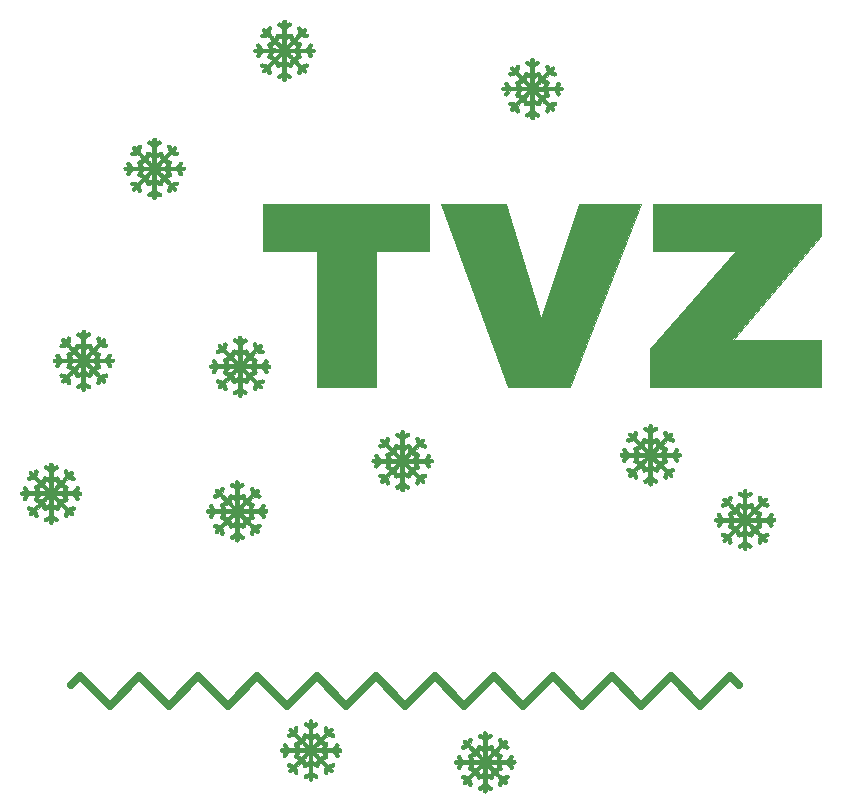
<source format=gbr>
%TF.GenerationSoftware,KiCad,Pcbnew,(5.1.10)-1*%
%TF.CreationDate,2021-10-17T16:42:44+02:00*%
%TF.ProjectId,TVZ_kuglica,54565a5f-6b75-4676-9c69-63612e6b6963,rev?*%
%TF.SameCoordinates,Original*%
%TF.FileFunction,Legend,Top*%
%TF.FilePolarity,Positive*%
%FSLAX46Y46*%
G04 Gerber Fmt 4.6, Leading zero omitted, Abs format (unit mm)*
G04 Created by KiCad (PCBNEW (5.1.10)-1) date 2021-10-17 16:42:44*
%MOMM*%
%LPD*%
G01*
G04 APERTURE LIST*
%ADD10C,0.700000*%
%ADD11C,0.100000*%
%ADD12C,0.010000*%
G04 APERTURE END LIST*
D10*
X157000000Y-125500000D02*
X154500000Y-123000000D01*
X122000000Y-125500000D02*
X119500000Y-123000000D01*
X117000000Y-125500000D02*
X114500000Y-123000000D01*
X129500000Y-123000000D02*
X127000000Y-125500000D01*
X137000000Y-125500000D02*
X134500000Y-123000000D01*
X112000000Y-125500000D02*
X109500000Y-123000000D01*
X139500000Y-123000000D02*
X137000000Y-125500000D01*
X134500000Y-123000000D02*
X132000000Y-125500000D01*
X152000000Y-125500000D02*
X149500000Y-123000000D01*
X109500000Y-123000000D02*
X108750000Y-123750000D01*
X147000000Y-125500000D02*
X144500000Y-123000000D01*
X154500000Y-123000000D02*
X152000000Y-125500000D01*
X165250000Y-123750000D02*
X164500000Y-123000000D01*
X127000000Y-125500000D02*
X124500000Y-123000000D01*
X162000000Y-125500000D02*
X159500000Y-123000000D01*
X114500000Y-123000000D02*
X112000000Y-125500000D01*
X159500000Y-123000000D02*
X157000000Y-125500000D01*
X149500000Y-123000000D02*
X147000000Y-125500000D01*
X119500000Y-123000000D02*
X117000000Y-125500000D01*
X142000000Y-125500000D02*
X139500000Y-123000000D01*
X124500000Y-123000000D02*
X122000000Y-125500000D01*
X144500000Y-123000000D02*
X142000000Y-125500000D01*
X132000000Y-125500000D02*
X129500000Y-123000000D01*
X164500000Y-123000000D02*
X162000000Y-125500000D01*
D11*
G36*
X172250000Y-85750000D02*
G01*
X164750000Y-94500000D01*
X172250000Y-94500000D01*
X172250000Y-98500000D01*
X157750000Y-98500000D01*
X157750000Y-95250000D01*
X165000000Y-87000000D01*
X158000000Y-87000000D01*
X158000000Y-83000000D01*
X172250000Y-83000000D01*
X172250000Y-85750000D01*
G37*
X172250000Y-85750000D02*
X164750000Y-94500000D01*
X172250000Y-94500000D01*
X172250000Y-98500000D01*
X157750000Y-98500000D01*
X157750000Y-95250000D01*
X165000000Y-87000000D01*
X158000000Y-87000000D01*
X158000000Y-83000000D01*
X172250000Y-83000000D01*
X172250000Y-85750000D01*
G36*
X148500000Y-92750000D02*
G01*
X151750000Y-83000000D01*
X157000000Y-83000000D01*
X151000000Y-98500000D01*
X145750000Y-98500000D01*
X140000000Y-83000000D01*
X145500000Y-83000000D01*
X148500000Y-92750000D01*
G37*
X148500000Y-92750000D02*
X151750000Y-83000000D01*
X157000000Y-83000000D01*
X151000000Y-98500000D01*
X145750000Y-98500000D01*
X140000000Y-83000000D01*
X145500000Y-83000000D01*
X148500000Y-92750000D01*
G36*
X139000000Y-87000000D02*
G01*
X134500000Y-87000000D01*
X134500000Y-98500000D01*
X129500000Y-98500000D01*
X129500000Y-87000000D01*
X125000000Y-87000000D01*
X125000000Y-83000000D01*
X139000000Y-83000000D01*
X139000000Y-87000000D01*
G37*
X139000000Y-87000000D02*
X134500000Y-87000000D01*
X134500000Y-98500000D01*
X129500000Y-98500000D01*
X129500000Y-87000000D01*
X125000000Y-87000000D01*
X125000000Y-83000000D01*
X139000000Y-83000000D01*
X139000000Y-87000000D01*
D12*
%TO.C,G\u002A\u002A\u002A*%
G36*
X165798505Y-107160765D02*
G01*
X165827367Y-107175067D01*
X165853942Y-107196464D01*
X165872890Y-107217278D01*
X165885608Y-107241553D01*
X165893489Y-107273331D01*
X165897929Y-107316656D01*
X165900323Y-107375568D01*
X165900626Y-107387377D01*
X165903932Y-107522706D01*
X166017466Y-107457839D01*
X166074991Y-107425794D01*
X166119098Y-107403836D01*
X166153448Y-107391045D01*
X166181701Y-107386497D01*
X166207518Y-107389271D01*
X166234558Y-107398445D01*
X166241448Y-107401413D01*
X166287522Y-107431151D01*
X166316624Y-107472064D01*
X166328710Y-107524080D01*
X166329082Y-107536157D01*
X166327630Y-107563921D01*
X166321914Y-107588158D01*
X166309963Y-107610751D01*
X166289805Y-107633583D01*
X166259470Y-107658537D01*
X166216988Y-107687494D01*
X166160389Y-107722339D01*
X166092521Y-107762160D01*
X165902400Y-107872360D01*
X165902400Y-108477859D01*
X166072580Y-108402913D01*
X166128832Y-108378794D01*
X166180451Y-108357880D01*
X166223879Y-108341516D01*
X166255560Y-108331049D01*
X166271026Y-108327783D01*
X166316519Y-108335792D01*
X166359879Y-108357400D01*
X166387804Y-108382895D01*
X166398691Y-108401402D01*
X166415019Y-108435061D01*
X166435049Y-108480014D01*
X166457042Y-108532405D01*
X166471931Y-108569546D01*
X166493084Y-108622781D01*
X166512010Y-108669366D01*
X166527341Y-108706014D01*
X166537707Y-108729439D01*
X166541380Y-108736331D01*
X166549975Y-108731312D01*
X166570999Y-108713520D01*
X166602628Y-108684665D01*
X166643037Y-108646453D01*
X166690400Y-108600594D01*
X166742892Y-108548795D01*
X166760125Y-108531595D01*
X166972092Y-108319447D01*
X166913911Y-108103614D01*
X166891428Y-108017821D01*
X166875253Y-107950541D01*
X166865228Y-107901022D01*
X166861194Y-107868515D01*
X166861694Y-107856231D01*
X166880659Y-107803569D01*
X166913157Y-107763831D01*
X166955810Y-107738674D01*
X167005243Y-107729754D01*
X167058077Y-107738728D01*
X167081155Y-107748579D01*
X167103052Y-107761563D01*
X167120509Y-107777541D01*
X167135268Y-107799858D01*
X167149074Y-107831859D01*
X167163672Y-107876888D01*
X167180805Y-107938290D01*
X167181560Y-107941106D01*
X167194117Y-107986702D01*
X167205240Y-108024760D01*
X167213683Y-108051167D01*
X167218084Y-108061711D01*
X167227061Y-108057236D01*
X167247356Y-108040843D01*
X167276019Y-108015078D01*
X167310100Y-107982491D01*
X167312418Y-107980212D01*
X167356356Y-107937625D01*
X167389700Y-107907632D01*
X167415825Y-107888076D01*
X167438110Y-107876797D01*
X167459931Y-107871638D01*
X167484152Y-107870437D01*
X167533421Y-107879914D01*
X167576086Y-107905722D01*
X167608443Y-107944081D01*
X167626786Y-107991212D01*
X167629562Y-108018842D01*
X167625953Y-108049324D01*
X167613840Y-108080771D01*
X167591380Y-108116061D01*
X167556726Y-108158076D01*
X167508035Y-108209694D01*
X167505955Y-108211810D01*
X167434946Y-108283981D01*
X167555133Y-108317030D01*
X167617692Y-108334754D01*
X167663743Y-108349512D01*
X167696555Y-108363001D01*
X167719398Y-108376916D01*
X167735541Y-108392953D01*
X167748254Y-108412809D01*
X167751420Y-108418844D01*
X167768600Y-108471979D01*
X167767249Y-108523259D01*
X167749031Y-108569270D01*
X167715609Y-108606602D01*
X167668649Y-108631843D01*
X167644452Y-108638177D01*
X167620990Y-108637577D01*
X167578629Y-108630455D01*
X167517274Y-108616790D01*
X167436832Y-108596561D01*
X167398551Y-108586430D01*
X167183517Y-108528847D01*
X166977298Y-108738580D01*
X166924540Y-108792394D01*
X166876605Y-108841589D01*
X166835301Y-108884287D01*
X166802432Y-108918610D01*
X166779808Y-108942678D01*
X166769234Y-108954614D01*
X166768692Y-108955456D01*
X166776883Y-108961238D01*
X166801074Y-108972747D01*
X166838205Y-108988661D01*
X166885219Y-109007658D01*
X166925560Y-109023298D01*
X166981151Y-109045300D01*
X167032089Y-109066966D01*
X167074406Y-109086493D01*
X167104132Y-109102080D01*
X167114749Y-109109183D01*
X167144144Y-109142944D01*
X167164871Y-109184067D01*
X167172400Y-109222417D01*
X167168282Y-109240680D01*
X167156561Y-109274990D01*
X167138187Y-109322964D01*
X167114108Y-109382216D01*
X167085273Y-109450361D01*
X167052633Y-109525015D01*
X167046328Y-109539180D01*
X167020256Y-109597600D01*
X167627639Y-109597600D01*
X167737839Y-109407478D01*
X167779937Y-109335804D01*
X167814377Y-109280102D01*
X167843043Y-109238399D01*
X167867818Y-109208727D01*
X167890583Y-109189113D01*
X167913221Y-109177589D01*
X167937616Y-109172182D01*
X167963842Y-109170917D01*
X168018134Y-109179495D01*
X168061338Y-109205099D01*
X168093382Y-109247683D01*
X168098586Y-109258551D01*
X168109123Y-109286405D01*
X168113475Y-109312180D01*
X168110722Y-109339536D01*
X168099940Y-109372133D01*
X168080207Y-109413632D01*
X168050602Y-109467693D01*
X168042160Y-109482533D01*
X167977293Y-109596067D01*
X168112622Y-109599373D01*
X168174575Y-109601559D01*
X168220254Y-109605554D01*
X168253703Y-109612755D01*
X168278965Y-109624555D01*
X168300081Y-109642351D01*
X168321094Y-109667536D01*
X168324932Y-109672632D01*
X168341565Y-109709660D01*
X168346332Y-109754508D01*
X168339234Y-109798505D01*
X168324932Y-109827367D01*
X168303535Y-109853942D01*
X168282721Y-109872890D01*
X168258446Y-109885608D01*
X168226668Y-109893489D01*
X168183343Y-109897929D01*
X168124431Y-109900323D01*
X168112622Y-109900626D01*
X167977293Y-109903932D01*
X168042160Y-110017466D01*
X168074205Y-110074991D01*
X168096163Y-110119098D01*
X168108954Y-110153448D01*
X168113502Y-110181701D01*
X168110728Y-110207518D01*
X168101554Y-110234558D01*
X168098586Y-110241448D01*
X168068848Y-110287522D01*
X168027935Y-110316624D01*
X167975919Y-110328710D01*
X167963842Y-110329082D01*
X167936078Y-110327630D01*
X167911841Y-110321914D01*
X167889248Y-110309963D01*
X167866416Y-110289805D01*
X167841462Y-110259470D01*
X167812505Y-110216988D01*
X167777660Y-110160389D01*
X167737839Y-110092521D01*
X167627639Y-109902400D01*
X167022140Y-109902400D01*
X167097086Y-110072580D01*
X167121205Y-110128832D01*
X167142119Y-110180451D01*
X167158483Y-110223879D01*
X167168950Y-110255560D01*
X167172216Y-110271026D01*
X167164207Y-110316519D01*
X167142599Y-110359879D01*
X167117104Y-110387804D01*
X167098601Y-110398696D01*
X167064949Y-110415041D01*
X167020004Y-110435097D01*
X166967623Y-110457124D01*
X166930453Y-110472053D01*
X166877427Y-110492999D01*
X166831199Y-110511363D01*
X166794999Y-110525852D01*
X166772057Y-110535177D01*
X166765492Y-110538006D01*
X166770911Y-110545739D01*
X166788946Y-110566089D01*
X166817895Y-110597256D01*
X166856056Y-110637436D01*
X166901729Y-110684827D01*
X166953212Y-110737627D01*
X166971473Y-110756223D01*
X167183042Y-110971279D01*
X167398314Y-110913632D01*
X167486597Y-110890713D01*
X167555755Y-110874362D01*
X167605887Y-110864558D01*
X167637090Y-110861281D01*
X167644452Y-110861822D01*
X167696776Y-110880747D01*
X167736283Y-110913245D01*
X167761309Y-110955906D01*
X167770192Y-111005317D01*
X167761266Y-111058065D01*
X167751420Y-111081155D01*
X167739065Y-111102289D01*
X167724135Y-111119162D01*
X167703361Y-111133468D01*
X167673472Y-111146905D01*
X167631200Y-111161167D01*
X167573275Y-111177951D01*
X167555133Y-111182969D01*
X167434946Y-111216018D01*
X167505955Y-111288189D01*
X167555197Y-111340215D01*
X167590334Y-111382531D01*
X167613210Y-111418018D01*
X167625670Y-111449555D01*
X167629558Y-111480021D01*
X167629562Y-111481157D01*
X167620278Y-111531440D01*
X167594991Y-111574983D01*
X167557405Y-111608006D01*
X167511224Y-111626728D01*
X167484152Y-111629562D01*
X167459503Y-111628307D01*
X167437705Y-111623052D01*
X167415379Y-111611638D01*
X167389148Y-111591905D01*
X167355636Y-111561695D01*
X167312418Y-111519787D01*
X167278089Y-111486847D01*
X167248987Y-111460565D01*
X167228062Y-111443489D01*
X167218265Y-111438168D01*
X167218084Y-111438288D01*
X167213345Y-111449835D01*
X167204744Y-111476953D01*
X167193520Y-111515543D01*
X167181400Y-111559680D01*
X167162463Y-111625752D01*
X167144985Y-111674855D01*
X167127303Y-111710098D01*
X167107757Y-111734589D01*
X167084683Y-111751440D01*
X167076724Y-111755518D01*
X167024415Y-111770352D01*
X166973709Y-111766822D01*
X166928183Y-111746784D01*
X166891412Y-111712099D01*
X166866974Y-111664625D01*
X166861694Y-111643768D01*
X166861952Y-111621824D01*
X166868099Y-111583351D01*
X166880293Y-111527601D01*
X166898694Y-111453821D01*
X166913910Y-111396386D01*
X166972091Y-111180555D01*
X166764998Y-110973277D01*
X166711647Y-110920222D01*
X166662685Y-110872187D01*
X166620005Y-110830978D01*
X166585503Y-110798402D01*
X166561072Y-110776266D01*
X166548608Y-110766375D01*
X166547652Y-110766021D01*
X166540820Y-110775045D01*
X166528368Y-110800019D01*
X166511689Y-110837824D01*
X166492176Y-110885337D01*
X166476440Y-110925670D01*
X166454399Y-110981288D01*
X166432731Y-111032230D01*
X166413229Y-111074545D01*
X166397687Y-111104278D01*
X166390554Y-111114989D01*
X166356987Y-111144203D01*
X166315955Y-111164860D01*
X166277582Y-111172400D01*
X166259319Y-111168282D01*
X166225009Y-111156561D01*
X166177035Y-111138187D01*
X166117783Y-111114108D01*
X166049638Y-111085273D01*
X165974984Y-111052633D01*
X165960820Y-111046328D01*
X165902400Y-111020256D01*
X165902400Y-111627359D01*
X166092580Y-111737699D01*
X166164323Y-111779893D01*
X166220081Y-111814434D01*
X166261820Y-111843185D01*
X166291509Y-111868010D01*
X166311114Y-111890773D01*
X166322603Y-111913339D01*
X166327944Y-111937571D01*
X166329120Y-111961807D01*
X166320497Y-112016987D01*
X166296142Y-112061640D01*
X166258318Y-112093366D01*
X166209293Y-112109767D01*
X166187687Y-112111491D01*
X166165438Y-112110345D01*
X166142502Y-112105121D01*
X166114863Y-112094199D01*
X166078502Y-112075958D01*
X166029404Y-112048779D01*
X166022413Y-112044810D01*
X165903930Y-111977420D01*
X165900625Y-112112686D01*
X165898881Y-112169337D01*
X165896495Y-112209600D01*
X165892882Y-112237407D01*
X165887457Y-112256689D01*
X165879638Y-112271377D01*
X165876372Y-112275968D01*
X165836096Y-112316630D01*
X165789911Y-112341192D01*
X165741412Y-112348445D01*
X165694194Y-112337183D01*
X165694120Y-112337148D01*
X165650265Y-112307035D01*
X165617178Y-112264875D01*
X165608436Y-112246158D01*
X165604124Y-112224767D01*
X165600626Y-112188360D01*
X165598326Y-112142236D01*
X165597600Y-112097053D01*
X165597600Y-111976550D01*
X165478351Y-112044375D01*
X165427291Y-112072837D01*
X165389483Y-112092168D01*
X165360930Y-112103981D01*
X165337640Y-112109892D01*
X165315616Y-112111516D01*
X165312312Y-112111491D01*
X165259542Y-112101698D01*
X165217092Y-112075647D01*
X165187229Y-112035737D01*
X165172219Y-111984366D01*
X165170880Y-111961807D01*
X165172435Y-111934568D01*
X165178413Y-111910634D01*
X165190782Y-111888143D01*
X165211509Y-111865230D01*
X165242562Y-111840035D01*
X165285908Y-111810694D01*
X165343515Y-111775344D01*
X165407478Y-111737839D01*
X165597600Y-111627639D01*
X165597600Y-111022140D01*
X165427420Y-111097086D01*
X165371167Y-111121205D01*
X165319548Y-111142119D01*
X165276120Y-111158483D01*
X165244439Y-111168950D01*
X165228973Y-111172216D01*
X165183480Y-111164207D01*
X165140120Y-111142599D01*
X165112195Y-111117104D01*
X165101303Y-111098601D01*
X165084958Y-111064949D01*
X165064902Y-111020004D01*
X165042875Y-110967623D01*
X165027946Y-110930453D01*
X165006941Y-110877316D01*
X164988452Y-110830874D01*
X164973787Y-110794389D01*
X164964255Y-110771122D01*
X164961267Y-110764316D01*
X164953360Y-110769446D01*
X164932869Y-110787228D01*
X164901601Y-110815970D01*
X164861361Y-110853978D01*
X164813956Y-110899560D01*
X164761192Y-110951021D01*
X164742689Y-110969225D01*
X164528000Y-111180896D01*
X164586135Y-111396557D01*
X164608610Y-111482324D01*
X164624775Y-111549578D01*
X164634789Y-111599069D01*
X164638809Y-111631545D01*
X164638305Y-111643768D01*
X164619450Y-111695586D01*
X164586914Y-111735316D01*
X164544271Y-111761099D01*
X164495100Y-111771077D01*
X164442976Y-111763392D01*
X164423275Y-111755518D01*
X164398801Y-111740373D01*
X164378359Y-111718531D01*
X164360287Y-111686882D01*
X164342923Y-111642318D01*
X164324605Y-111581729D01*
X164318599Y-111559680D01*
X164306208Y-111514179D01*
X164295516Y-111476439D01*
X164287685Y-111450464D01*
X164283920Y-111440293D01*
X164275597Y-111445372D01*
X164255894Y-111462008D01*
X164227900Y-111487491D01*
X164199746Y-111514220D01*
X164163580Y-111548183D01*
X164129483Y-111578508D01*
X164101985Y-111601254D01*
X164088840Y-111610709D01*
X164043860Y-111627748D01*
X163997121Y-111627569D01*
X163952566Y-111612456D01*
X163914136Y-111584693D01*
X163885776Y-111546565D01*
X163871426Y-111500357D01*
X163870437Y-111484152D01*
X163871692Y-111459503D01*
X163876947Y-111437705D01*
X163888361Y-111415379D01*
X163908094Y-111389148D01*
X163938304Y-111355636D01*
X163980212Y-111312418D01*
X164013152Y-111278089D01*
X164039434Y-111248987D01*
X164056510Y-111228062D01*
X164061831Y-111218265D01*
X164061711Y-111218084D01*
X164050159Y-111213335D01*
X164023054Y-111204723D01*
X163984508Y-111193496D01*
X163941106Y-111181560D01*
X163878987Y-111164291D01*
X163833373Y-111149626D01*
X163800920Y-111135822D01*
X163778282Y-111121133D01*
X163762117Y-111103817D01*
X163749078Y-111082129D01*
X163748579Y-111081155D01*
X163731337Y-111027885D01*
X163732712Y-110976570D01*
X163751050Y-110930576D01*
X163784697Y-110893271D01*
X163832000Y-110868024D01*
X163856361Y-110861669D01*
X163878160Y-110861878D01*
X163916214Y-110867890D01*
X163971344Y-110879880D01*
X164044372Y-110898020D01*
X164103885Y-110913745D01*
X164319726Y-110971809D01*
X164526863Y-110764857D01*
X164579904Y-110711513D01*
X164627924Y-110662542D01*
X164669117Y-110619844D01*
X164701675Y-110585316D01*
X164723789Y-110560855D01*
X164733653Y-110548359D01*
X164734000Y-110547404D01*
X164724978Y-110540502D01*
X164702931Y-110529481D01*
X165192008Y-110529481D01*
X165249356Y-110673140D01*
X165269580Y-110722863D01*
X165287483Y-110765125D01*
X165301630Y-110796674D01*
X165310588Y-110814256D01*
X165312732Y-110816800D01*
X165323673Y-110812889D01*
X165349735Y-110802127D01*
X165387496Y-110785968D01*
X165433531Y-110765866D01*
X165455640Y-110756096D01*
X165592520Y-110695392D01*
X165592549Y-110692257D01*
X165902400Y-110692257D01*
X166042100Y-110753967D01*
X166091317Y-110775553D01*
X166133870Y-110793921D01*
X166166342Y-110807620D01*
X166185320Y-110815199D01*
X166188642Y-110816239D01*
X166194477Y-110807477D01*
X166206135Y-110782924D01*
X166222211Y-110745776D01*
X166241301Y-110699236D01*
X166253530Y-110668359D01*
X166311576Y-110519919D01*
X166106988Y-110315330D01*
X165902400Y-110110742D01*
X165902400Y-110692257D01*
X165592549Y-110692257D01*
X165597910Y-110116376D01*
X165485144Y-110225288D01*
X165435726Y-110273805D01*
X165382039Y-110327810D01*
X165330209Y-110381066D01*
X165286363Y-110427339D01*
X165282193Y-110431840D01*
X165192008Y-110529481D01*
X164702931Y-110529481D01*
X164699996Y-110528014D01*
X164662175Y-110511333D01*
X164614641Y-110491854D01*
X164574351Y-110476191D01*
X164518716Y-110454230D01*
X164467759Y-110432630D01*
X164425436Y-110413180D01*
X164395704Y-110397670D01*
X164385010Y-110390554D01*
X164355796Y-110356988D01*
X164335139Y-110315955D01*
X164327600Y-110277582D01*
X164331717Y-110259319D01*
X164343438Y-110225009D01*
X164355323Y-110193975D01*
X164686908Y-110193975D01*
X164697829Y-110199461D01*
X164723591Y-110210578D01*
X164760063Y-110225680D01*
X164803115Y-110243121D01*
X164848616Y-110261255D01*
X164892433Y-110278438D01*
X164930437Y-110293024D01*
X164958496Y-110303368D01*
X164972478Y-110307823D01*
X164972855Y-110307874D01*
X164982418Y-110301193D01*
X165004341Y-110281864D01*
X165036708Y-110251702D01*
X165077607Y-110212524D01*
X165125122Y-110166143D01*
X165177340Y-110114377D01*
X165186120Y-110105600D01*
X165389129Y-109902400D01*
X164807753Y-109902400D01*
X164745036Y-110045893D01*
X164723734Y-110095557D01*
X164706136Y-110138375D01*
X164693536Y-110171054D01*
X164687224Y-110190301D01*
X164686908Y-110193975D01*
X164355323Y-110193975D01*
X164361812Y-110177035D01*
X164385891Y-110117783D01*
X164414726Y-110049638D01*
X164447366Y-109974984D01*
X164453671Y-109960820D01*
X164479743Y-109902400D01*
X163872360Y-109902400D01*
X163762160Y-110092521D01*
X163720062Y-110164195D01*
X163685622Y-110219897D01*
X163656956Y-110261600D01*
X163632181Y-110291272D01*
X163609416Y-110310886D01*
X163586778Y-110322410D01*
X163562383Y-110327817D01*
X163536157Y-110329082D01*
X163481865Y-110320504D01*
X163438661Y-110294900D01*
X163406617Y-110252316D01*
X163401413Y-110241448D01*
X163390876Y-110213594D01*
X163386524Y-110187819D01*
X163389277Y-110160463D01*
X163400059Y-110127866D01*
X163419792Y-110086367D01*
X163449397Y-110032306D01*
X163457839Y-110017466D01*
X163522706Y-109903932D01*
X163446773Y-109902077D01*
X166122387Y-109902077D01*
X166233373Y-110015706D01*
X166280978Y-110064606D01*
X166332334Y-110117625D01*
X166381777Y-110168901D01*
X166423647Y-110212576D01*
X166429838Y-110219068D01*
X166463149Y-110253563D01*
X166491384Y-110281915D01*
X166511642Y-110301273D01*
X166521024Y-110308786D01*
X166521140Y-110308800D01*
X166532121Y-110305228D01*
X166558563Y-110295381D01*
X166597072Y-110280557D01*
X166644254Y-110262055D01*
X166671882Y-110251097D01*
X166721843Y-110230829D01*
X166764356Y-110212869D01*
X166796179Y-110198643D01*
X166814071Y-110189577D01*
X166816800Y-110187317D01*
X166812889Y-110176358D01*
X166802126Y-110150279D01*
X166785966Y-110112505D01*
X166765863Y-110066462D01*
X166756096Y-110044359D01*
X166695392Y-109907480D01*
X166408890Y-109904778D01*
X166122387Y-109902077D01*
X163446773Y-109902077D01*
X163387377Y-109900626D01*
X163325424Y-109898440D01*
X163279745Y-109894445D01*
X163246296Y-109887244D01*
X163221034Y-109875444D01*
X163199918Y-109857648D01*
X163178905Y-109832463D01*
X163175067Y-109827367D01*
X163158434Y-109790339D01*
X163153667Y-109745491D01*
X163160765Y-109701494D01*
X163175067Y-109672632D01*
X163196464Y-109646057D01*
X163217278Y-109627109D01*
X163241553Y-109614391D01*
X163273331Y-109606510D01*
X163316656Y-109602070D01*
X163375568Y-109599676D01*
X163387377Y-109599373D01*
X163522706Y-109596067D01*
X163457839Y-109482533D01*
X163425794Y-109425008D01*
X163403836Y-109380901D01*
X163391045Y-109346551D01*
X163386497Y-109318298D01*
X163389271Y-109292481D01*
X163398445Y-109265441D01*
X163401413Y-109258551D01*
X163431151Y-109212477D01*
X163472064Y-109183375D01*
X163524080Y-109171289D01*
X163536157Y-109170917D01*
X163563921Y-109172369D01*
X163588158Y-109178085D01*
X163610751Y-109190036D01*
X163633583Y-109210194D01*
X163658537Y-109240529D01*
X163687494Y-109283011D01*
X163722339Y-109339610D01*
X163762160Y-109407478D01*
X163872360Y-109597600D01*
X164175109Y-109597599D01*
X164477859Y-109597599D01*
X164402913Y-109427419D01*
X164378794Y-109371167D01*
X164357880Y-109319548D01*
X164355488Y-109313199D01*
X164683200Y-109313199D01*
X164687125Y-109324448D01*
X164697861Y-109350534D01*
X164713849Y-109387777D01*
X164733532Y-109432495D01*
X164737285Y-109440916D01*
X164758154Y-109487880D01*
X164776352Y-109529261D01*
X164790073Y-109560923D01*
X164797512Y-109578729D01*
X164797927Y-109579820D01*
X164801154Y-109584990D01*
X164808060Y-109589055D01*
X164820858Y-109592144D01*
X164841764Y-109594391D01*
X164872993Y-109595926D01*
X164916759Y-109596882D01*
X164975277Y-109597390D01*
X165050761Y-109597581D01*
X165096869Y-109597600D01*
X165389257Y-109597600D01*
X166122702Y-109597600D01*
X166692223Y-109597600D01*
X166748827Y-109468060D01*
X166769944Y-109419582D01*
X166788447Y-109376826D01*
X166802642Y-109343727D01*
X166810832Y-109324226D01*
X166811801Y-109321785D01*
X166811162Y-109314112D01*
X166801985Y-109305215D01*
X166781911Y-109293855D01*
X166748582Y-109278794D01*
X166699640Y-109258794D01*
X166668589Y-109246559D01*
X166519007Y-109188067D01*
X166431683Y-109279283D01*
X166390944Y-109321676D01*
X166341738Y-109372633D01*
X166289819Y-109426207D01*
X166240944Y-109476450D01*
X166233531Y-109484049D01*
X166122702Y-109597600D01*
X165389257Y-109597600D01*
X164980060Y-109188403D01*
X164831630Y-109247504D01*
X164781023Y-109268051D01*
X164737829Y-109286346D01*
X164705251Y-109300971D01*
X164686490Y-109310509D01*
X164683200Y-109313199D01*
X164355488Y-109313199D01*
X164341516Y-109276120D01*
X164331049Y-109244439D01*
X164327783Y-109228973D01*
X164335873Y-109183227D01*
X164357726Y-109139697D01*
X164383167Y-109111981D01*
X164401790Y-109101029D01*
X164435565Y-109084684D01*
X164480616Y-109064687D01*
X164533068Y-109042778D01*
X164569818Y-109028131D01*
X164623031Y-109007098D01*
X164669583Y-108988250D01*
X164706182Y-108972955D01*
X164707974Y-108972159D01*
X165191238Y-108972159D01*
X165244080Y-109028339D01*
X165265005Y-109050235D01*
X165295175Y-109081340D01*
X165332241Y-109119276D01*
X165373853Y-109161666D01*
X165417663Y-109206133D01*
X165461319Y-109250300D01*
X165502473Y-109291790D01*
X165538776Y-109328226D01*
X165567877Y-109357231D01*
X165587427Y-109376427D01*
X165595060Y-109383435D01*
X165595713Y-109373913D01*
X165596304Y-109346616D01*
X165596810Y-109304087D01*
X165597210Y-109248872D01*
X165597479Y-109183513D01*
X165597596Y-109110555D01*
X165597600Y-109095996D01*
X165597600Y-108807753D01*
X165596795Y-108807401D01*
X165902400Y-108807401D01*
X165902400Y-109389257D01*
X166106605Y-109185052D01*
X166310810Y-108980846D01*
X166253311Y-108834796D01*
X166233294Y-108784290D01*
X166215834Y-108740878D01*
X166202293Y-108707892D01*
X166194030Y-108688665D01*
X166192226Y-108685159D01*
X166182197Y-108687790D01*
X166156888Y-108697402D01*
X166119566Y-108712675D01*
X166073497Y-108732287D01*
X166045519Y-108744486D01*
X165902400Y-108807401D01*
X165596795Y-108807401D01*
X165454106Y-108745036D01*
X165404448Y-108723730D01*
X165361644Y-108706119D01*
X165328985Y-108693499D01*
X165309762Y-108687162D01*
X165306102Y-108686830D01*
X165300988Y-108697398D01*
X165289929Y-108723470D01*
X165274339Y-108761612D01*
X165255633Y-108808388D01*
X165246414Y-108831750D01*
X165191238Y-108972159D01*
X164707974Y-108972159D01*
X164729532Y-108962584D01*
X164736331Y-108958897D01*
X164731311Y-108950231D01*
X164713517Y-108929140D01*
X164684657Y-108897452D01*
X164646441Y-108856995D01*
X164600576Y-108809596D01*
X164548772Y-108757084D01*
X164531595Y-108739874D01*
X164319447Y-108527907D01*
X164103614Y-108586088D01*
X164017821Y-108608571D01*
X163950541Y-108624746D01*
X163901022Y-108634771D01*
X163868515Y-108638805D01*
X163856231Y-108638305D01*
X163803569Y-108619340D01*
X163763831Y-108586842D01*
X163738674Y-108544189D01*
X163729754Y-108494756D01*
X163738728Y-108441922D01*
X163748579Y-108418844D01*
X163761563Y-108396947D01*
X163777541Y-108379490D01*
X163799858Y-108364731D01*
X163831859Y-108350925D01*
X163876888Y-108336327D01*
X163938290Y-108319194D01*
X163941106Y-108318439D01*
X163986702Y-108305882D01*
X164024760Y-108294759D01*
X164051167Y-108286316D01*
X164061711Y-108281915D01*
X164057236Y-108272938D01*
X164040843Y-108252643D01*
X164015078Y-108223980D01*
X163982491Y-108189899D01*
X163980212Y-108187581D01*
X163937625Y-108143643D01*
X163907632Y-108110299D01*
X163888076Y-108084174D01*
X163876797Y-108061889D01*
X163871638Y-108040068D01*
X163870437Y-108015847D01*
X163879442Y-107967526D01*
X163903726Y-107926550D01*
X163939347Y-107895204D01*
X163982362Y-107875772D01*
X164028828Y-107870540D01*
X164074804Y-107881791D01*
X164088840Y-107889290D01*
X164108802Y-107904159D01*
X164138618Y-107929438D01*
X164173757Y-107961187D01*
X164199746Y-107985779D01*
X164232379Y-108016670D01*
X164259357Y-108041032D01*
X164277592Y-108056152D01*
X164283920Y-108059706D01*
X164287867Y-108048986D01*
X164295806Y-108022631D01*
X164306567Y-107984656D01*
X164318439Y-107941106D01*
X164335708Y-107878987D01*
X164350373Y-107833373D01*
X164364177Y-107800920D01*
X164378866Y-107778282D01*
X164396182Y-107762117D01*
X164417870Y-107749078D01*
X164418844Y-107748579D01*
X164472103Y-107731345D01*
X164523423Y-107732722D01*
X164569426Y-107751054D01*
X164606735Y-107784683D01*
X164631973Y-107831953D01*
X164638305Y-107856231D01*
X164638047Y-107878192D01*
X164631895Y-107916691D01*
X164619691Y-107972475D01*
X164601277Y-108046294D01*
X164586163Y-108103336D01*
X164528057Y-108318890D01*
X164739200Y-108526445D01*
X164793121Y-108579250D01*
X164842375Y-108627103D01*
X164885104Y-108668229D01*
X164919450Y-108700852D01*
X164943554Y-108723199D01*
X164955558Y-108733494D01*
X164956471Y-108733978D01*
X164961932Y-108724970D01*
X164973193Y-108700039D01*
X164988946Y-108662296D01*
X165007882Y-108614854D01*
X165023560Y-108574329D01*
X165045600Y-108518711D01*
X165067268Y-108467769D01*
X165086770Y-108425454D01*
X165102312Y-108395721D01*
X165109445Y-108385010D01*
X165143967Y-108355122D01*
X165186074Y-108334562D01*
X165223893Y-108327727D01*
X165240322Y-108331653D01*
X165271951Y-108342488D01*
X165315384Y-108358948D01*
X165367228Y-108379748D01*
X165422340Y-108402854D01*
X165597600Y-108477853D01*
X165597600Y-108175107D01*
X165597599Y-107872360D01*
X165407478Y-107762160D01*
X165335804Y-107720062D01*
X165280102Y-107685622D01*
X165238399Y-107656956D01*
X165208727Y-107632181D01*
X165189113Y-107609416D01*
X165177589Y-107586778D01*
X165172182Y-107562383D01*
X165170917Y-107536157D01*
X165179495Y-107481865D01*
X165205099Y-107438661D01*
X165247683Y-107406617D01*
X165258551Y-107401413D01*
X165286405Y-107390876D01*
X165312180Y-107386524D01*
X165339536Y-107389277D01*
X165372133Y-107400059D01*
X165413632Y-107419792D01*
X165467693Y-107449397D01*
X165482533Y-107457839D01*
X165596067Y-107522706D01*
X165599373Y-107387377D01*
X165601559Y-107325424D01*
X165605554Y-107279745D01*
X165612755Y-107246296D01*
X165624555Y-107221034D01*
X165642351Y-107199918D01*
X165667536Y-107178905D01*
X165672632Y-107175067D01*
X165709660Y-107158434D01*
X165754508Y-107153667D01*
X165798505Y-107160765D01*
G37*
X165798505Y-107160765D02*
X165827367Y-107175067D01*
X165853942Y-107196464D01*
X165872890Y-107217278D01*
X165885608Y-107241553D01*
X165893489Y-107273331D01*
X165897929Y-107316656D01*
X165900323Y-107375568D01*
X165900626Y-107387377D01*
X165903932Y-107522706D01*
X166017466Y-107457839D01*
X166074991Y-107425794D01*
X166119098Y-107403836D01*
X166153448Y-107391045D01*
X166181701Y-107386497D01*
X166207518Y-107389271D01*
X166234558Y-107398445D01*
X166241448Y-107401413D01*
X166287522Y-107431151D01*
X166316624Y-107472064D01*
X166328710Y-107524080D01*
X166329082Y-107536157D01*
X166327630Y-107563921D01*
X166321914Y-107588158D01*
X166309963Y-107610751D01*
X166289805Y-107633583D01*
X166259470Y-107658537D01*
X166216988Y-107687494D01*
X166160389Y-107722339D01*
X166092521Y-107762160D01*
X165902400Y-107872360D01*
X165902400Y-108477859D01*
X166072580Y-108402913D01*
X166128832Y-108378794D01*
X166180451Y-108357880D01*
X166223879Y-108341516D01*
X166255560Y-108331049D01*
X166271026Y-108327783D01*
X166316519Y-108335792D01*
X166359879Y-108357400D01*
X166387804Y-108382895D01*
X166398691Y-108401402D01*
X166415019Y-108435061D01*
X166435049Y-108480014D01*
X166457042Y-108532405D01*
X166471931Y-108569546D01*
X166493084Y-108622781D01*
X166512010Y-108669366D01*
X166527341Y-108706014D01*
X166537707Y-108729439D01*
X166541380Y-108736331D01*
X166549975Y-108731312D01*
X166570999Y-108713520D01*
X166602628Y-108684665D01*
X166643037Y-108646453D01*
X166690400Y-108600594D01*
X166742892Y-108548795D01*
X166760125Y-108531595D01*
X166972092Y-108319447D01*
X166913911Y-108103614D01*
X166891428Y-108017821D01*
X166875253Y-107950541D01*
X166865228Y-107901022D01*
X166861194Y-107868515D01*
X166861694Y-107856231D01*
X166880659Y-107803569D01*
X166913157Y-107763831D01*
X166955810Y-107738674D01*
X167005243Y-107729754D01*
X167058077Y-107738728D01*
X167081155Y-107748579D01*
X167103052Y-107761563D01*
X167120509Y-107777541D01*
X167135268Y-107799858D01*
X167149074Y-107831859D01*
X167163672Y-107876888D01*
X167180805Y-107938290D01*
X167181560Y-107941106D01*
X167194117Y-107986702D01*
X167205240Y-108024760D01*
X167213683Y-108051167D01*
X167218084Y-108061711D01*
X167227061Y-108057236D01*
X167247356Y-108040843D01*
X167276019Y-108015078D01*
X167310100Y-107982491D01*
X167312418Y-107980212D01*
X167356356Y-107937625D01*
X167389700Y-107907632D01*
X167415825Y-107888076D01*
X167438110Y-107876797D01*
X167459931Y-107871638D01*
X167484152Y-107870437D01*
X167533421Y-107879914D01*
X167576086Y-107905722D01*
X167608443Y-107944081D01*
X167626786Y-107991212D01*
X167629562Y-108018842D01*
X167625953Y-108049324D01*
X167613840Y-108080771D01*
X167591380Y-108116061D01*
X167556726Y-108158076D01*
X167508035Y-108209694D01*
X167505955Y-108211810D01*
X167434946Y-108283981D01*
X167555133Y-108317030D01*
X167617692Y-108334754D01*
X167663743Y-108349512D01*
X167696555Y-108363001D01*
X167719398Y-108376916D01*
X167735541Y-108392953D01*
X167748254Y-108412809D01*
X167751420Y-108418844D01*
X167768600Y-108471979D01*
X167767249Y-108523259D01*
X167749031Y-108569270D01*
X167715609Y-108606602D01*
X167668649Y-108631843D01*
X167644452Y-108638177D01*
X167620990Y-108637577D01*
X167578629Y-108630455D01*
X167517274Y-108616790D01*
X167436832Y-108596561D01*
X167398551Y-108586430D01*
X167183517Y-108528847D01*
X166977298Y-108738580D01*
X166924540Y-108792394D01*
X166876605Y-108841589D01*
X166835301Y-108884287D01*
X166802432Y-108918610D01*
X166779808Y-108942678D01*
X166769234Y-108954614D01*
X166768692Y-108955456D01*
X166776883Y-108961238D01*
X166801074Y-108972747D01*
X166838205Y-108988661D01*
X166885219Y-109007658D01*
X166925560Y-109023298D01*
X166981151Y-109045300D01*
X167032089Y-109066966D01*
X167074406Y-109086493D01*
X167104132Y-109102080D01*
X167114749Y-109109183D01*
X167144144Y-109142944D01*
X167164871Y-109184067D01*
X167172400Y-109222417D01*
X167168282Y-109240680D01*
X167156561Y-109274990D01*
X167138187Y-109322964D01*
X167114108Y-109382216D01*
X167085273Y-109450361D01*
X167052633Y-109525015D01*
X167046328Y-109539180D01*
X167020256Y-109597600D01*
X167627639Y-109597600D01*
X167737839Y-109407478D01*
X167779937Y-109335804D01*
X167814377Y-109280102D01*
X167843043Y-109238399D01*
X167867818Y-109208727D01*
X167890583Y-109189113D01*
X167913221Y-109177589D01*
X167937616Y-109172182D01*
X167963842Y-109170917D01*
X168018134Y-109179495D01*
X168061338Y-109205099D01*
X168093382Y-109247683D01*
X168098586Y-109258551D01*
X168109123Y-109286405D01*
X168113475Y-109312180D01*
X168110722Y-109339536D01*
X168099940Y-109372133D01*
X168080207Y-109413632D01*
X168050602Y-109467693D01*
X168042160Y-109482533D01*
X167977293Y-109596067D01*
X168112622Y-109599373D01*
X168174575Y-109601559D01*
X168220254Y-109605554D01*
X168253703Y-109612755D01*
X168278965Y-109624555D01*
X168300081Y-109642351D01*
X168321094Y-109667536D01*
X168324932Y-109672632D01*
X168341565Y-109709660D01*
X168346332Y-109754508D01*
X168339234Y-109798505D01*
X168324932Y-109827367D01*
X168303535Y-109853942D01*
X168282721Y-109872890D01*
X168258446Y-109885608D01*
X168226668Y-109893489D01*
X168183343Y-109897929D01*
X168124431Y-109900323D01*
X168112622Y-109900626D01*
X167977293Y-109903932D01*
X168042160Y-110017466D01*
X168074205Y-110074991D01*
X168096163Y-110119098D01*
X168108954Y-110153448D01*
X168113502Y-110181701D01*
X168110728Y-110207518D01*
X168101554Y-110234558D01*
X168098586Y-110241448D01*
X168068848Y-110287522D01*
X168027935Y-110316624D01*
X167975919Y-110328710D01*
X167963842Y-110329082D01*
X167936078Y-110327630D01*
X167911841Y-110321914D01*
X167889248Y-110309963D01*
X167866416Y-110289805D01*
X167841462Y-110259470D01*
X167812505Y-110216988D01*
X167777660Y-110160389D01*
X167737839Y-110092521D01*
X167627639Y-109902400D01*
X167022140Y-109902400D01*
X167097086Y-110072580D01*
X167121205Y-110128832D01*
X167142119Y-110180451D01*
X167158483Y-110223879D01*
X167168950Y-110255560D01*
X167172216Y-110271026D01*
X167164207Y-110316519D01*
X167142599Y-110359879D01*
X167117104Y-110387804D01*
X167098601Y-110398696D01*
X167064949Y-110415041D01*
X167020004Y-110435097D01*
X166967623Y-110457124D01*
X166930453Y-110472053D01*
X166877427Y-110492999D01*
X166831199Y-110511363D01*
X166794999Y-110525852D01*
X166772057Y-110535177D01*
X166765492Y-110538006D01*
X166770911Y-110545739D01*
X166788946Y-110566089D01*
X166817895Y-110597256D01*
X166856056Y-110637436D01*
X166901729Y-110684827D01*
X166953212Y-110737627D01*
X166971473Y-110756223D01*
X167183042Y-110971279D01*
X167398314Y-110913632D01*
X167486597Y-110890713D01*
X167555755Y-110874362D01*
X167605887Y-110864558D01*
X167637090Y-110861281D01*
X167644452Y-110861822D01*
X167696776Y-110880747D01*
X167736283Y-110913245D01*
X167761309Y-110955906D01*
X167770192Y-111005317D01*
X167761266Y-111058065D01*
X167751420Y-111081155D01*
X167739065Y-111102289D01*
X167724135Y-111119162D01*
X167703361Y-111133468D01*
X167673472Y-111146905D01*
X167631200Y-111161167D01*
X167573275Y-111177951D01*
X167555133Y-111182969D01*
X167434946Y-111216018D01*
X167505955Y-111288189D01*
X167555197Y-111340215D01*
X167590334Y-111382531D01*
X167613210Y-111418018D01*
X167625670Y-111449555D01*
X167629558Y-111480021D01*
X167629562Y-111481157D01*
X167620278Y-111531440D01*
X167594991Y-111574983D01*
X167557405Y-111608006D01*
X167511224Y-111626728D01*
X167484152Y-111629562D01*
X167459503Y-111628307D01*
X167437705Y-111623052D01*
X167415379Y-111611638D01*
X167389148Y-111591905D01*
X167355636Y-111561695D01*
X167312418Y-111519787D01*
X167278089Y-111486847D01*
X167248987Y-111460565D01*
X167228062Y-111443489D01*
X167218265Y-111438168D01*
X167218084Y-111438288D01*
X167213345Y-111449835D01*
X167204744Y-111476953D01*
X167193520Y-111515543D01*
X167181400Y-111559680D01*
X167162463Y-111625752D01*
X167144985Y-111674855D01*
X167127303Y-111710098D01*
X167107757Y-111734589D01*
X167084683Y-111751440D01*
X167076724Y-111755518D01*
X167024415Y-111770352D01*
X166973709Y-111766822D01*
X166928183Y-111746784D01*
X166891412Y-111712099D01*
X166866974Y-111664625D01*
X166861694Y-111643768D01*
X166861952Y-111621824D01*
X166868099Y-111583351D01*
X166880293Y-111527601D01*
X166898694Y-111453821D01*
X166913910Y-111396386D01*
X166972091Y-111180555D01*
X166764998Y-110973277D01*
X166711647Y-110920222D01*
X166662685Y-110872187D01*
X166620005Y-110830978D01*
X166585503Y-110798402D01*
X166561072Y-110776266D01*
X166548608Y-110766375D01*
X166547652Y-110766021D01*
X166540820Y-110775045D01*
X166528368Y-110800019D01*
X166511689Y-110837824D01*
X166492176Y-110885337D01*
X166476440Y-110925670D01*
X166454399Y-110981288D01*
X166432731Y-111032230D01*
X166413229Y-111074545D01*
X166397687Y-111104278D01*
X166390554Y-111114989D01*
X166356987Y-111144203D01*
X166315955Y-111164860D01*
X166277582Y-111172400D01*
X166259319Y-111168282D01*
X166225009Y-111156561D01*
X166177035Y-111138187D01*
X166117783Y-111114108D01*
X166049638Y-111085273D01*
X165974984Y-111052633D01*
X165960820Y-111046328D01*
X165902400Y-111020256D01*
X165902400Y-111627359D01*
X166092580Y-111737699D01*
X166164323Y-111779893D01*
X166220081Y-111814434D01*
X166261820Y-111843185D01*
X166291509Y-111868010D01*
X166311114Y-111890773D01*
X166322603Y-111913339D01*
X166327944Y-111937571D01*
X166329120Y-111961807D01*
X166320497Y-112016987D01*
X166296142Y-112061640D01*
X166258318Y-112093366D01*
X166209293Y-112109767D01*
X166187687Y-112111491D01*
X166165438Y-112110345D01*
X166142502Y-112105121D01*
X166114863Y-112094199D01*
X166078502Y-112075958D01*
X166029404Y-112048779D01*
X166022413Y-112044810D01*
X165903930Y-111977420D01*
X165900625Y-112112686D01*
X165898881Y-112169337D01*
X165896495Y-112209600D01*
X165892882Y-112237407D01*
X165887457Y-112256689D01*
X165879638Y-112271377D01*
X165876372Y-112275968D01*
X165836096Y-112316630D01*
X165789911Y-112341192D01*
X165741412Y-112348445D01*
X165694194Y-112337183D01*
X165694120Y-112337148D01*
X165650265Y-112307035D01*
X165617178Y-112264875D01*
X165608436Y-112246158D01*
X165604124Y-112224767D01*
X165600626Y-112188360D01*
X165598326Y-112142236D01*
X165597600Y-112097053D01*
X165597600Y-111976550D01*
X165478351Y-112044375D01*
X165427291Y-112072837D01*
X165389483Y-112092168D01*
X165360930Y-112103981D01*
X165337640Y-112109892D01*
X165315616Y-112111516D01*
X165312312Y-112111491D01*
X165259542Y-112101698D01*
X165217092Y-112075647D01*
X165187229Y-112035737D01*
X165172219Y-111984366D01*
X165170880Y-111961807D01*
X165172435Y-111934568D01*
X165178413Y-111910634D01*
X165190782Y-111888143D01*
X165211509Y-111865230D01*
X165242562Y-111840035D01*
X165285908Y-111810694D01*
X165343515Y-111775344D01*
X165407478Y-111737839D01*
X165597600Y-111627639D01*
X165597600Y-111022140D01*
X165427420Y-111097086D01*
X165371167Y-111121205D01*
X165319548Y-111142119D01*
X165276120Y-111158483D01*
X165244439Y-111168950D01*
X165228973Y-111172216D01*
X165183480Y-111164207D01*
X165140120Y-111142599D01*
X165112195Y-111117104D01*
X165101303Y-111098601D01*
X165084958Y-111064949D01*
X165064902Y-111020004D01*
X165042875Y-110967623D01*
X165027946Y-110930453D01*
X165006941Y-110877316D01*
X164988452Y-110830874D01*
X164973787Y-110794389D01*
X164964255Y-110771122D01*
X164961267Y-110764316D01*
X164953360Y-110769446D01*
X164932869Y-110787228D01*
X164901601Y-110815970D01*
X164861361Y-110853978D01*
X164813956Y-110899560D01*
X164761192Y-110951021D01*
X164742689Y-110969225D01*
X164528000Y-111180896D01*
X164586135Y-111396557D01*
X164608610Y-111482324D01*
X164624775Y-111549578D01*
X164634789Y-111599069D01*
X164638809Y-111631545D01*
X164638305Y-111643768D01*
X164619450Y-111695586D01*
X164586914Y-111735316D01*
X164544271Y-111761099D01*
X164495100Y-111771077D01*
X164442976Y-111763392D01*
X164423275Y-111755518D01*
X164398801Y-111740373D01*
X164378359Y-111718531D01*
X164360287Y-111686882D01*
X164342923Y-111642318D01*
X164324605Y-111581729D01*
X164318599Y-111559680D01*
X164306208Y-111514179D01*
X164295516Y-111476439D01*
X164287685Y-111450464D01*
X164283920Y-111440293D01*
X164275597Y-111445372D01*
X164255894Y-111462008D01*
X164227900Y-111487491D01*
X164199746Y-111514220D01*
X164163580Y-111548183D01*
X164129483Y-111578508D01*
X164101985Y-111601254D01*
X164088840Y-111610709D01*
X164043860Y-111627748D01*
X163997121Y-111627569D01*
X163952566Y-111612456D01*
X163914136Y-111584693D01*
X163885776Y-111546565D01*
X163871426Y-111500357D01*
X163870437Y-111484152D01*
X163871692Y-111459503D01*
X163876947Y-111437705D01*
X163888361Y-111415379D01*
X163908094Y-111389148D01*
X163938304Y-111355636D01*
X163980212Y-111312418D01*
X164013152Y-111278089D01*
X164039434Y-111248987D01*
X164056510Y-111228062D01*
X164061831Y-111218265D01*
X164061711Y-111218084D01*
X164050159Y-111213335D01*
X164023054Y-111204723D01*
X163984508Y-111193496D01*
X163941106Y-111181560D01*
X163878987Y-111164291D01*
X163833373Y-111149626D01*
X163800920Y-111135822D01*
X163778282Y-111121133D01*
X163762117Y-111103817D01*
X163749078Y-111082129D01*
X163748579Y-111081155D01*
X163731337Y-111027885D01*
X163732712Y-110976570D01*
X163751050Y-110930576D01*
X163784697Y-110893271D01*
X163832000Y-110868024D01*
X163856361Y-110861669D01*
X163878160Y-110861878D01*
X163916214Y-110867890D01*
X163971344Y-110879880D01*
X164044372Y-110898020D01*
X164103885Y-110913745D01*
X164319726Y-110971809D01*
X164526863Y-110764857D01*
X164579904Y-110711513D01*
X164627924Y-110662542D01*
X164669117Y-110619844D01*
X164701675Y-110585316D01*
X164723789Y-110560855D01*
X164733653Y-110548359D01*
X164734000Y-110547404D01*
X164724978Y-110540502D01*
X164702931Y-110529481D01*
X165192008Y-110529481D01*
X165249356Y-110673140D01*
X165269580Y-110722863D01*
X165287483Y-110765125D01*
X165301630Y-110796674D01*
X165310588Y-110814256D01*
X165312732Y-110816800D01*
X165323673Y-110812889D01*
X165349735Y-110802127D01*
X165387496Y-110785968D01*
X165433531Y-110765866D01*
X165455640Y-110756096D01*
X165592520Y-110695392D01*
X165592549Y-110692257D01*
X165902400Y-110692257D01*
X166042100Y-110753967D01*
X166091317Y-110775553D01*
X166133870Y-110793921D01*
X166166342Y-110807620D01*
X166185320Y-110815199D01*
X166188642Y-110816239D01*
X166194477Y-110807477D01*
X166206135Y-110782924D01*
X166222211Y-110745776D01*
X166241301Y-110699236D01*
X166253530Y-110668359D01*
X166311576Y-110519919D01*
X166106988Y-110315330D01*
X165902400Y-110110742D01*
X165902400Y-110692257D01*
X165592549Y-110692257D01*
X165597910Y-110116376D01*
X165485144Y-110225288D01*
X165435726Y-110273805D01*
X165382039Y-110327810D01*
X165330209Y-110381066D01*
X165286363Y-110427339D01*
X165282193Y-110431840D01*
X165192008Y-110529481D01*
X164702931Y-110529481D01*
X164699996Y-110528014D01*
X164662175Y-110511333D01*
X164614641Y-110491854D01*
X164574351Y-110476191D01*
X164518716Y-110454230D01*
X164467759Y-110432630D01*
X164425436Y-110413180D01*
X164395704Y-110397670D01*
X164385010Y-110390554D01*
X164355796Y-110356988D01*
X164335139Y-110315955D01*
X164327600Y-110277582D01*
X164331717Y-110259319D01*
X164343438Y-110225009D01*
X164355323Y-110193975D01*
X164686908Y-110193975D01*
X164697829Y-110199461D01*
X164723591Y-110210578D01*
X164760063Y-110225680D01*
X164803115Y-110243121D01*
X164848616Y-110261255D01*
X164892433Y-110278438D01*
X164930437Y-110293024D01*
X164958496Y-110303368D01*
X164972478Y-110307823D01*
X164972855Y-110307874D01*
X164982418Y-110301193D01*
X165004341Y-110281864D01*
X165036708Y-110251702D01*
X165077607Y-110212524D01*
X165125122Y-110166143D01*
X165177340Y-110114377D01*
X165186120Y-110105600D01*
X165389129Y-109902400D01*
X164807753Y-109902400D01*
X164745036Y-110045893D01*
X164723734Y-110095557D01*
X164706136Y-110138375D01*
X164693536Y-110171054D01*
X164687224Y-110190301D01*
X164686908Y-110193975D01*
X164355323Y-110193975D01*
X164361812Y-110177035D01*
X164385891Y-110117783D01*
X164414726Y-110049638D01*
X164447366Y-109974984D01*
X164453671Y-109960820D01*
X164479743Y-109902400D01*
X163872360Y-109902400D01*
X163762160Y-110092521D01*
X163720062Y-110164195D01*
X163685622Y-110219897D01*
X163656956Y-110261600D01*
X163632181Y-110291272D01*
X163609416Y-110310886D01*
X163586778Y-110322410D01*
X163562383Y-110327817D01*
X163536157Y-110329082D01*
X163481865Y-110320504D01*
X163438661Y-110294900D01*
X163406617Y-110252316D01*
X163401413Y-110241448D01*
X163390876Y-110213594D01*
X163386524Y-110187819D01*
X163389277Y-110160463D01*
X163400059Y-110127866D01*
X163419792Y-110086367D01*
X163449397Y-110032306D01*
X163457839Y-110017466D01*
X163522706Y-109903932D01*
X163446773Y-109902077D01*
X166122387Y-109902077D01*
X166233373Y-110015706D01*
X166280978Y-110064606D01*
X166332334Y-110117625D01*
X166381777Y-110168901D01*
X166423647Y-110212576D01*
X166429838Y-110219068D01*
X166463149Y-110253563D01*
X166491384Y-110281915D01*
X166511642Y-110301273D01*
X166521024Y-110308786D01*
X166521140Y-110308800D01*
X166532121Y-110305228D01*
X166558563Y-110295381D01*
X166597072Y-110280557D01*
X166644254Y-110262055D01*
X166671882Y-110251097D01*
X166721843Y-110230829D01*
X166764356Y-110212869D01*
X166796179Y-110198643D01*
X166814071Y-110189577D01*
X166816800Y-110187317D01*
X166812889Y-110176358D01*
X166802126Y-110150279D01*
X166785966Y-110112505D01*
X166765863Y-110066462D01*
X166756096Y-110044359D01*
X166695392Y-109907480D01*
X166408890Y-109904778D01*
X166122387Y-109902077D01*
X163446773Y-109902077D01*
X163387377Y-109900626D01*
X163325424Y-109898440D01*
X163279745Y-109894445D01*
X163246296Y-109887244D01*
X163221034Y-109875444D01*
X163199918Y-109857648D01*
X163178905Y-109832463D01*
X163175067Y-109827367D01*
X163158434Y-109790339D01*
X163153667Y-109745491D01*
X163160765Y-109701494D01*
X163175067Y-109672632D01*
X163196464Y-109646057D01*
X163217278Y-109627109D01*
X163241553Y-109614391D01*
X163273331Y-109606510D01*
X163316656Y-109602070D01*
X163375568Y-109599676D01*
X163387377Y-109599373D01*
X163522706Y-109596067D01*
X163457839Y-109482533D01*
X163425794Y-109425008D01*
X163403836Y-109380901D01*
X163391045Y-109346551D01*
X163386497Y-109318298D01*
X163389271Y-109292481D01*
X163398445Y-109265441D01*
X163401413Y-109258551D01*
X163431151Y-109212477D01*
X163472064Y-109183375D01*
X163524080Y-109171289D01*
X163536157Y-109170917D01*
X163563921Y-109172369D01*
X163588158Y-109178085D01*
X163610751Y-109190036D01*
X163633583Y-109210194D01*
X163658537Y-109240529D01*
X163687494Y-109283011D01*
X163722339Y-109339610D01*
X163762160Y-109407478D01*
X163872360Y-109597600D01*
X164175109Y-109597599D01*
X164477859Y-109597599D01*
X164402913Y-109427419D01*
X164378794Y-109371167D01*
X164357880Y-109319548D01*
X164355488Y-109313199D01*
X164683200Y-109313199D01*
X164687125Y-109324448D01*
X164697861Y-109350534D01*
X164713849Y-109387777D01*
X164733532Y-109432495D01*
X164737285Y-109440916D01*
X164758154Y-109487880D01*
X164776352Y-109529261D01*
X164790073Y-109560923D01*
X164797512Y-109578729D01*
X164797927Y-109579820D01*
X164801154Y-109584990D01*
X164808060Y-109589055D01*
X164820858Y-109592144D01*
X164841764Y-109594391D01*
X164872993Y-109595926D01*
X164916759Y-109596882D01*
X164975277Y-109597390D01*
X165050761Y-109597581D01*
X165096869Y-109597600D01*
X165389257Y-109597600D01*
X166122702Y-109597600D01*
X166692223Y-109597600D01*
X166748827Y-109468060D01*
X166769944Y-109419582D01*
X166788447Y-109376826D01*
X166802642Y-109343727D01*
X166810832Y-109324226D01*
X166811801Y-109321785D01*
X166811162Y-109314112D01*
X166801985Y-109305215D01*
X166781911Y-109293855D01*
X166748582Y-109278794D01*
X166699640Y-109258794D01*
X166668589Y-109246559D01*
X166519007Y-109188067D01*
X166431683Y-109279283D01*
X166390944Y-109321676D01*
X166341738Y-109372633D01*
X166289819Y-109426207D01*
X166240944Y-109476450D01*
X166233531Y-109484049D01*
X166122702Y-109597600D01*
X165389257Y-109597600D01*
X164980060Y-109188403D01*
X164831630Y-109247504D01*
X164781023Y-109268051D01*
X164737829Y-109286346D01*
X164705251Y-109300971D01*
X164686490Y-109310509D01*
X164683200Y-109313199D01*
X164355488Y-109313199D01*
X164341516Y-109276120D01*
X164331049Y-109244439D01*
X164327783Y-109228973D01*
X164335873Y-109183227D01*
X164357726Y-109139697D01*
X164383167Y-109111981D01*
X164401790Y-109101029D01*
X164435565Y-109084684D01*
X164480616Y-109064687D01*
X164533068Y-109042778D01*
X164569818Y-109028131D01*
X164623031Y-109007098D01*
X164669583Y-108988250D01*
X164706182Y-108972955D01*
X164707974Y-108972159D01*
X165191238Y-108972159D01*
X165244080Y-109028339D01*
X165265005Y-109050235D01*
X165295175Y-109081340D01*
X165332241Y-109119276D01*
X165373853Y-109161666D01*
X165417663Y-109206133D01*
X165461319Y-109250300D01*
X165502473Y-109291790D01*
X165538776Y-109328226D01*
X165567877Y-109357231D01*
X165587427Y-109376427D01*
X165595060Y-109383435D01*
X165595713Y-109373913D01*
X165596304Y-109346616D01*
X165596810Y-109304087D01*
X165597210Y-109248872D01*
X165597479Y-109183513D01*
X165597596Y-109110555D01*
X165597600Y-109095996D01*
X165597600Y-108807753D01*
X165596795Y-108807401D01*
X165902400Y-108807401D01*
X165902400Y-109389257D01*
X166106605Y-109185052D01*
X166310810Y-108980846D01*
X166253311Y-108834796D01*
X166233294Y-108784290D01*
X166215834Y-108740878D01*
X166202293Y-108707892D01*
X166194030Y-108688665D01*
X166192226Y-108685159D01*
X166182197Y-108687790D01*
X166156888Y-108697402D01*
X166119566Y-108712675D01*
X166073497Y-108732287D01*
X166045519Y-108744486D01*
X165902400Y-108807401D01*
X165596795Y-108807401D01*
X165454106Y-108745036D01*
X165404448Y-108723730D01*
X165361644Y-108706119D01*
X165328985Y-108693499D01*
X165309762Y-108687162D01*
X165306102Y-108686830D01*
X165300988Y-108697398D01*
X165289929Y-108723470D01*
X165274339Y-108761612D01*
X165255633Y-108808388D01*
X165246414Y-108831750D01*
X165191238Y-108972159D01*
X164707974Y-108972159D01*
X164729532Y-108962584D01*
X164736331Y-108958897D01*
X164731311Y-108950231D01*
X164713517Y-108929140D01*
X164684657Y-108897452D01*
X164646441Y-108856995D01*
X164600576Y-108809596D01*
X164548772Y-108757084D01*
X164531595Y-108739874D01*
X164319447Y-108527907D01*
X164103614Y-108586088D01*
X164017821Y-108608571D01*
X163950541Y-108624746D01*
X163901022Y-108634771D01*
X163868515Y-108638805D01*
X163856231Y-108638305D01*
X163803569Y-108619340D01*
X163763831Y-108586842D01*
X163738674Y-108544189D01*
X163729754Y-108494756D01*
X163738728Y-108441922D01*
X163748579Y-108418844D01*
X163761563Y-108396947D01*
X163777541Y-108379490D01*
X163799858Y-108364731D01*
X163831859Y-108350925D01*
X163876888Y-108336327D01*
X163938290Y-108319194D01*
X163941106Y-108318439D01*
X163986702Y-108305882D01*
X164024760Y-108294759D01*
X164051167Y-108286316D01*
X164061711Y-108281915D01*
X164057236Y-108272938D01*
X164040843Y-108252643D01*
X164015078Y-108223980D01*
X163982491Y-108189899D01*
X163980212Y-108187581D01*
X163937625Y-108143643D01*
X163907632Y-108110299D01*
X163888076Y-108084174D01*
X163876797Y-108061889D01*
X163871638Y-108040068D01*
X163870437Y-108015847D01*
X163879442Y-107967526D01*
X163903726Y-107926550D01*
X163939347Y-107895204D01*
X163982362Y-107875772D01*
X164028828Y-107870540D01*
X164074804Y-107881791D01*
X164088840Y-107889290D01*
X164108802Y-107904159D01*
X164138618Y-107929438D01*
X164173757Y-107961187D01*
X164199746Y-107985779D01*
X164232379Y-108016670D01*
X164259357Y-108041032D01*
X164277592Y-108056152D01*
X164283920Y-108059706D01*
X164287867Y-108048986D01*
X164295806Y-108022631D01*
X164306567Y-107984656D01*
X164318439Y-107941106D01*
X164335708Y-107878987D01*
X164350373Y-107833373D01*
X164364177Y-107800920D01*
X164378866Y-107778282D01*
X164396182Y-107762117D01*
X164417870Y-107749078D01*
X164418844Y-107748579D01*
X164472103Y-107731345D01*
X164523423Y-107732722D01*
X164569426Y-107751054D01*
X164606735Y-107784683D01*
X164631973Y-107831953D01*
X164638305Y-107856231D01*
X164638047Y-107878192D01*
X164631895Y-107916691D01*
X164619691Y-107972475D01*
X164601277Y-108046294D01*
X164586163Y-108103336D01*
X164528057Y-108318890D01*
X164739200Y-108526445D01*
X164793121Y-108579250D01*
X164842375Y-108627103D01*
X164885104Y-108668229D01*
X164919450Y-108700852D01*
X164943554Y-108723199D01*
X164955558Y-108733494D01*
X164956471Y-108733978D01*
X164961932Y-108724970D01*
X164973193Y-108700039D01*
X164988946Y-108662296D01*
X165007882Y-108614854D01*
X165023560Y-108574329D01*
X165045600Y-108518711D01*
X165067268Y-108467769D01*
X165086770Y-108425454D01*
X165102312Y-108395721D01*
X165109445Y-108385010D01*
X165143967Y-108355122D01*
X165186074Y-108334562D01*
X165223893Y-108327727D01*
X165240322Y-108331653D01*
X165271951Y-108342488D01*
X165315384Y-108358948D01*
X165367228Y-108379748D01*
X165422340Y-108402854D01*
X165597600Y-108477853D01*
X165597600Y-108175107D01*
X165597599Y-107872360D01*
X165407478Y-107762160D01*
X165335804Y-107720062D01*
X165280102Y-107685622D01*
X165238399Y-107656956D01*
X165208727Y-107632181D01*
X165189113Y-107609416D01*
X165177589Y-107586778D01*
X165172182Y-107562383D01*
X165170917Y-107536157D01*
X165179495Y-107481865D01*
X165205099Y-107438661D01*
X165247683Y-107406617D01*
X165258551Y-107401413D01*
X165286405Y-107390876D01*
X165312180Y-107386524D01*
X165339536Y-107389277D01*
X165372133Y-107400059D01*
X165413632Y-107419792D01*
X165467693Y-107449397D01*
X165482533Y-107457839D01*
X165596067Y-107522706D01*
X165599373Y-107387377D01*
X165601559Y-107325424D01*
X165605554Y-107279745D01*
X165612755Y-107246296D01*
X165624555Y-107221034D01*
X165642351Y-107199918D01*
X165667536Y-107178905D01*
X165672632Y-107175067D01*
X165709660Y-107158434D01*
X165754508Y-107153667D01*
X165798505Y-107160765D01*
G36*
X129048505Y-126660765D02*
G01*
X129077367Y-126675067D01*
X129103942Y-126696464D01*
X129122890Y-126717278D01*
X129135608Y-126741553D01*
X129143489Y-126773331D01*
X129147929Y-126816656D01*
X129150323Y-126875568D01*
X129150626Y-126887377D01*
X129153932Y-127022706D01*
X129267466Y-126957839D01*
X129324991Y-126925794D01*
X129369098Y-126903836D01*
X129403448Y-126891045D01*
X129431701Y-126886497D01*
X129457518Y-126889271D01*
X129484558Y-126898445D01*
X129491448Y-126901413D01*
X129537522Y-126931151D01*
X129566624Y-126972064D01*
X129578710Y-127024080D01*
X129579082Y-127036157D01*
X129577630Y-127063921D01*
X129571914Y-127088158D01*
X129559963Y-127110751D01*
X129539805Y-127133583D01*
X129509470Y-127158537D01*
X129466988Y-127187494D01*
X129410389Y-127222339D01*
X129342521Y-127262160D01*
X129152400Y-127372360D01*
X129152400Y-127977859D01*
X129322580Y-127902913D01*
X129378832Y-127878794D01*
X129430451Y-127857880D01*
X129473879Y-127841516D01*
X129505560Y-127831049D01*
X129521026Y-127827783D01*
X129566519Y-127835792D01*
X129609879Y-127857400D01*
X129637804Y-127882895D01*
X129648691Y-127901402D01*
X129665019Y-127935061D01*
X129685049Y-127980014D01*
X129707042Y-128032405D01*
X129721931Y-128069546D01*
X129743084Y-128122781D01*
X129762010Y-128169366D01*
X129777341Y-128206014D01*
X129787707Y-128229439D01*
X129791380Y-128236331D01*
X129799975Y-128231312D01*
X129820999Y-128213520D01*
X129852628Y-128184665D01*
X129893037Y-128146453D01*
X129940400Y-128100594D01*
X129992892Y-128048795D01*
X130010125Y-128031595D01*
X130222092Y-127819447D01*
X130163911Y-127603614D01*
X130141428Y-127517821D01*
X130125253Y-127450541D01*
X130115228Y-127401022D01*
X130111194Y-127368515D01*
X130111694Y-127356231D01*
X130130659Y-127303569D01*
X130163157Y-127263831D01*
X130205810Y-127238674D01*
X130255243Y-127229754D01*
X130308077Y-127238728D01*
X130331155Y-127248579D01*
X130353052Y-127261563D01*
X130370509Y-127277541D01*
X130385268Y-127299858D01*
X130399074Y-127331859D01*
X130413672Y-127376888D01*
X130430805Y-127438290D01*
X130431560Y-127441106D01*
X130444117Y-127486702D01*
X130455240Y-127524760D01*
X130463683Y-127551167D01*
X130468084Y-127561711D01*
X130477061Y-127557236D01*
X130497356Y-127540843D01*
X130526019Y-127515078D01*
X130560100Y-127482491D01*
X130562418Y-127480212D01*
X130606356Y-127437625D01*
X130639700Y-127407632D01*
X130665825Y-127388076D01*
X130688110Y-127376797D01*
X130709931Y-127371638D01*
X130734152Y-127370437D01*
X130783421Y-127379914D01*
X130826086Y-127405722D01*
X130858443Y-127444081D01*
X130876786Y-127491212D01*
X130879562Y-127518842D01*
X130875953Y-127549324D01*
X130863840Y-127580771D01*
X130841380Y-127616061D01*
X130806726Y-127658076D01*
X130758035Y-127709694D01*
X130755955Y-127711810D01*
X130684946Y-127783981D01*
X130805133Y-127817030D01*
X130867692Y-127834754D01*
X130913743Y-127849512D01*
X130946555Y-127863001D01*
X130969398Y-127876916D01*
X130985541Y-127892953D01*
X130998254Y-127912809D01*
X131001420Y-127918844D01*
X131018600Y-127971979D01*
X131017249Y-128023259D01*
X130999031Y-128069270D01*
X130965609Y-128106602D01*
X130918649Y-128131843D01*
X130894452Y-128138177D01*
X130870990Y-128137577D01*
X130828629Y-128130455D01*
X130767274Y-128116790D01*
X130686832Y-128096561D01*
X130648551Y-128086430D01*
X130433517Y-128028847D01*
X130227298Y-128238580D01*
X130174540Y-128292394D01*
X130126605Y-128341589D01*
X130085301Y-128384287D01*
X130052432Y-128418610D01*
X130029808Y-128442678D01*
X130019234Y-128454614D01*
X130018692Y-128455456D01*
X130026883Y-128461238D01*
X130051074Y-128472747D01*
X130088205Y-128488661D01*
X130135219Y-128507658D01*
X130175560Y-128523298D01*
X130231151Y-128545300D01*
X130282089Y-128566966D01*
X130324406Y-128586493D01*
X130354132Y-128602080D01*
X130364749Y-128609183D01*
X130394144Y-128642944D01*
X130414871Y-128684067D01*
X130422400Y-128722417D01*
X130418282Y-128740680D01*
X130406561Y-128774990D01*
X130388187Y-128822964D01*
X130364108Y-128882216D01*
X130335273Y-128950361D01*
X130302633Y-129025015D01*
X130296328Y-129039180D01*
X130270256Y-129097600D01*
X130877639Y-129097600D01*
X130987839Y-128907478D01*
X131029937Y-128835804D01*
X131064377Y-128780102D01*
X131093043Y-128738399D01*
X131117818Y-128708727D01*
X131140583Y-128689113D01*
X131163221Y-128677589D01*
X131187616Y-128672182D01*
X131213842Y-128670917D01*
X131268134Y-128679495D01*
X131311338Y-128705099D01*
X131343382Y-128747683D01*
X131348586Y-128758551D01*
X131359123Y-128786405D01*
X131363475Y-128812180D01*
X131360722Y-128839536D01*
X131349940Y-128872133D01*
X131330207Y-128913632D01*
X131300602Y-128967693D01*
X131292160Y-128982533D01*
X131227293Y-129096067D01*
X131362622Y-129099373D01*
X131424575Y-129101559D01*
X131470254Y-129105554D01*
X131503703Y-129112755D01*
X131528965Y-129124555D01*
X131550081Y-129142351D01*
X131571094Y-129167536D01*
X131574932Y-129172632D01*
X131591565Y-129209660D01*
X131596332Y-129254508D01*
X131589234Y-129298505D01*
X131574932Y-129327367D01*
X131553535Y-129353942D01*
X131532721Y-129372890D01*
X131508446Y-129385608D01*
X131476668Y-129393489D01*
X131433343Y-129397929D01*
X131374431Y-129400323D01*
X131362622Y-129400626D01*
X131227293Y-129403932D01*
X131292160Y-129517466D01*
X131324205Y-129574991D01*
X131346163Y-129619098D01*
X131358954Y-129653448D01*
X131363502Y-129681701D01*
X131360728Y-129707518D01*
X131351554Y-129734558D01*
X131348586Y-129741448D01*
X131318848Y-129787522D01*
X131277935Y-129816624D01*
X131225919Y-129828710D01*
X131213842Y-129829082D01*
X131186078Y-129827630D01*
X131161841Y-129821914D01*
X131139248Y-129809963D01*
X131116416Y-129789805D01*
X131091462Y-129759470D01*
X131062505Y-129716988D01*
X131027660Y-129660389D01*
X130987839Y-129592521D01*
X130877639Y-129402400D01*
X130272140Y-129402400D01*
X130347086Y-129572580D01*
X130371205Y-129628832D01*
X130392119Y-129680451D01*
X130408483Y-129723879D01*
X130418950Y-129755560D01*
X130422216Y-129771026D01*
X130414207Y-129816519D01*
X130392599Y-129859879D01*
X130367104Y-129887804D01*
X130348601Y-129898696D01*
X130314949Y-129915041D01*
X130270004Y-129935097D01*
X130217623Y-129957124D01*
X130180453Y-129972053D01*
X130127427Y-129992999D01*
X130081199Y-130011363D01*
X130044999Y-130025852D01*
X130022057Y-130035177D01*
X130015492Y-130038006D01*
X130020911Y-130045739D01*
X130038946Y-130066089D01*
X130067895Y-130097256D01*
X130106056Y-130137436D01*
X130151729Y-130184827D01*
X130203212Y-130237627D01*
X130221473Y-130256223D01*
X130433042Y-130471279D01*
X130648314Y-130413632D01*
X130736597Y-130390713D01*
X130805755Y-130374362D01*
X130855887Y-130364558D01*
X130887090Y-130361281D01*
X130894452Y-130361822D01*
X130946776Y-130380747D01*
X130986283Y-130413245D01*
X131011309Y-130455906D01*
X131020192Y-130505317D01*
X131011266Y-130558065D01*
X131001420Y-130581155D01*
X130989065Y-130602289D01*
X130974135Y-130619162D01*
X130953361Y-130633468D01*
X130923472Y-130646905D01*
X130881200Y-130661167D01*
X130823275Y-130677951D01*
X130805133Y-130682969D01*
X130684946Y-130716018D01*
X130755955Y-130788189D01*
X130805197Y-130840215D01*
X130840334Y-130882531D01*
X130863210Y-130918018D01*
X130875670Y-130949555D01*
X130879558Y-130980021D01*
X130879562Y-130981157D01*
X130870278Y-131031440D01*
X130844991Y-131074983D01*
X130807405Y-131108006D01*
X130761224Y-131126728D01*
X130734152Y-131129562D01*
X130709503Y-131128307D01*
X130687705Y-131123052D01*
X130665379Y-131111638D01*
X130639148Y-131091905D01*
X130605636Y-131061695D01*
X130562418Y-131019787D01*
X130528089Y-130986847D01*
X130498987Y-130960565D01*
X130478062Y-130943489D01*
X130468265Y-130938168D01*
X130468084Y-130938288D01*
X130463345Y-130949835D01*
X130454744Y-130976953D01*
X130443520Y-131015543D01*
X130431400Y-131059680D01*
X130412463Y-131125752D01*
X130394985Y-131174855D01*
X130377303Y-131210098D01*
X130357757Y-131234589D01*
X130334683Y-131251440D01*
X130326724Y-131255518D01*
X130274415Y-131270352D01*
X130223709Y-131266822D01*
X130178183Y-131246784D01*
X130141412Y-131212099D01*
X130116974Y-131164625D01*
X130111694Y-131143768D01*
X130111952Y-131121824D01*
X130118099Y-131083351D01*
X130130293Y-131027601D01*
X130148694Y-130953821D01*
X130163910Y-130896386D01*
X130222091Y-130680555D01*
X130014998Y-130473277D01*
X129961647Y-130420222D01*
X129912685Y-130372187D01*
X129870005Y-130330978D01*
X129835503Y-130298402D01*
X129811072Y-130276266D01*
X129798608Y-130266375D01*
X129797652Y-130266021D01*
X129790820Y-130275045D01*
X129778368Y-130300019D01*
X129761689Y-130337824D01*
X129742176Y-130385337D01*
X129726440Y-130425670D01*
X129704399Y-130481288D01*
X129682731Y-130532230D01*
X129663229Y-130574545D01*
X129647687Y-130604278D01*
X129640554Y-130614989D01*
X129606987Y-130644203D01*
X129565955Y-130664860D01*
X129527582Y-130672400D01*
X129509319Y-130668282D01*
X129475009Y-130656561D01*
X129427035Y-130638187D01*
X129367783Y-130614108D01*
X129299638Y-130585273D01*
X129224984Y-130552633D01*
X129210820Y-130546328D01*
X129152400Y-130520256D01*
X129152400Y-131127359D01*
X129342580Y-131237699D01*
X129414323Y-131279893D01*
X129470081Y-131314434D01*
X129511820Y-131343185D01*
X129541509Y-131368010D01*
X129561114Y-131390773D01*
X129572603Y-131413339D01*
X129577944Y-131437571D01*
X129579120Y-131461807D01*
X129570497Y-131516987D01*
X129546142Y-131561640D01*
X129508318Y-131593366D01*
X129459293Y-131609767D01*
X129437687Y-131611491D01*
X129415438Y-131610345D01*
X129392502Y-131605121D01*
X129364863Y-131594199D01*
X129328502Y-131575958D01*
X129279404Y-131548779D01*
X129272413Y-131544810D01*
X129153930Y-131477420D01*
X129150625Y-131612686D01*
X129148881Y-131669337D01*
X129146495Y-131709600D01*
X129142882Y-131737407D01*
X129137457Y-131756689D01*
X129129638Y-131771377D01*
X129126372Y-131775968D01*
X129086096Y-131816630D01*
X129039911Y-131841192D01*
X128991412Y-131848445D01*
X128944194Y-131837183D01*
X128944120Y-131837148D01*
X128900265Y-131807035D01*
X128867178Y-131764875D01*
X128858436Y-131746158D01*
X128854124Y-131724767D01*
X128850626Y-131688360D01*
X128848326Y-131642236D01*
X128847600Y-131597053D01*
X128847600Y-131476550D01*
X128728351Y-131544375D01*
X128677291Y-131572837D01*
X128639483Y-131592168D01*
X128610930Y-131603981D01*
X128587640Y-131609892D01*
X128565616Y-131611516D01*
X128562312Y-131611491D01*
X128509542Y-131601698D01*
X128467092Y-131575647D01*
X128437229Y-131535737D01*
X128422219Y-131484366D01*
X128420880Y-131461807D01*
X128422435Y-131434568D01*
X128428413Y-131410634D01*
X128440782Y-131388143D01*
X128461509Y-131365230D01*
X128492562Y-131340035D01*
X128535908Y-131310694D01*
X128593515Y-131275344D01*
X128657478Y-131237839D01*
X128847600Y-131127639D01*
X128847600Y-130522140D01*
X128677420Y-130597086D01*
X128621167Y-130621205D01*
X128569548Y-130642119D01*
X128526120Y-130658483D01*
X128494439Y-130668950D01*
X128478973Y-130672216D01*
X128433480Y-130664207D01*
X128390120Y-130642599D01*
X128362195Y-130617104D01*
X128351303Y-130598601D01*
X128334958Y-130564949D01*
X128314902Y-130520004D01*
X128292875Y-130467623D01*
X128277946Y-130430453D01*
X128256941Y-130377316D01*
X128238452Y-130330874D01*
X128223787Y-130294389D01*
X128214255Y-130271122D01*
X128211267Y-130264316D01*
X128203360Y-130269446D01*
X128182869Y-130287228D01*
X128151601Y-130315970D01*
X128111361Y-130353978D01*
X128063956Y-130399560D01*
X128011192Y-130451021D01*
X127992689Y-130469225D01*
X127778000Y-130680896D01*
X127836135Y-130896557D01*
X127858610Y-130982324D01*
X127874775Y-131049578D01*
X127884789Y-131099069D01*
X127888809Y-131131545D01*
X127888305Y-131143768D01*
X127869450Y-131195586D01*
X127836914Y-131235316D01*
X127794271Y-131261099D01*
X127745100Y-131271077D01*
X127692976Y-131263392D01*
X127673275Y-131255518D01*
X127648801Y-131240373D01*
X127628359Y-131218531D01*
X127610287Y-131186882D01*
X127592923Y-131142318D01*
X127574605Y-131081729D01*
X127568599Y-131059680D01*
X127556208Y-131014179D01*
X127545516Y-130976439D01*
X127537685Y-130950464D01*
X127533920Y-130940293D01*
X127525597Y-130945372D01*
X127505894Y-130962008D01*
X127477900Y-130987491D01*
X127449746Y-131014220D01*
X127413580Y-131048183D01*
X127379483Y-131078508D01*
X127351985Y-131101254D01*
X127338840Y-131110709D01*
X127293860Y-131127748D01*
X127247121Y-131127569D01*
X127202566Y-131112456D01*
X127164136Y-131084693D01*
X127135776Y-131046565D01*
X127121426Y-131000357D01*
X127120437Y-130984152D01*
X127121692Y-130959503D01*
X127126947Y-130937705D01*
X127138361Y-130915379D01*
X127158094Y-130889148D01*
X127188304Y-130855636D01*
X127230212Y-130812418D01*
X127263152Y-130778089D01*
X127289434Y-130748987D01*
X127306510Y-130728062D01*
X127311831Y-130718265D01*
X127311711Y-130718084D01*
X127300159Y-130713335D01*
X127273054Y-130704723D01*
X127234508Y-130693496D01*
X127191106Y-130681560D01*
X127128987Y-130664291D01*
X127083373Y-130649626D01*
X127050920Y-130635822D01*
X127028282Y-130621133D01*
X127012117Y-130603817D01*
X126999078Y-130582129D01*
X126998579Y-130581155D01*
X126981337Y-130527885D01*
X126982712Y-130476570D01*
X127001050Y-130430576D01*
X127034697Y-130393271D01*
X127082000Y-130368024D01*
X127106361Y-130361669D01*
X127128160Y-130361878D01*
X127166214Y-130367890D01*
X127221344Y-130379880D01*
X127294372Y-130398020D01*
X127353885Y-130413745D01*
X127569726Y-130471809D01*
X127776863Y-130264857D01*
X127829904Y-130211513D01*
X127877924Y-130162542D01*
X127919117Y-130119844D01*
X127951675Y-130085316D01*
X127973789Y-130060855D01*
X127983653Y-130048359D01*
X127984000Y-130047404D01*
X127974978Y-130040502D01*
X127952931Y-130029481D01*
X128442008Y-130029481D01*
X128499356Y-130173140D01*
X128519580Y-130222863D01*
X128537483Y-130265125D01*
X128551630Y-130296674D01*
X128560588Y-130314256D01*
X128562732Y-130316800D01*
X128573673Y-130312889D01*
X128599735Y-130302127D01*
X128637496Y-130285968D01*
X128683531Y-130265866D01*
X128705640Y-130256096D01*
X128842520Y-130195392D01*
X128842549Y-130192257D01*
X129152400Y-130192257D01*
X129292100Y-130253967D01*
X129341317Y-130275553D01*
X129383870Y-130293921D01*
X129416342Y-130307620D01*
X129435320Y-130315199D01*
X129438642Y-130316239D01*
X129444477Y-130307477D01*
X129456135Y-130282924D01*
X129472211Y-130245776D01*
X129491301Y-130199236D01*
X129503530Y-130168359D01*
X129561576Y-130019919D01*
X129356988Y-129815330D01*
X129152400Y-129610742D01*
X129152400Y-130192257D01*
X128842549Y-130192257D01*
X128847910Y-129616376D01*
X128735144Y-129725288D01*
X128685726Y-129773805D01*
X128632039Y-129827810D01*
X128580209Y-129881066D01*
X128536363Y-129927339D01*
X128532193Y-129931840D01*
X128442008Y-130029481D01*
X127952931Y-130029481D01*
X127949996Y-130028014D01*
X127912175Y-130011333D01*
X127864641Y-129991854D01*
X127824351Y-129976191D01*
X127768716Y-129954230D01*
X127717759Y-129932630D01*
X127675436Y-129913180D01*
X127645704Y-129897670D01*
X127635010Y-129890554D01*
X127605796Y-129856988D01*
X127585139Y-129815955D01*
X127577600Y-129777582D01*
X127581717Y-129759319D01*
X127593438Y-129725009D01*
X127605323Y-129693975D01*
X127936908Y-129693975D01*
X127947829Y-129699461D01*
X127973591Y-129710578D01*
X128010063Y-129725680D01*
X128053115Y-129743121D01*
X128098616Y-129761255D01*
X128142433Y-129778438D01*
X128180437Y-129793024D01*
X128208496Y-129803368D01*
X128222478Y-129807823D01*
X128222855Y-129807874D01*
X128232418Y-129801193D01*
X128254341Y-129781864D01*
X128286708Y-129751702D01*
X128327607Y-129712524D01*
X128375122Y-129666143D01*
X128427340Y-129614377D01*
X128436120Y-129605600D01*
X128639129Y-129402400D01*
X128057753Y-129402400D01*
X127995036Y-129545893D01*
X127973734Y-129595557D01*
X127956136Y-129638375D01*
X127943536Y-129671054D01*
X127937224Y-129690301D01*
X127936908Y-129693975D01*
X127605323Y-129693975D01*
X127611812Y-129677035D01*
X127635891Y-129617783D01*
X127664726Y-129549638D01*
X127697366Y-129474984D01*
X127703671Y-129460820D01*
X127729743Y-129402400D01*
X127122360Y-129402400D01*
X127012160Y-129592521D01*
X126970062Y-129664195D01*
X126935622Y-129719897D01*
X126906956Y-129761600D01*
X126882181Y-129791272D01*
X126859416Y-129810886D01*
X126836778Y-129822410D01*
X126812383Y-129827817D01*
X126786157Y-129829082D01*
X126731865Y-129820504D01*
X126688661Y-129794900D01*
X126656617Y-129752316D01*
X126651413Y-129741448D01*
X126640876Y-129713594D01*
X126636524Y-129687819D01*
X126639277Y-129660463D01*
X126650059Y-129627866D01*
X126669792Y-129586367D01*
X126699397Y-129532306D01*
X126707839Y-129517466D01*
X126772706Y-129403932D01*
X126696773Y-129402077D01*
X129372387Y-129402077D01*
X129483373Y-129515706D01*
X129530978Y-129564606D01*
X129582334Y-129617625D01*
X129631777Y-129668901D01*
X129673647Y-129712576D01*
X129679838Y-129719068D01*
X129713149Y-129753563D01*
X129741384Y-129781915D01*
X129761642Y-129801273D01*
X129771024Y-129808786D01*
X129771140Y-129808800D01*
X129782121Y-129805228D01*
X129808563Y-129795381D01*
X129847072Y-129780557D01*
X129894254Y-129762055D01*
X129921882Y-129751097D01*
X129971843Y-129730829D01*
X130014356Y-129712869D01*
X130046179Y-129698643D01*
X130064071Y-129689577D01*
X130066800Y-129687317D01*
X130062889Y-129676358D01*
X130052126Y-129650279D01*
X130035966Y-129612505D01*
X130015863Y-129566462D01*
X130006096Y-129544359D01*
X129945392Y-129407480D01*
X129658890Y-129404778D01*
X129372387Y-129402077D01*
X126696773Y-129402077D01*
X126637377Y-129400626D01*
X126575424Y-129398440D01*
X126529745Y-129394445D01*
X126496296Y-129387244D01*
X126471034Y-129375444D01*
X126449918Y-129357648D01*
X126428905Y-129332463D01*
X126425067Y-129327367D01*
X126408434Y-129290339D01*
X126403667Y-129245491D01*
X126410765Y-129201494D01*
X126425067Y-129172632D01*
X126446464Y-129146057D01*
X126467278Y-129127109D01*
X126491553Y-129114391D01*
X126523331Y-129106510D01*
X126566656Y-129102070D01*
X126625568Y-129099676D01*
X126637377Y-129099373D01*
X126772706Y-129096067D01*
X126707839Y-128982533D01*
X126675794Y-128925008D01*
X126653836Y-128880901D01*
X126641045Y-128846551D01*
X126636497Y-128818298D01*
X126639271Y-128792481D01*
X126648445Y-128765441D01*
X126651413Y-128758551D01*
X126681151Y-128712477D01*
X126722064Y-128683375D01*
X126774080Y-128671289D01*
X126786157Y-128670917D01*
X126813921Y-128672369D01*
X126838158Y-128678085D01*
X126860751Y-128690036D01*
X126883583Y-128710194D01*
X126908537Y-128740529D01*
X126937494Y-128783011D01*
X126972339Y-128839610D01*
X127012160Y-128907478D01*
X127122360Y-129097600D01*
X127425109Y-129097599D01*
X127727859Y-129097599D01*
X127652913Y-128927419D01*
X127628794Y-128871167D01*
X127607880Y-128819548D01*
X127605488Y-128813199D01*
X127933200Y-128813199D01*
X127937125Y-128824448D01*
X127947861Y-128850534D01*
X127963849Y-128887777D01*
X127983532Y-128932495D01*
X127987285Y-128940916D01*
X128008154Y-128987880D01*
X128026352Y-129029261D01*
X128040073Y-129060923D01*
X128047512Y-129078729D01*
X128047927Y-129079820D01*
X128051154Y-129084990D01*
X128058060Y-129089055D01*
X128070858Y-129092144D01*
X128091764Y-129094391D01*
X128122993Y-129095926D01*
X128166759Y-129096882D01*
X128225277Y-129097390D01*
X128300761Y-129097581D01*
X128346869Y-129097600D01*
X128639257Y-129097600D01*
X129372702Y-129097600D01*
X129942223Y-129097600D01*
X129998827Y-128968060D01*
X130019944Y-128919582D01*
X130038447Y-128876826D01*
X130052642Y-128843727D01*
X130060832Y-128824226D01*
X130061801Y-128821785D01*
X130061162Y-128814112D01*
X130051985Y-128805215D01*
X130031911Y-128793855D01*
X129998582Y-128778794D01*
X129949640Y-128758794D01*
X129918589Y-128746559D01*
X129769007Y-128688067D01*
X129681683Y-128779283D01*
X129640944Y-128821676D01*
X129591738Y-128872633D01*
X129539819Y-128926207D01*
X129490944Y-128976450D01*
X129483531Y-128984049D01*
X129372702Y-129097600D01*
X128639257Y-129097600D01*
X128230060Y-128688403D01*
X128081630Y-128747504D01*
X128031023Y-128768051D01*
X127987829Y-128786346D01*
X127955251Y-128800971D01*
X127936490Y-128810509D01*
X127933200Y-128813199D01*
X127605488Y-128813199D01*
X127591516Y-128776120D01*
X127581049Y-128744439D01*
X127577783Y-128728973D01*
X127585873Y-128683227D01*
X127607726Y-128639697D01*
X127633167Y-128611981D01*
X127651790Y-128601029D01*
X127685565Y-128584684D01*
X127730616Y-128564687D01*
X127783068Y-128542778D01*
X127819818Y-128528131D01*
X127873031Y-128507098D01*
X127919583Y-128488250D01*
X127956182Y-128472955D01*
X127957974Y-128472159D01*
X128441238Y-128472159D01*
X128494080Y-128528339D01*
X128515005Y-128550235D01*
X128545175Y-128581340D01*
X128582241Y-128619276D01*
X128623853Y-128661666D01*
X128667663Y-128706133D01*
X128711319Y-128750300D01*
X128752473Y-128791790D01*
X128788776Y-128828226D01*
X128817877Y-128857231D01*
X128837427Y-128876427D01*
X128845060Y-128883435D01*
X128845713Y-128873913D01*
X128846304Y-128846616D01*
X128846810Y-128804087D01*
X128847210Y-128748872D01*
X128847479Y-128683513D01*
X128847596Y-128610555D01*
X128847600Y-128595996D01*
X128847600Y-128307753D01*
X128846795Y-128307401D01*
X129152400Y-128307401D01*
X129152400Y-128889257D01*
X129356605Y-128685052D01*
X129560810Y-128480846D01*
X129503311Y-128334796D01*
X129483294Y-128284290D01*
X129465834Y-128240878D01*
X129452293Y-128207892D01*
X129444030Y-128188665D01*
X129442226Y-128185159D01*
X129432197Y-128187790D01*
X129406888Y-128197402D01*
X129369566Y-128212675D01*
X129323497Y-128232287D01*
X129295519Y-128244486D01*
X129152400Y-128307401D01*
X128846795Y-128307401D01*
X128704106Y-128245036D01*
X128654448Y-128223730D01*
X128611644Y-128206119D01*
X128578985Y-128193499D01*
X128559762Y-128187162D01*
X128556102Y-128186830D01*
X128550988Y-128197398D01*
X128539929Y-128223470D01*
X128524339Y-128261612D01*
X128505633Y-128308388D01*
X128496414Y-128331750D01*
X128441238Y-128472159D01*
X127957974Y-128472159D01*
X127979532Y-128462584D01*
X127986331Y-128458897D01*
X127981311Y-128450231D01*
X127963517Y-128429140D01*
X127934657Y-128397452D01*
X127896441Y-128356995D01*
X127850576Y-128309596D01*
X127798772Y-128257084D01*
X127781595Y-128239874D01*
X127569447Y-128027907D01*
X127353614Y-128086088D01*
X127267821Y-128108571D01*
X127200541Y-128124746D01*
X127151022Y-128134771D01*
X127118515Y-128138805D01*
X127106231Y-128138305D01*
X127053569Y-128119340D01*
X127013831Y-128086842D01*
X126988674Y-128044189D01*
X126979754Y-127994756D01*
X126988728Y-127941922D01*
X126998579Y-127918844D01*
X127011563Y-127896947D01*
X127027541Y-127879490D01*
X127049858Y-127864731D01*
X127081859Y-127850925D01*
X127126888Y-127836327D01*
X127188290Y-127819194D01*
X127191106Y-127818439D01*
X127236702Y-127805882D01*
X127274760Y-127794759D01*
X127301167Y-127786316D01*
X127311711Y-127781915D01*
X127307236Y-127772938D01*
X127290843Y-127752643D01*
X127265078Y-127723980D01*
X127232491Y-127689899D01*
X127230212Y-127687581D01*
X127187625Y-127643643D01*
X127157632Y-127610299D01*
X127138076Y-127584174D01*
X127126797Y-127561889D01*
X127121638Y-127540068D01*
X127120437Y-127515847D01*
X127129442Y-127467526D01*
X127153726Y-127426550D01*
X127189347Y-127395204D01*
X127232362Y-127375772D01*
X127278828Y-127370540D01*
X127324804Y-127381791D01*
X127338840Y-127389290D01*
X127358802Y-127404159D01*
X127388618Y-127429438D01*
X127423757Y-127461187D01*
X127449746Y-127485779D01*
X127482379Y-127516670D01*
X127509357Y-127541032D01*
X127527592Y-127556152D01*
X127533920Y-127559706D01*
X127537867Y-127548986D01*
X127545806Y-127522631D01*
X127556567Y-127484656D01*
X127568439Y-127441106D01*
X127585708Y-127378987D01*
X127600373Y-127333373D01*
X127614177Y-127300920D01*
X127628866Y-127278282D01*
X127646182Y-127262117D01*
X127667870Y-127249078D01*
X127668844Y-127248579D01*
X127722103Y-127231345D01*
X127773423Y-127232722D01*
X127819426Y-127251054D01*
X127856735Y-127284683D01*
X127881973Y-127331953D01*
X127888305Y-127356231D01*
X127888047Y-127378192D01*
X127881895Y-127416691D01*
X127869691Y-127472475D01*
X127851277Y-127546294D01*
X127836163Y-127603336D01*
X127778057Y-127818890D01*
X127989200Y-128026445D01*
X128043121Y-128079250D01*
X128092375Y-128127103D01*
X128135104Y-128168229D01*
X128169450Y-128200852D01*
X128193554Y-128223199D01*
X128205558Y-128233494D01*
X128206471Y-128233978D01*
X128211932Y-128224970D01*
X128223193Y-128200039D01*
X128238946Y-128162296D01*
X128257882Y-128114854D01*
X128273560Y-128074329D01*
X128295600Y-128018711D01*
X128317268Y-127967769D01*
X128336770Y-127925454D01*
X128352312Y-127895721D01*
X128359445Y-127885010D01*
X128393967Y-127855122D01*
X128436074Y-127834562D01*
X128473893Y-127827727D01*
X128490322Y-127831653D01*
X128521951Y-127842488D01*
X128565384Y-127858948D01*
X128617228Y-127879748D01*
X128672340Y-127902854D01*
X128847600Y-127977853D01*
X128847600Y-127675107D01*
X128847599Y-127372360D01*
X128657478Y-127262160D01*
X128585804Y-127220062D01*
X128530102Y-127185622D01*
X128488399Y-127156956D01*
X128458727Y-127132181D01*
X128439113Y-127109416D01*
X128427589Y-127086778D01*
X128422182Y-127062383D01*
X128420917Y-127036157D01*
X128429495Y-126981865D01*
X128455099Y-126938661D01*
X128497683Y-126906617D01*
X128508551Y-126901413D01*
X128536405Y-126890876D01*
X128562180Y-126886524D01*
X128589536Y-126889277D01*
X128622133Y-126900059D01*
X128663632Y-126919792D01*
X128717693Y-126949397D01*
X128732533Y-126957839D01*
X128846067Y-127022706D01*
X128849373Y-126887377D01*
X128851559Y-126825424D01*
X128855554Y-126779745D01*
X128862755Y-126746296D01*
X128874555Y-126721034D01*
X128892351Y-126699918D01*
X128917536Y-126678905D01*
X128922632Y-126675067D01*
X128959660Y-126658434D01*
X129004508Y-126653667D01*
X129048505Y-126660765D01*
G37*
X129048505Y-126660765D02*
X129077367Y-126675067D01*
X129103942Y-126696464D01*
X129122890Y-126717278D01*
X129135608Y-126741553D01*
X129143489Y-126773331D01*
X129147929Y-126816656D01*
X129150323Y-126875568D01*
X129150626Y-126887377D01*
X129153932Y-127022706D01*
X129267466Y-126957839D01*
X129324991Y-126925794D01*
X129369098Y-126903836D01*
X129403448Y-126891045D01*
X129431701Y-126886497D01*
X129457518Y-126889271D01*
X129484558Y-126898445D01*
X129491448Y-126901413D01*
X129537522Y-126931151D01*
X129566624Y-126972064D01*
X129578710Y-127024080D01*
X129579082Y-127036157D01*
X129577630Y-127063921D01*
X129571914Y-127088158D01*
X129559963Y-127110751D01*
X129539805Y-127133583D01*
X129509470Y-127158537D01*
X129466988Y-127187494D01*
X129410389Y-127222339D01*
X129342521Y-127262160D01*
X129152400Y-127372360D01*
X129152400Y-127977859D01*
X129322580Y-127902913D01*
X129378832Y-127878794D01*
X129430451Y-127857880D01*
X129473879Y-127841516D01*
X129505560Y-127831049D01*
X129521026Y-127827783D01*
X129566519Y-127835792D01*
X129609879Y-127857400D01*
X129637804Y-127882895D01*
X129648691Y-127901402D01*
X129665019Y-127935061D01*
X129685049Y-127980014D01*
X129707042Y-128032405D01*
X129721931Y-128069546D01*
X129743084Y-128122781D01*
X129762010Y-128169366D01*
X129777341Y-128206014D01*
X129787707Y-128229439D01*
X129791380Y-128236331D01*
X129799975Y-128231312D01*
X129820999Y-128213520D01*
X129852628Y-128184665D01*
X129893037Y-128146453D01*
X129940400Y-128100594D01*
X129992892Y-128048795D01*
X130010125Y-128031595D01*
X130222092Y-127819447D01*
X130163911Y-127603614D01*
X130141428Y-127517821D01*
X130125253Y-127450541D01*
X130115228Y-127401022D01*
X130111194Y-127368515D01*
X130111694Y-127356231D01*
X130130659Y-127303569D01*
X130163157Y-127263831D01*
X130205810Y-127238674D01*
X130255243Y-127229754D01*
X130308077Y-127238728D01*
X130331155Y-127248579D01*
X130353052Y-127261563D01*
X130370509Y-127277541D01*
X130385268Y-127299858D01*
X130399074Y-127331859D01*
X130413672Y-127376888D01*
X130430805Y-127438290D01*
X130431560Y-127441106D01*
X130444117Y-127486702D01*
X130455240Y-127524760D01*
X130463683Y-127551167D01*
X130468084Y-127561711D01*
X130477061Y-127557236D01*
X130497356Y-127540843D01*
X130526019Y-127515078D01*
X130560100Y-127482491D01*
X130562418Y-127480212D01*
X130606356Y-127437625D01*
X130639700Y-127407632D01*
X130665825Y-127388076D01*
X130688110Y-127376797D01*
X130709931Y-127371638D01*
X130734152Y-127370437D01*
X130783421Y-127379914D01*
X130826086Y-127405722D01*
X130858443Y-127444081D01*
X130876786Y-127491212D01*
X130879562Y-127518842D01*
X130875953Y-127549324D01*
X130863840Y-127580771D01*
X130841380Y-127616061D01*
X130806726Y-127658076D01*
X130758035Y-127709694D01*
X130755955Y-127711810D01*
X130684946Y-127783981D01*
X130805133Y-127817030D01*
X130867692Y-127834754D01*
X130913743Y-127849512D01*
X130946555Y-127863001D01*
X130969398Y-127876916D01*
X130985541Y-127892953D01*
X130998254Y-127912809D01*
X131001420Y-127918844D01*
X131018600Y-127971979D01*
X131017249Y-128023259D01*
X130999031Y-128069270D01*
X130965609Y-128106602D01*
X130918649Y-128131843D01*
X130894452Y-128138177D01*
X130870990Y-128137577D01*
X130828629Y-128130455D01*
X130767274Y-128116790D01*
X130686832Y-128096561D01*
X130648551Y-128086430D01*
X130433517Y-128028847D01*
X130227298Y-128238580D01*
X130174540Y-128292394D01*
X130126605Y-128341589D01*
X130085301Y-128384287D01*
X130052432Y-128418610D01*
X130029808Y-128442678D01*
X130019234Y-128454614D01*
X130018692Y-128455456D01*
X130026883Y-128461238D01*
X130051074Y-128472747D01*
X130088205Y-128488661D01*
X130135219Y-128507658D01*
X130175560Y-128523298D01*
X130231151Y-128545300D01*
X130282089Y-128566966D01*
X130324406Y-128586493D01*
X130354132Y-128602080D01*
X130364749Y-128609183D01*
X130394144Y-128642944D01*
X130414871Y-128684067D01*
X130422400Y-128722417D01*
X130418282Y-128740680D01*
X130406561Y-128774990D01*
X130388187Y-128822964D01*
X130364108Y-128882216D01*
X130335273Y-128950361D01*
X130302633Y-129025015D01*
X130296328Y-129039180D01*
X130270256Y-129097600D01*
X130877639Y-129097600D01*
X130987839Y-128907478D01*
X131029937Y-128835804D01*
X131064377Y-128780102D01*
X131093043Y-128738399D01*
X131117818Y-128708727D01*
X131140583Y-128689113D01*
X131163221Y-128677589D01*
X131187616Y-128672182D01*
X131213842Y-128670917D01*
X131268134Y-128679495D01*
X131311338Y-128705099D01*
X131343382Y-128747683D01*
X131348586Y-128758551D01*
X131359123Y-128786405D01*
X131363475Y-128812180D01*
X131360722Y-128839536D01*
X131349940Y-128872133D01*
X131330207Y-128913632D01*
X131300602Y-128967693D01*
X131292160Y-128982533D01*
X131227293Y-129096067D01*
X131362622Y-129099373D01*
X131424575Y-129101559D01*
X131470254Y-129105554D01*
X131503703Y-129112755D01*
X131528965Y-129124555D01*
X131550081Y-129142351D01*
X131571094Y-129167536D01*
X131574932Y-129172632D01*
X131591565Y-129209660D01*
X131596332Y-129254508D01*
X131589234Y-129298505D01*
X131574932Y-129327367D01*
X131553535Y-129353942D01*
X131532721Y-129372890D01*
X131508446Y-129385608D01*
X131476668Y-129393489D01*
X131433343Y-129397929D01*
X131374431Y-129400323D01*
X131362622Y-129400626D01*
X131227293Y-129403932D01*
X131292160Y-129517466D01*
X131324205Y-129574991D01*
X131346163Y-129619098D01*
X131358954Y-129653448D01*
X131363502Y-129681701D01*
X131360728Y-129707518D01*
X131351554Y-129734558D01*
X131348586Y-129741448D01*
X131318848Y-129787522D01*
X131277935Y-129816624D01*
X131225919Y-129828710D01*
X131213842Y-129829082D01*
X131186078Y-129827630D01*
X131161841Y-129821914D01*
X131139248Y-129809963D01*
X131116416Y-129789805D01*
X131091462Y-129759470D01*
X131062505Y-129716988D01*
X131027660Y-129660389D01*
X130987839Y-129592521D01*
X130877639Y-129402400D01*
X130272140Y-129402400D01*
X130347086Y-129572580D01*
X130371205Y-129628832D01*
X130392119Y-129680451D01*
X130408483Y-129723879D01*
X130418950Y-129755560D01*
X130422216Y-129771026D01*
X130414207Y-129816519D01*
X130392599Y-129859879D01*
X130367104Y-129887804D01*
X130348601Y-129898696D01*
X130314949Y-129915041D01*
X130270004Y-129935097D01*
X130217623Y-129957124D01*
X130180453Y-129972053D01*
X130127427Y-129992999D01*
X130081199Y-130011363D01*
X130044999Y-130025852D01*
X130022057Y-130035177D01*
X130015492Y-130038006D01*
X130020911Y-130045739D01*
X130038946Y-130066089D01*
X130067895Y-130097256D01*
X130106056Y-130137436D01*
X130151729Y-130184827D01*
X130203212Y-130237627D01*
X130221473Y-130256223D01*
X130433042Y-130471279D01*
X130648314Y-130413632D01*
X130736597Y-130390713D01*
X130805755Y-130374362D01*
X130855887Y-130364558D01*
X130887090Y-130361281D01*
X130894452Y-130361822D01*
X130946776Y-130380747D01*
X130986283Y-130413245D01*
X131011309Y-130455906D01*
X131020192Y-130505317D01*
X131011266Y-130558065D01*
X131001420Y-130581155D01*
X130989065Y-130602289D01*
X130974135Y-130619162D01*
X130953361Y-130633468D01*
X130923472Y-130646905D01*
X130881200Y-130661167D01*
X130823275Y-130677951D01*
X130805133Y-130682969D01*
X130684946Y-130716018D01*
X130755955Y-130788189D01*
X130805197Y-130840215D01*
X130840334Y-130882531D01*
X130863210Y-130918018D01*
X130875670Y-130949555D01*
X130879558Y-130980021D01*
X130879562Y-130981157D01*
X130870278Y-131031440D01*
X130844991Y-131074983D01*
X130807405Y-131108006D01*
X130761224Y-131126728D01*
X130734152Y-131129562D01*
X130709503Y-131128307D01*
X130687705Y-131123052D01*
X130665379Y-131111638D01*
X130639148Y-131091905D01*
X130605636Y-131061695D01*
X130562418Y-131019787D01*
X130528089Y-130986847D01*
X130498987Y-130960565D01*
X130478062Y-130943489D01*
X130468265Y-130938168D01*
X130468084Y-130938288D01*
X130463345Y-130949835D01*
X130454744Y-130976953D01*
X130443520Y-131015543D01*
X130431400Y-131059680D01*
X130412463Y-131125752D01*
X130394985Y-131174855D01*
X130377303Y-131210098D01*
X130357757Y-131234589D01*
X130334683Y-131251440D01*
X130326724Y-131255518D01*
X130274415Y-131270352D01*
X130223709Y-131266822D01*
X130178183Y-131246784D01*
X130141412Y-131212099D01*
X130116974Y-131164625D01*
X130111694Y-131143768D01*
X130111952Y-131121824D01*
X130118099Y-131083351D01*
X130130293Y-131027601D01*
X130148694Y-130953821D01*
X130163910Y-130896386D01*
X130222091Y-130680555D01*
X130014998Y-130473277D01*
X129961647Y-130420222D01*
X129912685Y-130372187D01*
X129870005Y-130330978D01*
X129835503Y-130298402D01*
X129811072Y-130276266D01*
X129798608Y-130266375D01*
X129797652Y-130266021D01*
X129790820Y-130275045D01*
X129778368Y-130300019D01*
X129761689Y-130337824D01*
X129742176Y-130385337D01*
X129726440Y-130425670D01*
X129704399Y-130481288D01*
X129682731Y-130532230D01*
X129663229Y-130574545D01*
X129647687Y-130604278D01*
X129640554Y-130614989D01*
X129606987Y-130644203D01*
X129565955Y-130664860D01*
X129527582Y-130672400D01*
X129509319Y-130668282D01*
X129475009Y-130656561D01*
X129427035Y-130638187D01*
X129367783Y-130614108D01*
X129299638Y-130585273D01*
X129224984Y-130552633D01*
X129210820Y-130546328D01*
X129152400Y-130520256D01*
X129152400Y-131127359D01*
X129342580Y-131237699D01*
X129414323Y-131279893D01*
X129470081Y-131314434D01*
X129511820Y-131343185D01*
X129541509Y-131368010D01*
X129561114Y-131390773D01*
X129572603Y-131413339D01*
X129577944Y-131437571D01*
X129579120Y-131461807D01*
X129570497Y-131516987D01*
X129546142Y-131561640D01*
X129508318Y-131593366D01*
X129459293Y-131609767D01*
X129437687Y-131611491D01*
X129415438Y-131610345D01*
X129392502Y-131605121D01*
X129364863Y-131594199D01*
X129328502Y-131575958D01*
X129279404Y-131548779D01*
X129272413Y-131544810D01*
X129153930Y-131477420D01*
X129150625Y-131612686D01*
X129148881Y-131669337D01*
X129146495Y-131709600D01*
X129142882Y-131737407D01*
X129137457Y-131756689D01*
X129129638Y-131771377D01*
X129126372Y-131775968D01*
X129086096Y-131816630D01*
X129039911Y-131841192D01*
X128991412Y-131848445D01*
X128944194Y-131837183D01*
X128944120Y-131837148D01*
X128900265Y-131807035D01*
X128867178Y-131764875D01*
X128858436Y-131746158D01*
X128854124Y-131724767D01*
X128850626Y-131688360D01*
X128848326Y-131642236D01*
X128847600Y-131597053D01*
X128847600Y-131476550D01*
X128728351Y-131544375D01*
X128677291Y-131572837D01*
X128639483Y-131592168D01*
X128610930Y-131603981D01*
X128587640Y-131609892D01*
X128565616Y-131611516D01*
X128562312Y-131611491D01*
X128509542Y-131601698D01*
X128467092Y-131575647D01*
X128437229Y-131535737D01*
X128422219Y-131484366D01*
X128420880Y-131461807D01*
X128422435Y-131434568D01*
X128428413Y-131410634D01*
X128440782Y-131388143D01*
X128461509Y-131365230D01*
X128492562Y-131340035D01*
X128535908Y-131310694D01*
X128593515Y-131275344D01*
X128657478Y-131237839D01*
X128847600Y-131127639D01*
X128847600Y-130522140D01*
X128677420Y-130597086D01*
X128621167Y-130621205D01*
X128569548Y-130642119D01*
X128526120Y-130658483D01*
X128494439Y-130668950D01*
X128478973Y-130672216D01*
X128433480Y-130664207D01*
X128390120Y-130642599D01*
X128362195Y-130617104D01*
X128351303Y-130598601D01*
X128334958Y-130564949D01*
X128314902Y-130520004D01*
X128292875Y-130467623D01*
X128277946Y-130430453D01*
X128256941Y-130377316D01*
X128238452Y-130330874D01*
X128223787Y-130294389D01*
X128214255Y-130271122D01*
X128211267Y-130264316D01*
X128203360Y-130269446D01*
X128182869Y-130287228D01*
X128151601Y-130315970D01*
X128111361Y-130353978D01*
X128063956Y-130399560D01*
X128011192Y-130451021D01*
X127992689Y-130469225D01*
X127778000Y-130680896D01*
X127836135Y-130896557D01*
X127858610Y-130982324D01*
X127874775Y-131049578D01*
X127884789Y-131099069D01*
X127888809Y-131131545D01*
X127888305Y-131143768D01*
X127869450Y-131195586D01*
X127836914Y-131235316D01*
X127794271Y-131261099D01*
X127745100Y-131271077D01*
X127692976Y-131263392D01*
X127673275Y-131255518D01*
X127648801Y-131240373D01*
X127628359Y-131218531D01*
X127610287Y-131186882D01*
X127592923Y-131142318D01*
X127574605Y-131081729D01*
X127568599Y-131059680D01*
X127556208Y-131014179D01*
X127545516Y-130976439D01*
X127537685Y-130950464D01*
X127533920Y-130940293D01*
X127525597Y-130945372D01*
X127505894Y-130962008D01*
X127477900Y-130987491D01*
X127449746Y-131014220D01*
X127413580Y-131048183D01*
X127379483Y-131078508D01*
X127351985Y-131101254D01*
X127338840Y-131110709D01*
X127293860Y-131127748D01*
X127247121Y-131127569D01*
X127202566Y-131112456D01*
X127164136Y-131084693D01*
X127135776Y-131046565D01*
X127121426Y-131000357D01*
X127120437Y-130984152D01*
X127121692Y-130959503D01*
X127126947Y-130937705D01*
X127138361Y-130915379D01*
X127158094Y-130889148D01*
X127188304Y-130855636D01*
X127230212Y-130812418D01*
X127263152Y-130778089D01*
X127289434Y-130748987D01*
X127306510Y-130728062D01*
X127311831Y-130718265D01*
X127311711Y-130718084D01*
X127300159Y-130713335D01*
X127273054Y-130704723D01*
X127234508Y-130693496D01*
X127191106Y-130681560D01*
X127128987Y-130664291D01*
X127083373Y-130649626D01*
X127050920Y-130635822D01*
X127028282Y-130621133D01*
X127012117Y-130603817D01*
X126999078Y-130582129D01*
X126998579Y-130581155D01*
X126981337Y-130527885D01*
X126982712Y-130476570D01*
X127001050Y-130430576D01*
X127034697Y-130393271D01*
X127082000Y-130368024D01*
X127106361Y-130361669D01*
X127128160Y-130361878D01*
X127166214Y-130367890D01*
X127221344Y-130379880D01*
X127294372Y-130398020D01*
X127353885Y-130413745D01*
X127569726Y-130471809D01*
X127776863Y-130264857D01*
X127829904Y-130211513D01*
X127877924Y-130162542D01*
X127919117Y-130119844D01*
X127951675Y-130085316D01*
X127973789Y-130060855D01*
X127983653Y-130048359D01*
X127984000Y-130047404D01*
X127974978Y-130040502D01*
X127952931Y-130029481D01*
X128442008Y-130029481D01*
X128499356Y-130173140D01*
X128519580Y-130222863D01*
X128537483Y-130265125D01*
X128551630Y-130296674D01*
X128560588Y-130314256D01*
X128562732Y-130316800D01*
X128573673Y-130312889D01*
X128599735Y-130302127D01*
X128637496Y-130285968D01*
X128683531Y-130265866D01*
X128705640Y-130256096D01*
X128842520Y-130195392D01*
X128842549Y-130192257D01*
X129152400Y-130192257D01*
X129292100Y-130253967D01*
X129341317Y-130275553D01*
X129383870Y-130293921D01*
X129416342Y-130307620D01*
X129435320Y-130315199D01*
X129438642Y-130316239D01*
X129444477Y-130307477D01*
X129456135Y-130282924D01*
X129472211Y-130245776D01*
X129491301Y-130199236D01*
X129503530Y-130168359D01*
X129561576Y-130019919D01*
X129356988Y-129815330D01*
X129152400Y-129610742D01*
X129152400Y-130192257D01*
X128842549Y-130192257D01*
X128847910Y-129616376D01*
X128735144Y-129725288D01*
X128685726Y-129773805D01*
X128632039Y-129827810D01*
X128580209Y-129881066D01*
X128536363Y-129927339D01*
X128532193Y-129931840D01*
X128442008Y-130029481D01*
X127952931Y-130029481D01*
X127949996Y-130028014D01*
X127912175Y-130011333D01*
X127864641Y-129991854D01*
X127824351Y-129976191D01*
X127768716Y-129954230D01*
X127717759Y-129932630D01*
X127675436Y-129913180D01*
X127645704Y-129897670D01*
X127635010Y-129890554D01*
X127605796Y-129856988D01*
X127585139Y-129815955D01*
X127577600Y-129777582D01*
X127581717Y-129759319D01*
X127593438Y-129725009D01*
X127605323Y-129693975D01*
X127936908Y-129693975D01*
X127947829Y-129699461D01*
X127973591Y-129710578D01*
X128010063Y-129725680D01*
X128053115Y-129743121D01*
X128098616Y-129761255D01*
X128142433Y-129778438D01*
X128180437Y-129793024D01*
X128208496Y-129803368D01*
X128222478Y-129807823D01*
X128222855Y-129807874D01*
X128232418Y-129801193D01*
X128254341Y-129781864D01*
X128286708Y-129751702D01*
X128327607Y-129712524D01*
X128375122Y-129666143D01*
X128427340Y-129614377D01*
X128436120Y-129605600D01*
X128639129Y-129402400D01*
X128057753Y-129402400D01*
X127995036Y-129545893D01*
X127973734Y-129595557D01*
X127956136Y-129638375D01*
X127943536Y-129671054D01*
X127937224Y-129690301D01*
X127936908Y-129693975D01*
X127605323Y-129693975D01*
X127611812Y-129677035D01*
X127635891Y-129617783D01*
X127664726Y-129549638D01*
X127697366Y-129474984D01*
X127703671Y-129460820D01*
X127729743Y-129402400D01*
X127122360Y-129402400D01*
X127012160Y-129592521D01*
X126970062Y-129664195D01*
X126935622Y-129719897D01*
X126906956Y-129761600D01*
X126882181Y-129791272D01*
X126859416Y-129810886D01*
X126836778Y-129822410D01*
X126812383Y-129827817D01*
X126786157Y-129829082D01*
X126731865Y-129820504D01*
X126688661Y-129794900D01*
X126656617Y-129752316D01*
X126651413Y-129741448D01*
X126640876Y-129713594D01*
X126636524Y-129687819D01*
X126639277Y-129660463D01*
X126650059Y-129627866D01*
X126669792Y-129586367D01*
X126699397Y-129532306D01*
X126707839Y-129517466D01*
X126772706Y-129403932D01*
X126696773Y-129402077D01*
X129372387Y-129402077D01*
X129483373Y-129515706D01*
X129530978Y-129564606D01*
X129582334Y-129617625D01*
X129631777Y-129668901D01*
X129673647Y-129712576D01*
X129679838Y-129719068D01*
X129713149Y-129753563D01*
X129741384Y-129781915D01*
X129761642Y-129801273D01*
X129771024Y-129808786D01*
X129771140Y-129808800D01*
X129782121Y-129805228D01*
X129808563Y-129795381D01*
X129847072Y-129780557D01*
X129894254Y-129762055D01*
X129921882Y-129751097D01*
X129971843Y-129730829D01*
X130014356Y-129712869D01*
X130046179Y-129698643D01*
X130064071Y-129689577D01*
X130066800Y-129687317D01*
X130062889Y-129676358D01*
X130052126Y-129650279D01*
X130035966Y-129612505D01*
X130015863Y-129566462D01*
X130006096Y-129544359D01*
X129945392Y-129407480D01*
X129658890Y-129404778D01*
X129372387Y-129402077D01*
X126696773Y-129402077D01*
X126637377Y-129400626D01*
X126575424Y-129398440D01*
X126529745Y-129394445D01*
X126496296Y-129387244D01*
X126471034Y-129375444D01*
X126449918Y-129357648D01*
X126428905Y-129332463D01*
X126425067Y-129327367D01*
X126408434Y-129290339D01*
X126403667Y-129245491D01*
X126410765Y-129201494D01*
X126425067Y-129172632D01*
X126446464Y-129146057D01*
X126467278Y-129127109D01*
X126491553Y-129114391D01*
X126523331Y-129106510D01*
X126566656Y-129102070D01*
X126625568Y-129099676D01*
X126637377Y-129099373D01*
X126772706Y-129096067D01*
X126707839Y-128982533D01*
X126675794Y-128925008D01*
X126653836Y-128880901D01*
X126641045Y-128846551D01*
X126636497Y-128818298D01*
X126639271Y-128792481D01*
X126648445Y-128765441D01*
X126651413Y-128758551D01*
X126681151Y-128712477D01*
X126722064Y-128683375D01*
X126774080Y-128671289D01*
X126786157Y-128670917D01*
X126813921Y-128672369D01*
X126838158Y-128678085D01*
X126860751Y-128690036D01*
X126883583Y-128710194D01*
X126908537Y-128740529D01*
X126937494Y-128783011D01*
X126972339Y-128839610D01*
X127012160Y-128907478D01*
X127122360Y-129097600D01*
X127425109Y-129097599D01*
X127727859Y-129097599D01*
X127652913Y-128927419D01*
X127628794Y-128871167D01*
X127607880Y-128819548D01*
X127605488Y-128813199D01*
X127933200Y-128813199D01*
X127937125Y-128824448D01*
X127947861Y-128850534D01*
X127963849Y-128887777D01*
X127983532Y-128932495D01*
X127987285Y-128940916D01*
X128008154Y-128987880D01*
X128026352Y-129029261D01*
X128040073Y-129060923D01*
X128047512Y-129078729D01*
X128047927Y-129079820D01*
X128051154Y-129084990D01*
X128058060Y-129089055D01*
X128070858Y-129092144D01*
X128091764Y-129094391D01*
X128122993Y-129095926D01*
X128166759Y-129096882D01*
X128225277Y-129097390D01*
X128300761Y-129097581D01*
X128346869Y-129097600D01*
X128639257Y-129097600D01*
X129372702Y-129097600D01*
X129942223Y-129097600D01*
X129998827Y-128968060D01*
X130019944Y-128919582D01*
X130038447Y-128876826D01*
X130052642Y-128843727D01*
X130060832Y-128824226D01*
X130061801Y-128821785D01*
X130061162Y-128814112D01*
X130051985Y-128805215D01*
X130031911Y-128793855D01*
X129998582Y-128778794D01*
X129949640Y-128758794D01*
X129918589Y-128746559D01*
X129769007Y-128688067D01*
X129681683Y-128779283D01*
X129640944Y-128821676D01*
X129591738Y-128872633D01*
X129539819Y-128926207D01*
X129490944Y-128976450D01*
X129483531Y-128984049D01*
X129372702Y-129097600D01*
X128639257Y-129097600D01*
X128230060Y-128688403D01*
X128081630Y-128747504D01*
X128031023Y-128768051D01*
X127987829Y-128786346D01*
X127955251Y-128800971D01*
X127936490Y-128810509D01*
X127933200Y-128813199D01*
X127605488Y-128813199D01*
X127591516Y-128776120D01*
X127581049Y-128744439D01*
X127577783Y-128728973D01*
X127585873Y-128683227D01*
X127607726Y-128639697D01*
X127633167Y-128611981D01*
X127651790Y-128601029D01*
X127685565Y-128584684D01*
X127730616Y-128564687D01*
X127783068Y-128542778D01*
X127819818Y-128528131D01*
X127873031Y-128507098D01*
X127919583Y-128488250D01*
X127956182Y-128472955D01*
X127957974Y-128472159D01*
X128441238Y-128472159D01*
X128494080Y-128528339D01*
X128515005Y-128550235D01*
X128545175Y-128581340D01*
X128582241Y-128619276D01*
X128623853Y-128661666D01*
X128667663Y-128706133D01*
X128711319Y-128750300D01*
X128752473Y-128791790D01*
X128788776Y-128828226D01*
X128817877Y-128857231D01*
X128837427Y-128876427D01*
X128845060Y-128883435D01*
X128845713Y-128873913D01*
X128846304Y-128846616D01*
X128846810Y-128804087D01*
X128847210Y-128748872D01*
X128847479Y-128683513D01*
X128847596Y-128610555D01*
X128847600Y-128595996D01*
X128847600Y-128307753D01*
X128846795Y-128307401D01*
X129152400Y-128307401D01*
X129152400Y-128889257D01*
X129356605Y-128685052D01*
X129560810Y-128480846D01*
X129503311Y-128334796D01*
X129483294Y-128284290D01*
X129465834Y-128240878D01*
X129452293Y-128207892D01*
X129444030Y-128188665D01*
X129442226Y-128185159D01*
X129432197Y-128187790D01*
X129406888Y-128197402D01*
X129369566Y-128212675D01*
X129323497Y-128232287D01*
X129295519Y-128244486D01*
X129152400Y-128307401D01*
X128846795Y-128307401D01*
X128704106Y-128245036D01*
X128654448Y-128223730D01*
X128611644Y-128206119D01*
X128578985Y-128193499D01*
X128559762Y-128187162D01*
X128556102Y-128186830D01*
X128550988Y-128197398D01*
X128539929Y-128223470D01*
X128524339Y-128261612D01*
X128505633Y-128308388D01*
X128496414Y-128331750D01*
X128441238Y-128472159D01*
X127957974Y-128472159D01*
X127979532Y-128462584D01*
X127986331Y-128458897D01*
X127981311Y-128450231D01*
X127963517Y-128429140D01*
X127934657Y-128397452D01*
X127896441Y-128356995D01*
X127850576Y-128309596D01*
X127798772Y-128257084D01*
X127781595Y-128239874D01*
X127569447Y-128027907D01*
X127353614Y-128086088D01*
X127267821Y-128108571D01*
X127200541Y-128124746D01*
X127151022Y-128134771D01*
X127118515Y-128138805D01*
X127106231Y-128138305D01*
X127053569Y-128119340D01*
X127013831Y-128086842D01*
X126988674Y-128044189D01*
X126979754Y-127994756D01*
X126988728Y-127941922D01*
X126998579Y-127918844D01*
X127011563Y-127896947D01*
X127027541Y-127879490D01*
X127049858Y-127864731D01*
X127081859Y-127850925D01*
X127126888Y-127836327D01*
X127188290Y-127819194D01*
X127191106Y-127818439D01*
X127236702Y-127805882D01*
X127274760Y-127794759D01*
X127301167Y-127786316D01*
X127311711Y-127781915D01*
X127307236Y-127772938D01*
X127290843Y-127752643D01*
X127265078Y-127723980D01*
X127232491Y-127689899D01*
X127230212Y-127687581D01*
X127187625Y-127643643D01*
X127157632Y-127610299D01*
X127138076Y-127584174D01*
X127126797Y-127561889D01*
X127121638Y-127540068D01*
X127120437Y-127515847D01*
X127129442Y-127467526D01*
X127153726Y-127426550D01*
X127189347Y-127395204D01*
X127232362Y-127375772D01*
X127278828Y-127370540D01*
X127324804Y-127381791D01*
X127338840Y-127389290D01*
X127358802Y-127404159D01*
X127388618Y-127429438D01*
X127423757Y-127461187D01*
X127449746Y-127485779D01*
X127482379Y-127516670D01*
X127509357Y-127541032D01*
X127527592Y-127556152D01*
X127533920Y-127559706D01*
X127537867Y-127548986D01*
X127545806Y-127522631D01*
X127556567Y-127484656D01*
X127568439Y-127441106D01*
X127585708Y-127378987D01*
X127600373Y-127333373D01*
X127614177Y-127300920D01*
X127628866Y-127278282D01*
X127646182Y-127262117D01*
X127667870Y-127249078D01*
X127668844Y-127248579D01*
X127722103Y-127231345D01*
X127773423Y-127232722D01*
X127819426Y-127251054D01*
X127856735Y-127284683D01*
X127881973Y-127331953D01*
X127888305Y-127356231D01*
X127888047Y-127378192D01*
X127881895Y-127416691D01*
X127869691Y-127472475D01*
X127851277Y-127546294D01*
X127836163Y-127603336D01*
X127778057Y-127818890D01*
X127989200Y-128026445D01*
X128043121Y-128079250D01*
X128092375Y-128127103D01*
X128135104Y-128168229D01*
X128169450Y-128200852D01*
X128193554Y-128223199D01*
X128205558Y-128233494D01*
X128206471Y-128233978D01*
X128211932Y-128224970D01*
X128223193Y-128200039D01*
X128238946Y-128162296D01*
X128257882Y-128114854D01*
X128273560Y-128074329D01*
X128295600Y-128018711D01*
X128317268Y-127967769D01*
X128336770Y-127925454D01*
X128352312Y-127895721D01*
X128359445Y-127885010D01*
X128393967Y-127855122D01*
X128436074Y-127834562D01*
X128473893Y-127827727D01*
X128490322Y-127831653D01*
X128521951Y-127842488D01*
X128565384Y-127858948D01*
X128617228Y-127879748D01*
X128672340Y-127902854D01*
X128847600Y-127977853D01*
X128847600Y-127675107D01*
X128847599Y-127372360D01*
X128657478Y-127262160D01*
X128585804Y-127220062D01*
X128530102Y-127185622D01*
X128488399Y-127156956D01*
X128458727Y-127132181D01*
X128439113Y-127109416D01*
X128427589Y-127086778D01*
X128422182Y-127062383D01*
X128420917Y-127036157D01*
X128429495Y-126981865D01*
X128455099Y-126938661D01*
X128497683Y-126906617D01*
X128508551Y-126901413D01*
X128536405Y-126890876D01*
X128562180Y-126886524D01*
X128589536Y-126889277D01*
X128622133Y-126900059D01*
X128663632Y-126919792D01*
X128717693Y-126949397D01*
X128732533Y-126957839D01*
X128846067Y-127022706D01*
X128849373Y-126887377D01*
X128851559Y-126825424D01*
X128855554Y-126779745D01*
X128862755Y-126746296D01*
X128874555Y-126721034D01*
X128892351Y-126699918D01*
X128917536Y-126678905D01*
X128922632Y-126675067D01*
X128959660Y-126658434D01*
X129004508Y-126653667D01*
X129048505Y-126660765D01*
G36*
X143798505Y-127660765D02*
G01*
X143827367Y-127675067D01*
X143853942Y-127696464D01*
X143872890Y-127717278D01*
X143885608Y-127741553D01*
X143893489Y-127773331D01*
X143897929Y-127816656D01*
X143900323Y-127875568D01*
X143900626Y-127887377D01*
X143903932Y-128022706D01*
X144017466Y-127957839D01*
X144074991Y-127925794D01*
X144119098Y-127903836D01*
X144153448Y-127891045D01*
X144181701Y-127886497D01*
X144207518Y-127889271D01*
X144234558Y-127898445D01*
X144241448Y-127901413D01*
X144287522Y-127931151D01*
X144316624Y-127972064D01*
X144328710Y-128024080D01*
X144329082Y-128036157D01*
X144327630Y-128063921D01*
X144321914Y-128088158D01*
X144309963Y-128110751D01*
X144289805Y-128133583D01*
X144259470Y-128158537D01*
X144216988Y-128187494D01*
X144160389Y-128222339D01*
X144092521Y-128262160D01*
X143902400Y-128372360D01*
X143902400Y-128977859D01*
X144072580Y-128902913D01*
X144128832Y-128878794D01*
X144180451Y-128857880D01*
X144223879Y-128841516D01*
X144255560Y-128831049D01*
X144271026Y-128827783D01*
X144316519Y-128835792D01*
X144359879Y-128857400D01*
X144387804Y-128882895D01*
X144398691Y-128901402D01*
X144415019Y-128935061D01*
X144435049Y-128980014D01*
X144457042Y-129032405D01*
X144471931Y-129069546D01*
X144493084Y-129122781D01*
X144512010Y-129169366D01*
X144527341Y-129206014D01*
X144537707Y-129229439D01*
X144541380Y-129236331D01*
X144549975Y-129231312D01*
X144570999Y-129213520D01*
X144602628Y-129184665D01*
X144643037Y-129146453D01*
X144690400Y-129100594D01*
X144742892Y-129048795D01*
X144760125Y-129031595D01*
X144972092Y-128819447D01*
X144913911Y-128603614D01*
X144891428Y-128517821D01*
X144875253Y-128450541D01*
X144865228Y-128401022D01*
X144861194Y-128368515D01*
X144861694Y-128356231D01*
X144880659Y-128303569D01*
X144913157Y-128263831D01*
X144955810Y-128238674D01*
X145005243Y-128229754D01*
X145058077Y-128238728D01*
X145081155Y-128248579D01*
X145103052Y-128261563D01*
X145120509Y-128277541D01*
X145135268Y-128299858D01*
X145149074Y-128331859D01*
X145163672Y-128376888D01*
X145180805Y-128438290D01*
X145181560Y-128441106D01*
X145194117Y-128486702D01*
X145205240Y-128524760D01*
X145213683Y-128551167D01*
X145218084Y-128561711D01*
X145227061Y-128557236D01*
X145247356Y-128540843D01*
X145276019Y-128515078D01*
X145310100Y-128482491D01*
X145312418Y-128480212D01*
X145356356Y-128437625D01*
X145389700Y-128407632D01*
X145415825Y-128388076D01*
X145438110Y-128376797D01*
X145459931Y-128371638D01*
X145484152Y-128370437D01*
X145533421Y-128379914D01*
X145576086Y-128405722D01*
X145608443Y-128444081D01*
X145626786Y-128491212D01*
X145629562Y-128518842D01*
X145625953Y-128549324D01*
X145613840Y-128580771D01*
X145591380Y-128616061D01*
X145556726Y-128658076D01*
X145508035Y-128709694D01*
X145505955Y-128711810D01*
X145434946Y-128783981D01*
X145555133Y-128817030D01*
X145617692Y-128834754D01*
X145663743Y-128849512D01*
X145696555Y-128863001D01*
X145719398Y-128876916D01*
X145735541Y-128892953D01*
X145748254Y-128912809D01*
X145751420Y-128918844D01*
X145768600Y-128971979D01*
X145767249Y-129023259D01*
X145749031Y-129069270D01*
X145715609Y-129106602D01*
X145668649Y-129131843D01*
X145644452Y-129138177D01*
X145620990Y-129137577D01*
X145578629Y-129130455D01*
X145517274Y-129116790D01*
X145436832Y-129096561D01*
X145398551Y-129086430D01*
X145183517Y-129028847D01*
X144977298Y-129238580D01*
X144924540Y-129292394D01*
X144876605Y-129341589D01*
X144835301Y-129384287D01*
X144802432Y-129418610D01*
X144779808Y-129442678D01*
X144769234Y-129454614D01*
X144768692Y-129455456D01*
X144776883Y-129461238D01*
X144801074Y-129472747D01*
X144838205Y-129488661D01*
X144885219Y-129507658D01*
X144925560Y-129523298D01*
X144981151Y-129545300D01*
X145032089Y-129566966D01*
X145074406Y-129586493D01*
X145104132Y-129602080D01*
X145114749Y-129609183D01*
X145144144Y-129642944D01*
X145164871Y-129684067D01*
X145172400Y-129722417D01*
X145168282Y-129740680D01*
X145156561Y-129774990D01*
X145138187Y-129822964D01*
X145114108Y-129882216D01*
X145085273Y-129950361D01*
X145052633Y-130025015D01*
X145046328Y-130039180D01*
X145020256Y-130097600D01*
X145627639Y-130097600D01*
X145737839Y-129907478D01*
X145779937Y-129835804D01*
X145814377Y-129780102D01*
X145843043Y-129738399D01*
X145867818Y-129708727D01*
X145890583Y-129689113D01*
X145913221Y-129677589D01*
X145937616Y-129672182D01*
X145963842Y-129670917D01*
X146018134Y-129679495D01*
X146061338Y-129705099D01*
X146093382Y-129747683D01*
X146098586Y-129758551D01*
X146109123Y-129786405D01*
X146113475Y-129812180D01*
X146110722Y-129839536D01*
X146099940Y-129872133D01*
X146080207Y-129913632D01*
X146050602Y-129967693D01*
X146042160Y-129982533D01*
X145977293Y-130096067D01*
X146112622Y-130099373D01*
X146174575Y-130101559D01*
X146220254Y-130105554D01*
X146253703Y-130112755D01*
X146278965Y-130124555D01*
X146300081Y-130142351D01*
X146321094Y-130167536D01*
X146324932Y-130172632D01*
X146341565Y-130209660D01*
X146346332Y-130254508D01*
X146339234Y-130298505D01*
X146324932Y-130327367D01*
X146303535Y-130353942D01*
X146282721Y-130372890D01*
X146258446Y-130385608D01*
X146226668Y-130393489D01*
X146183343Y-130397929D01*
X146124431Y-130400323D01*
X146112622Y-130400626D01*
X145977293Y-130403932D01*
X146042160Y-130517466D01*
X146074205Y-130574991D01*
X146096163Y-130619098D01*
X146108954Y-130653448D01*
X146113502Y-130681701D01*
X146110728Y-130707518D01*
X146101554Y-130734558D01*
X146098586Y-130741448D01*
X146068848Y-130787522D01*
X146027935Y-130816624D01*
X145975919Y-130828710D01*
X145963842Y-130829082D01*
X145936078Y-130827630D01*
X145911841Y-130821914D01*
X145889248Y-130809963D01*
X145866416Y-130789805D01*
X145841462Y-130759470D01*
X145812505Y-130716988D01*
X145777660Y-130660389D01*
X145737839Y-130592521D01*
X145627639Y-130402400D01*
X145022140Y-130402400D01*
X145097086Y-130572580D01*
X145121205Y-130628832D01*
X145142119Y-130680451D01*
X145158483Y-130723879D01*
X145168950Y-130755560D01*
X145172216Y-130771026D01*
X145164207Y-130816519D01*
X145142599Y-130859879D01*
X145117104Y-130887804D01*
X145098601Y-130898696D01*
X145064949Y-130915041D01*
X145020004Y-130935097D01*
X144967623Y-130957124D01*
X144930453Y-130972053D01*
X144877427Y-130992999D01*
X144831199Y-131011363D01*
X144794999Y-131025852D01*
X144772057Y-131035177D01*
X144765492Y-131038006D01*
X144770911Y-131045739D01*
X144788946Y-131066089D01*
X144817895Y-131097256D01*
X144856056Y-131137436D01*
X144901729Y-131184827D01*
X144953212Y-131237627D01*
X144971473Y-131256223D01*
X145183042Y-131471279D01*
X145398314Y-131413632D01*
X145486597Y-131390713D01*
X145555755Y-131374362D01*
X145605887Y-131364558D01*
X145637090Y-131361281D01*
X145644452Y-131361822D01*
X145696776Y-131380747D01*
X145736283Y-131413245D01*
X145761309Y-131455906D01*
X145770192Y-131505317D01*
X145761266Y-131558065D01*
X145751420Y-131581155D01*
X145739065Y-131602289D01*
X145724135Y-131619162D01*
X145703361Y-131633468D01*
X145673472Y-131646905D01*
X145631200Y-131661167D01*
X145573275Y-131677951D01*
X145555133Y-131682969D01*
X145434946Y-131716018D01*
X145505955Y-131788189D01*
X145555197Y-131840215D01*
X145590334Y-131882531D01*
X145613210Y-131918018D01*
X145625670Y-131949555D01*
X145629558Y-131980021D01*
X145629562Y-131981157D01*
X145620278Y-132031440D01*
X145594991Y-132074983D01*
X145557405Y-132108006D01*
X145511224Y-132126728D01*
X145484152Y-132129562D01*
X145459503Y-132128307D01*
X145437705Y-132123052D01*
X145415379Y-132111638D01*
X145389148Y-132091905D01*
X145355636Y-132061695D01*
X145312418Y-132019787D01*
X145278089Y-131986847D01*
X145248987Y-131960565D01*
X145228062Y-131943489D01*
X145218265Y-131938168D01*
X145218084Y-131938288D01*
X145213345Y-131949835D01*
X145204744Y-131976953D01*
X145193520Y-132015543D01*
X145181400Y-132059680D01*
X145162463Y-132125752D01*
X145144985Y-132174855D01*
X145127303Y-132210098D01*
X145107757Y-132234589D01*
X145084683Y-132251440D01*
X145076724Y-132255518D01*
X145024415Y-132270352D01*
X144973709Y-132266822D01*
X144928183Y-132246784D01*
X144891412Y-132212099D01*
X144866974Y-132164625D01*
X144861694Y-132143768D01*
X144861952Y-132121824D01*
X144868099Y-132083351D01*
X144880293Y-132027601D01*
X144898694Y-131953821D01*
X144913910Y-131896386D01*
X144972091Y-131680555D01*
X144764998Y-131473277D01*
X144711647Y-131420222D01*
X144662685Y-131372187D01*
X144620005Y-131330978D01*
X144585503Y-131298402D01*
X144561072Y-131276266D01*
X144548608Y-131266375D01*
X144547652Y-131266021D01*
X144540820Y-131275045D01*
X144528368Y-131300019D01*
X144511689Y-131337824D01*
X144492176Y-131385337D01*
X144476440Y-131425670D01*
X144454399Y-131481288D01*
X144432731Y-131532230D01*
X144413229Y-131574545D01*
X144397687Y-131604278D01*
X144390554Y-131614989D01*
X144356987Y-131644203D01*
X144315955Y-131664860D01*
X144277582Y-131672400D01*
X144259319Y-131668282D01*
X144225009Y-131656561D01*
X144177035Y-131638187D01*
X144117783Y-131614108D01*
X144049638Y-131585273D01*
X143974984Y-131552633D01*
X143960820Y-131546328D01*
X143902400Y-131520256D01*
X143902400Y-132127359D01*
X144092580Y-132237699D01*
X144164323Y-132279893D01*
X144220081Y-132314434D01*
X144261820Y-132343185D01*
X144291509Y-132368010D01*
X144311114Y-132390773D01*
X144322603Y-132413339D01*
X144327944Y-132437571D01*
X144329120Y-132461807D01*
X144320497Y-132516987D01*
X144296142Y-132561640D01*
X144258318Y-132593366D01*
X144209293Y-132609767D01*
X144187687Y-132611491D01*
X144165438Y-132610345D01*
X144142502Y-132605121D01*
X144114863Y-132594199D01*
X144078502Y-132575958D01*
X144029404Y-132548779D01*
X144022413Y-132544810D01*
X143903930Y-132477420D01*
X143900625Y-132612686D01*
X143898881Y-132669337D01*
X143896495Y-132709600D01*
X143892882Y-132737407D01*
X143887457Y-132756689D01*
X143879638Y-132771377D01*
X143876372Y-132775968D01*
X143836096Y-132816630D01*
X143789911Y-132841192D01*
X143741412Y-132848445D01*
X143694194Y-132837183D01*
X143694120Y-132837148D01*
X143650265Y-132807035D01*
X143617178Y-132764875D01*
X143608436Y-132746158D01*
X143604124Y-132724767D01*
X143600626Y-132688360D01*
X143598326Y-132642236D01*
X143597600Y-132597053D01*
X143597600Y-132476550D01*
X143478351Y-132544375D01*
X143427291Y-132572837D01*
X143389483Y-132592168D01*
X143360930Y-132603981D01*
X143337640Y-132609892D01*
X143315616Y-132611516D01*
X143312312Y-132611491D01*
X143259542Y-132601698D01*
X143217092Y-132575647D01*
X143187229Y-132535737D01*
X143172219Y-132484366D01*
X143170880Y-132461807D01*
X143172435Y-132434568D01*
X143178413Y-132410634D01*
X143190782Y-132388143D01*
X143211509Y-132365230D01*
X143242562Y-132340035D01*
X143285908Y-132310694D01*
X143343515Y-132275344D01*
X143407478Y-132237839D01*
X143597600Y-132127639D01*
X143597600Y-131522140D01*
X143427420Y-131597086D01*
X143371167Y-131621205D01*
X143319548Y-131642119D01*
X143276120Y-131658483D01*
X143244439Y-131668950D01*
X143228973Y-131672216D01*
X143183480Y-131664207D01*
X143140120Y-131642599D01*
X143112195Y-131617104D01*
X143101303Y-131598601D01*
X143084958Y-131564949D01*
X143064902Y-131520004D01*
X143042875Y-131467623D01*
X143027946Y-131430453D01*
X143006941Y-131377316D01*
X142988452Y-131330874D01*
X142973787Y-131294389D01*
X142964255Y-131271122D01*
X142961267Y-131264316D01*
X142953360Y-131269446D01*
X142932869Y-131287228D01*
X142901601Y-131315970D01*
X142861361Y-131353978D01*
X142813956Y-131399560D01*
X142761192Y-131451021D01*
X142742689Y-131469225D01*
X142528000Y-131680896D01*
X142586135Y-131896557D01*
X142608610Y-131982324D01*
X142624775Y-132049578D01*
X142634789Y-132099069D01*
X142638809Y-132131545D01*
X142638305Y-132143768D01*
X142619450Y-132195586D01*
X142586914Y-132235316D01*
X142544271Y-132261099D01*
X142495100Y-132271077D01*
X142442976Y-132263392D01*
X142423275Y-132255518D01*
X142398801Y-132240373D01*
X142378359Y-132218531D01*
X142360287Y-132186882D01*
X142342923Y-132142318D01*
X142324605Y-132081729D01*
X142318599Y-132059680D01*
X142306208Y-132014179D01*
X142295516Y-131976439D01*
X142287685Y-131950464D01*
X142283920Y-131940293D01*
X142275597Y-131945372D01*
X142255894Y-131962008D01*
X142227900Y-131987491D01*
X142199746Y-132014220D01*
X142163580Y-132048183D01*
X142129483Y-132078508D01*
X142101985Y-132101254D01*
X142088840Y-132110709D01*
X142043860Y-132127748D01*
X141997121Y-132127569D01*
X141952566Y-132112456D01*
X141914136Y-132084693D01*
X141885776Y-132046565D01*
X141871426Y-132000357D01*
X141870437Y-131984152D01*
X141871692Y-131959503D01*
X141876947Y-131937705D01*
X141888361Y-131915379D01*
X141908094Y-131889148D01*
X141938304Y-131855636D01*
X141980212Y-131812418D01*
X142013152Y-131778089D01*
X142039434Y-131748987D01*
X142056510Y-131728062D01*
X142061831Y-131718265D01*
X142061711Y-131718084D01*
X142050159Y-131713335D01*
X142023054Y-131704723D01*
X141984508Y-131693496D01*
X141941106Y-131681560D01*
X141878987Y-131664291D01*
X141833373Y-131649626D01*
X141800920Y-131635822D01*
X141778282Y-131621133D01*
X141762117Y-131603817D01*
X141749078Y-131582129D01*
X141748579Y-131581155D01*
X141731337Y-131527885D01*
X141732712Y-131476570D01*
X141751050Y-131430576D01*
X141784697Y-131393271D01*
X141832000Y-131368024D01*
X141856361Y-131361669D01*
X141878160Y-131361878D01*
X141916214Y-131367890D01*
X141971344Y-131379880D01*
X142044372Y-131398020D01*
X142103885Y-131413745D01*
X142319726Y-131471809D01*
X142526863Y-131264857D01*
X142579904Y-131211513D01*
X142627924Y-131162542D01*
X142669117Y-131119844D01*
X142701675Y-131085316D01*
X142723789Y-131060855D01*
X142733653Y-131048359D01*
X142734000Y-131047404D01*
X142724978Y-131040502D01*
X142702931Y-131029481D01*
X143192008Y-131029481D01*
X143249356Y-131173140D01*
X143269580Y-131222863D01*
X143287483Y-131265125D01*
X143301630Y-131296674D01*
X143310588Y-131314256D01*
X143312732Y-131316800D01*
X143323673Y-131312889D01*
X143349735Y-131302127D01*
X143387496Y-131285968D01*
X143433531Y-131265866D01*
X143455640Y-131256096D01*
X143592520Y-131195392D01*
X143592549Y-131192257D01*
X143902400Y-131192257D01*
X144042100Y-131253967D01*
X144091317Y-131275553D01*
X144133870Y-131293921D01*
X144166342Y-131307620D01*
X144185320Y-131315199D01*
X144188642Y-131316239D01*
X144194477Y-131307477D01*
X144206135Y-131282924D01*
X144222211Y-131245776D01*
X144241301Y-131199236D01*
X144253530Y-131168359D01*
X144311576Y-131019919D01*
X144106988Y-130815330D01*
X143902400Y-130610742D01*
X143902400Y-131192257D01*
X143592549Y-131192257D01*
X143597910Y-130616376D01*
X143485144Y-130725288D01*
X143435726Y-130773805D01*
X143382039Y-130827810D01*
X143330209Y-130881066D01*
X143286363Y-130927339D01*
X143282193Y-130931840D01*
X143192008Y-131029481D01*
X142702931Y-131029481D01*
X142699996Y-131028014D01*
X142662175Y-131011333D01*
X142614641Y-130991854D01*
X142574351Y-130976191D01*
X142518716Y-130954230D01*
X142467759Y-130932630D01*
X142425436Y-130913180D01*
X142395704Y-130897670D01*
X142385010Y-130890554D01*
X142355796Y-130856988D01*
X142335139Y-130815955D01*
X142327600Y-130777582D01*
X142331717Y-130759319D01*
X142343438Y-130725009D01*
X142355323Y-130693975D01*
X142686908Y-130693975D01*
X142697829Y-130699461D01*
X142723591Y-130710578D01*
X142760063Y-130725680D01*
X142803115Y-130743121D01*
X142848616Y-130761255D01*
X142892433Y-130778438D01*
X142930437Y-130793024D01*
X142958496Y-130803368D01*
X142972478Y-130807823D01*
X142972855Y-130807874D01*
X142982418Y-130801193D01*
X143004341Y-130781864D01*
X143036708Y-130751702D01*
X143077607Y-130712524D01*
X143125122Y-130666143D01*
X143177340Y-130614377D01*
X143186120Y-130605600D01*
X143389129Y-130402400D01*
X142807753Y-130402400D01*
X142745036Y-130545893D01*
X142723734Y-130595557D01*
X142706136Y-130638375D01*
X142693536Y-130671054D01*
X142687224Y-130690301D01*
X142686908Y-130693975D01*
X142355323Y-130693975D01*
X142361812Y-130677035D01*
X142385891Y-130617783D01*
X142414726Y-130549638D01*
X142447366Y-130474984D01*
X142453671Y-130460820D01*
X142479743Y-130402400D01*
X141872360Y-130402400D01*
X141762160Y-130592521D01*
X141720062Y-130664195D01*
X141685622Y-130719897D01*
X141656956Y-130761600D01*
X141632181Y-130791272D01*
X141609416Y-130810886D01*
X141586778Y-130822410D01*
X141562383Y-130827817D01*
X141536157Y-130829082D01*
X141481865Y-130820504D01*
X141438661Y-130794900D01*
X141406617Y-130752316D01*
X141401413Y-130741448D01*
X141390876Y-130713594D01*
X141386524Y-130687819D01*
X141389277Y-130660463D01*
X141400059Y-130627866D01*
X141419792Y-130586367D01*
X141449397Y-130532306D01*
X141457839Y-130517466D01*
X141522706Y-130403932D01*
X141446773Y-130402077D01*
X144122387Y-130402077D01*
X144233373Y-130515706D01*
X144280978Y-130564606D01*
X144332334Y-130617625D01*
X144381777Y-130668901D01*
X144423647Y-130712576D01*
X144429838Y-130719068D01*
X144463149Y-130753563D01*
X144491384Y-130781915D01*
X144511642Y-130801273D01*
X144521024Y-130808786D01*
X144521140Y-130808800D01*
X144532121Y-130805228D01*
X144558563Y-130795381D01*
X144597072Y-130780557D01*
X144644254Y-130762055D01*
X144671882Y-130751097D01*
X144721843Y-130730829D01*
X144764356Y-130712869D01*
X144796179Y-130698643D01*
X144814071Y-130689577D01*
X144816800Y-130687317D01*
X144812889Y-130676358D01*
X144802126Y-130650279D01*
X144785966Y-130612505D01*
X144765863Y-130566462D01*
X144756096Y-130544359D01*
X144695392Y-130407480D01*
X144408890Y-130404778D01*
X144122387Y-130402077D01*
X141446773Y-130402077D01*
X141387377Y-130400626D01*
X141325424Y-130398440D01*
X141279745Y-130394445D01*
X141246296Y-130387244D01*
X141221034Y-130375444D01*
X141199918Y-130357648D01*
X141178905Y-130332463D01*
X141175067Y-130327367D01*
X141158434Y-130290339D01*
X141153667Y-130245491D01*
X141160765Y-130201494D01*
X141175067Y-130172632D01*
X141196464Y-130146057D01*
X141217278Y-130127109D01*
X141241553Y-130114391D01*
X141273331Y-130106510D01*
X141316656Y-130102070D01*
X141375568Y-130099676D01*
X141387377Y-130099373D01*
X141522706Y-130096067D01*
X141457839Y-129982533D01*
X141425794Y-129925008D01*
X141403836Y-129880901D01*
X141391045Y-129846551D01*
X141386497Y-129818298D01*
X141389271Y-129792481D01*
X141398445Y-129765441D01*
X141401413Y-129758551D01*
X141431151Y-129712477D01*
X141472064Y-129683375D01*
X141524080Y-129671289D01*
X141536157Y-129670917D01*
X141563921Y-129672369D01*
X141588158Y-129678085D01*
X141610751Y-129690036D01*
X141633583Y-129710194D01*
X141658537Y-129740529D01*
X141687494Y-129783011D01*
X141722339Y-129839610D01*
X141762160Y-129907478D01*
X141872360Y-130097600D01*
X142175109Y-130097599D01*
X142477859Y-130097599D01*
X142402913Y-129927419D01*
X142378794Y-129871167D01*
X142357880Y-129819548D01*
X142355488Y-129813199D01*
X142683200Y-129813199D01*
X142687125Y-129824448D01*
X142697861Y-129850534D01*
X142713849Y-129887777D01*
X142733532Y-129932495D01*
X142737285Y-129940916D01*
X142758154Y-129987880D01*
X142776352Y-130029261D01*
X142790073Y-130060923D01*
X142797512Y-130078729D01*
X142797927Y-130079820D01*
X142801154Y-130084990D01*
X142808060Y-130089055D01*
X142820858Y-130092144D01*
X142841764Y-130094391D01*
X142872993Y-130095926D01*
X142916759Y-130096882D01*
X142975277Y-130097390D01*
X143050761Y-130097581D01*
X143096869Y-130097600D01*
X143389257Y-130097600D01*
X144122702Y-130097600D01*
X144692223Y-130097600D01*
X144748827Y-129968060D01*
X144769944Y-129919582D01*
X144788447Y-129876826D01*
X144802642Y-129843727D01*
X144810832Y-129824226D01*
X144811801Y-129821785D01*
X144811162Y-129814112D01*
X144801985Y-129805215D01*
X144781911Y-129793855D01*
X144748582Y-129778794D01*
X144699640Y-129758794D01*
X144668589Y-129746559D01*
X144519007Y-129688067D01*
X144431683Y-129779283D01*
X144390944Y-129821676D01*
X144341738Y-129872633D01*
X144289819Y-129926207D01*
X144240944Y-129976450D01*
X144233531Y-129984049D01*
X144122702Y-130097600D01*
X143389257Y-130097600D01*
X142980060Y-129688403D01*
X142831630Y-129747504D01*
X142781023Y-129768051D01*
X142737829Y-129786346D01*
X142705251Y-129800971D01*
X142686490Y-129810509D01*
X142683200Y-129813199D01*
X142355488Y-129813199D01*
X142341516Y-129776120D01*
X142331049Y-129744439D01*
X142327783Y-129728973D01*
X142335873Y-129683227D01*
X142357726Y-129639697D01*
X142383167Y-129611981D01*
X142401790Y-129601029D01*
X142435565Y-129584684D01*
X142480616Y-129564687D01*
X142533068Y-129542778D01*
X142569818Y-129528131D01*
X142623031Y-129507098D01*
X142669583Y-129488250D01*
X142706182Y-129472955D01*
X142707974Y-129472159D01*
X143191238Y-129472159D01*
X143244080Y-129528339D01*
X143265005Y-129550235D01*
X143295175Y-129581340D01*
X143332241Y-129619276D01*
X143373853Y-129661666D01*
X143417663Y-129706133D01*
X143461319Y-129750300D01*
X143502473Y-129791790D01*
X143538776Y-129828226D01*
X143567877Y-129857231D01*
X143587427Y-129876427D01*
X143595060Y-129883435D01*
X143595713Y-129873913D01*
X143596304Y-129846616D01*
X143596810Y-129804087D01*
X143597210Y-129748872D01*
X143597479Y-129683513D01*
X143597596Y-129610555D01*
X143597600Y-129595996D01*
X143597600Y-129307753D01*
X143596795Y-129307401D01*
X143902400Y-129307401D01*
X143902400Y-129889257D01*
X144106605Y-129685052D01*
X144310810Y-129480846D01*
X144253311Y-129334796D01*
X144233294Y-129284290D01*
X144215834Y-129240878D01*
X144202293Y-129207892D01*
X144194030Y-129188665D01*
X144192226Y-129185159D01*
X144182197Y-129187790D01*
X144156888Y-129197402D01*
X144119566Y-129212675D01*
X144073497Y-129232287D01*
X144045519Y-129244486D01*
X143902400Y-129307401D01*
X143596795Y-129307401D01*
X143454106Y-129245036D01*
X143404448Y-129223730D01*
X143361644Y-129206119D01*
X143328985Y-129193499D01*
X143309762Y-129187162D01*
X143306102Y-129186830D01*
X143300988Y-129197398D01*
X143289929Y-129223470D01*
X143274339Y-129261612D01*
X143255633Y-129308388D01*
X143246414Y-129331750D01*
X143191238Y-129472159D01*
X142707974Y-129472159D01*
X142729532Y-129462584D01*
X142736331Y-129458897D01*
X142731311Y-129450231D01*
X142713517Y-129429140D01*
X142684657Y-129397452D01*
X142646441Y-129356995D01*
X142600576Y-129309596D01*
X142548772Y-129257084D01*
X142531595Y-129239874D01*
X142319447Y-129027907D01*
X142103614Y-129086088D01*
X142017821Y-129108571D01*
X141950541Y-129124746D01*
X141901022Y-129134771D01*
X141868515Y-129138805D01*
X141856231Y-129138305D01*
X141803569Y-129119340D01*
X141763831Y-129086842D01*
X141738674Y-129044189D01*
X141729754Y-128994756D01*
X141738728Y-128941922D01*
X141748579Y-128918844D01*
X141761563Y-128896947D01*
X141777541Y-128879490D01*
X141799858Y-128864731D01*
X141831859Y-128850925D01*
X141876888Y-128836327D01*
X141938290Y-128819194D01*
X141941106Y-128818439D01*
X141986702Y-128805882D01*
X142024760Y-128794759D01*
X142051167Y-128786316D01*
X142061711Y-128781915D01*
X142057236Y-128772938D01*
X142040843Y-128752643D01*
X142015078Y-128723980D01*
X141982491Y-128689899D01*
X141980212Y-128687581D01*
X141937625Y-128643643D01*
X141907632Y-128610299D01*
X141888076Y-128584174D01*
X141876797Y-128561889D01*
X141871638Y-128540068D01*
X141870437Y-128515847D01*
X141879442Y-128467526D01*
X141903726Y-128426550D01*
X141939347Y-128395204D01*
X141982362Y-128375772D01*
X142028828Y-128370540D01*
X142074804Y-128381791D01*
X142088840Y-128389290D01*
X142108802Y-128404159D01*
X142138618Y-128429438D01*
X142173757Y-128461187D01*
X142199746Y-128485779D01*
X142232379Y-128516670D01*
X142259357Y-128541032D01*
X142277592Y-128556152D01*
X142283920Y-128559706D01*
X142287867Y-128548986D01*
X142295806Y-128522631D01*
X142306567Y-128484656D01*
X142318439Y-128441106D01*
X142335708Y-128378987D01*
X142350373Y-128333373D01*
X142364177Y-128300920D01*
X142378866Y-128278282D01*
X142396182Y-128262117D01*
X142417870Y-128249078D01*
X142418844Y-128248579D01*
X142472103Y-128231345D01*
X142523423Y-128232722D01*
X142569426Y-128251054D01*
X142606735Y-128284683D01*
X142631973Y-128331953D01*
X142638305Y-128356231D01*
X142638047Y-128378192D01*
X142631895Y-128416691D01*
X142619691Y-128472475D01*
X142601277Y-128546294D01*
X142586163Y-128603336D01*
X142528057Y-128818890D01*
X142739200Y-129026445D01*
X142793121Y-129079250D01*
X142842375Y-129127103D01*
X142885104Y-129168229D01*
X142919450Y-129200852D01*
X142943554Y-129223199D01*
X142955558Y-129233494D01*
X142956471Y-129233978D01*
X142961932Y-129224970D01*
X142973193Y-129200039D01*
X142988946Y-129162296D01*
X143007882Y-129114854D01*
X143023560Y-129074329D01*
X143045600Y-129018711D01*
X143067268Y-128967769D01*
X143086770Y-128925454D01*
X143102312Y-128895721D01*
X143109445Y-128885010D01*
X143143967Y-128855122D01*
X143186074Y-128834562D01*
X143223893Y-128827727D01*
X143240322Y-128831653D01*
X143271951Y-128842488D01*
X143315384Y-128858948D01*
X143367228Y-128879748D01*
X143422340Y-128902854D01*
X143597600Y-128977853D01*
X143597600Y-128675107D01*
X143597599Y-128372360D01*
X143407478Y-128262160D01*
X143335804Y-128220062D01*
X143280102Y-128185622D01*
X143238399Y-128156956D01*
X143208727Y-128132181D01*
X143189113Y-128109416D01*
X143177589Y-128086778D01*
X143172182Y-128062383D01*
X143170917Y-128036157D01*
X143179495Y-127981865D01*
X143205099Y-127938661D01*
X143247683Y-127906617D01*
X143258551Y-127901413D01*
X143286405Y-127890876D01*
X143312180Y-127886524D01*
X143339536Y-127889277D01*
X143372133Y-127900059D01*
X143413632Y-127919792D01*
X143467693Y-127949397D01*
X143482533Y-127957839D01*
X143596067Y-128022706D01*
X143599373Y-127887377D01*
X143601559Y-127825424D01*
X143605554Y-127779745D01*
X143612755Y-127746296D01*
X143624555Y-127721034D01*
X143642351Y-127699918D01*
X143667536Y-127678905D01*
X143672632Y-127675067D01*
X143709660Y-127658434D01*
X143754508Y-127653667D01*
X143798505Y-127660765D01*
G37*
X143798505Y-127660765D02*
X143827367Y-127675067D01*
X143853942Y-127696464D01*
X143872890Y-127717278D01*
X143885608Y-127741553D01*
X143893489Y-127773331D01*
X143897929Y-127816656D01*
X143900323Y-127875568D01*
X143900626Y-127887377D01*
X143903932Y-128022706D01*
X144017466Y-127957839D01*
X144074991Y-127925794D01*
X144119098Y-127903836D01*
X144153448Y-127891045D01*
X144181701Y-127886497D01*
X144207518Y-127889271D01*
X144234558Y-127898445D01*
X144241448Y-127901413D01*
X144287522Y-127931151D01*
X144316624Y-127972064D01*
X144328710Y-128024080D01*
X144329082Y-128036157D01*
X144327630Y-128063921D01*
X144321914Y-128088158D01*
X144309963Y-128110751D01*
X144289805Y-128133583D01*
X144259470Y-128158537D01*
X144216988Y-128187494D01*
X144160389Y-128222339D01*
X144092521Y-128262160D01*
X143902400Y-128372360D01*
X143902400Y-128977859D01*
X144072580Y-128902913D01*
X144128832Y-128878794D01*
X144180451Y-128857880D01*
X144223879Y-128841516D01*
X144255560Y-128831049D01*
X144271026Y-128827783D01*
X144316519Y-128835792D01*
X144359879Y-128857400D01*
X144387804Y-128882895D01*
X144398691Y-128901402D01*
X144415019Y-128935061D01*
X144435049Y-128980014D01*
X144457042Y-129032405D01*
X144471931Y-129069546D01*
X144493084Y-129122781D01*
X144512010Y-129169366D01*
X144527341Y-129206014D01*
X144537707Y-129229439D01*
X144541380Y-129236331D01*
X144549975Y-129231312D01*
X144570999Y-129213520D01*
X144602628Y-129184665D01*
X144643037Y-129146453D01*
X144690400Y-129100594D01*
X144742892Y-129048795D01*
X144760125Y-129031595D01*
X144972092Y-128819447D01*
X144913911Y-128603614D01*
X144891428Y-128517821D01*
X144875253Y-128450541D01*
X144865228Y-128401022D01*
X144861194Y-128368515D01*
X144861694Y-128356231D01*
X144880659Y-128303569D01*
X144913157Y-128263831D01*
X144955810Y-128238674D01*
X145005243Y-128229754D01*
X145058077Y-128238728D01*
X145081155Y-128248579D01*
X145103052Y-128261563D01*
X145120509Y-128277541D01*
X145135268Y-128299858D01*
X145149074Y-128331859D01*
X145163672Y-128376888D01*
X145180805Y-128438290D01*
X145181560Y-128441106D01*
X145194117Y-128486702D01*
X145205240Y-128524760D01*
X145213683Y-128551167D01*
X145218084Y-128561711D01*
X145227061Y-128557236D01*
X145247356Y-128540843D01*
X145276019Y-128515078D01*
X145310100Y-128482491D01*
X145312418Y-128480212D01*
X145356356Y-128437625D01*
X145389700Y-128407632D01*
X145415825Y-128388076D01*
X145438110Y-128376797D01*
X145459931Y-128371638D01*
X145484152Y-128370437D01*
X145533421Y-128379914D01*
X145576086Y-128405722D01*
X145608443Y-128444081D01*
X145626786Y-128491212D01*
X145629562Y-128518842D01*
X145625953Y-128549324D01*
X145613840Y-128580771D01*
X145591380Y-128616061D01*
X145556726Y-128658076D01*
X145508035Y-128709694D01*
X145505955Y-128711810D01*
X145434946Y-128783981D01*
X145555133Y-128817030D01*
X145617692Y-128834754D01*
X145663743Y-128849512D01*
X145696555Y-128863001D01*
X145719398Y-128876916D01*
X145735541Y-128892953D01*
X145748254Y-128912809D01*
X145751420Y-128918844D01*
X145768600Y-128971979D01*
X145767249Y-129023259D01*
X145749031Y-129069270D01*
X145715609Y-129106602D01*
X145668649Y-129131843D01*
X145644452Y-129138177D01*
X145620990Y-129137577D01*
X145578629Y-129130455D01*
X145517274Y-129116790D01*
X145436832Y-129096561D01*
X145398551Y-129086430D01*
X145183517Y-129028847D01*
X144977298Y-129238580D01*
X144924540Y-129292394D01*
X144876605Y-129341589D01*
X144835301Y-129384287D01*
X144802432Y-129418610D01*
X144779808Y-129442678D01*
X144769234Y-129454614D01*
X144768692Y-129455456D01*
X144776883Y-129461238D01*
X144801074Y-129472747D01*
X144838205Y-129488661D01*
X144885219Y-129507658D01*
X144925560Y-129523298D01*
X144981151Y-129545300D01*
X145032089Y-129566966D01*
X145074406Y-129586493D01*
X145104132Y-129602080D01*
X145114749Y-129609183D01*
X145144144Y-129642944D01*
X145164871Y-129684067D01*
X145172400Y-129722417D01*
X145168282Y-129740680D01*
X145156561Y-129774990D01*
X145138187Y-129822964D01*
X145114108Y-129882216D01*
X145085273Y-129950361D01*
X145052633Y-130025015D01*
X145046328Y-130039180D01*
X145020256Y-130097600D01*
X145627639Y-130097600D01*
X145737839Y-129907478D01*
X145779937Y-129835804D01*
X145814377Y-129780102D01*
X145843043Y-129738399D01*
X145867818Y-129708727D01*
X145890583Y-129689113D01*
X145913221Y-129677589D01*
X145937616Y-129672182D01*
X145963842Y-129670917D01*
X146018134Y-129679495D01*
X146061338Y-129705099D01*
X146093382Y-129747683D01*
X146098586Y-129758551D01*
X146109123Y-129786405D01*
X146113475Y-129812180D01*
X146110722Y-129839536D01*
X146099940Y-129872133D01*
X146080207Y-129913632D01*
X146050602Y-129967693D01*
X146042160Y-129982533D01*
X145977293Y-130096067D01*
X146112622Y-130099373D01*
X146174575Y-130101559D01*
X146220254Y-130105554D01*
X146253703Y-130112755D01*
X146278965Y-130124555D01*
X146300081Y-130142351D01*
X146321094Y-130167536D01*
X146324932Y-130172632D01*
X146341565Y-130209660D01*
X146346332Y-130254508D01*
X146339234Y-130298505D01*
X146324932Y-130327367D01*
X146303535Y-130353942D01*
X146282721Y-130372890D01*
X146258446Y-130385608D01*
X146226668Y-130393489D01*
X146183343Y-130397929D01*
X146124431Y-130400323D01*
X146112622Y-130400626D01*
X145977293Y-130403932D01*
X146042160Y-130517466D01*
X146074205Y-130574991D01*
X146096163Y-130619098D01*
X146108954Y-130653448D01*
X146113502Y-130681701D01*
X146110728Y-130707518D01*
X146101554Y-130734558D01*
X146098586Y-130741448D01*
X146068848Y-130787522D01*
X146027935Y-130816624D01*
X145975919Y-130828710D01*
X145963842Y-130829082D01*
X145936078Y-130827630D01*
X145911841Y-130821914D01*
X145889248Y-130809963D01*
X145866416Y-130789805D01*
X145841462Y-130759470D01*
X145812505Y-130716988D01*
X145777660Y-130660389D01*
X145737839Y-130592521D01*
X145627639Y-130402400D01*
X145022140Y-130402400D01*
X145097086Y-130572580D01*
X145121205Y-130628832D01*
X145142119Y-130680451D01*
X145158483Y-130723879D01*
X145168950Y-130755560D01*
X145172216Y-130771026D01*
X145164207Y-130816519D01*
X145142599Y-130859879D01*
X145117104Y-130887804D01*
X145098601Y-130898696D01*
X145064949Y-130915041D01*
X145020004Y-130935097D01*
X144967623Y-130957124D01*
X144930453Y-130972053D01*
X144877427Y-130992999D01*
X144831199Y-131011363D01*
X144794999Y-131025852D01*
X144772057Y-131035177D01*
X144765492Y-131038006D01*
X144770911Y-131045739D01*
X144788946Y-131066089D01*
X144817895Y-131097256D01*
X144856056Y-131137436D01*
X144901729Y-131184827D01*
X144953212Y-131237627D01*
X144971473Y-131256223D01*
X145183042Y-131471279D01*
X145398314Y-131413632D01*
X145486597Y-131390713D01*
X145555755Y-131374362D01*
X145605887Y-131364558D01*
X145637090Y-131361281D01*
X145644452Y-131361822D01*
X145696776Y-131380747D01*
X145736283Y-131413245D01*
X145761309Y-131455906D01*
X145770192Y-131505317D01*
X145761266Y-131558065D01*
X145751420Y-131581155D01*
X145739065Y-131602289D01*
X145724135Y-131619162D01*
X145703361Y-131633468D01*
X145673472Y-131646905D01*
X145631200Y-131661167D01*
X145573275Y-131677951D01*
X145555133Y-131682969D01*
X145434946Y-131716018D01*
X145505955Y-131788189D01*
X145555197Y-131840215D01*
X145590334Y-131882531D01*
X145613210Y-131918018D01*
X145625670Y-131949555D01*
X145629558Y-131980021D01*
X145629562Y-131981157D01*
X145620278Y-132031440D01*
X145594991Y-132074983D01*
X145557405Y-132108006D01*
X145511224Y-132126728D01*
X145484152Y-132129562D01*
X145459503Y-132128307D01*
X145437705Y-132123052D01*
X145415379Y-132111638D01*
X145389148Y-132091905D01*
X145355636Y-132061695D01*
X145312418Y-132019787D01*
X145278089Y-131986847D01*
X145248987Y-131960565D01*
X145228062Y-131943489D01*
X145218265Y-131938168D01*
X145218084Y-131938288D01*
X145213345Y-131949835D01*
X145204744Y-131976953D01*
X145193520Y-132015543D01*
X145181400Y-132059680D01*
X145162463Y-132125752D01*
X145144985Y-132174855D01*
X145127303Y-132210098D01*
X145107757Y-132234589D01*
X145084683Y-132251440D01*
X145076724Y-132255518D01*
X145024415Y-132270352D01*
X144973709Y-132266822D01*
X144928183Y-132246784D01*
X144891412Y-132212099D01*
X144866974Y-132164625D01*
X144861694Y-132143768D01*
X144861952Y-132121824D01*
X144868099Y-132083351D01*
X144880293Y-132027601D01*
X144898694Y-131953821D01*
X144913910Y-131896386D01*
X144972091Y-131680555D01*
X144764998Y-131473277D01*
X144711647Y-131420222D01*
X144662685Y-131372187D01*
X144620005Y-131330978D01*
X144585503Y-131298402D01*
X144561072Y-131276266D01*
X144548608Y-131266375D01*
X144547652Y-131266021D01*
X144540820Y-131275045D01*
X144528368Y-131300019D01*
X144511689Y-131337824D01*
X144492176Y-131385337D01*
X144476440Y-131425670D01*
X144454399Y-131481288D01*
X144432731Y-131532230D01*
X144413229Y-131574545D01*
X144397687Y-131604278D01*
X144390554Y-131614989D01*
X144356987Y-131644203D01*
X144315955Y-131664860D01*
X144277582Y-131672400D01*
X144259319Y-131668282D01*
X144225009Y-131656561D01*
X144177035Y-131638187D01*
X144117783Y-131614108D01*
X144049638Y-131585273D01*
X143974984Y-131552633D01*
X143960820Y-131546328D01*
X143902400Y-131520256D01*
X143902400Y-132127359D01*
X144092580Y-132237699D01*
X144164323Y-132279893D01*
X144220081Y-132314434D01*
X144261820Y-132343185D01*
X144291509Y-132368010D01*
X144311114Y-132390773D01*
X144322603Y-132413339D01*
X144327944Y-132437571D01*
X144329120Y-132461807D01*
X144320497Y-132516987D01*
X144296142Y-132561640D01*
X144258318Y-132593366D01*
X144209293Y-132609767D01*
X144187687Y-132611491D01*
X144165438Y-132610345D01*
X144142502Y-132605121D01*
X144114863Y-132594199D01*
X144078502Y-132575958D01*
X144029404Y-132548779D01*
X144022413Y-132544810D01*
X143903930Y-132477420D01*
X143900625Y-132612686D01*
X143898881Y-132669337D01*
X143896495Y-132709600D01*
X143892882Y-132737407D01*
X143887457Y-132756689D01*
X143879638Y-132771377D01*
X143876372Y-132775968D01*
X143836096Y-132816630D01*
X143789911Y-132841192D01*
X143741412Y-132848445D01*
X143694194Y-132837183D01*
X143694120Y-132837148D01*
X143650265Y-132807035D01*
X143617178Y-132764875D01*
X143608436Y-132746158D01*
X143604124Y-132724767D01*
X143600626Y-132688360D01*
X143598326Y-132642236D01*
X143597600Y-132597053D01*
X143597600Y-132476550D01*
X143478351Y-132544375D01*
X143427291Y-132572837D01*
X143389483Y-132592168D01*
X143360930Y-132603981D01*
X143337640Y-132609892D01*
X143315616Y-132611516D01*
X143312312Y-132611491D01*
X143259542Y-132601698D01*
X143217092Y-132575647D01*
X143187229Y-132535737D01*
X143172219Y-132484366D01*
X143170880Y-132461807D01*
X143172435Y-132434568D01*
X143178413Y-132410634D01*
X143190782Y-132388143D01*
X143211509Y-132365230D01*
X143242562Y-132340035D01*
X143285908Y-132310694D01*
X143343515Y-132275344D01*
X143407478Y-132237839D01*
X143597600Y-132127639D01*
X143597600Y-131522140D01*
X143427420Y-131597086D01*
X143371167Y-131621205D01*
X143319548Y-131642119D01*
X143276120Y-131658483D01*
X143244439Y-131668950D01*
X143228973Y-131672216D01*
X143183480Y-131664207D01*
X143140120Y-131642599D01*
X143112195Y-131617104D01*
X143101303Y-131598601D01*
X143084958Y-131564949D01*
X143064902Y-131520004D01*
X143042875Y-131467623D01*
X143027946Y-131430453D01*
X143006941Y-131377316D01*
X142988452Y-131330874D01*
X142973787Y-131294389D01*
X142964255Y-131271122D01*
X142961267Y-131264316D01*
X142953360Y-131269446D01*
X142932869Y-131287228D01*
X142901601Y-131315970D01*
X142861361Y-131353978D01*
X142813956Y-131399560D01*
X142761192Y-131451021D01*
X142742689Y-131469225D01*
X142528000Y-131680896D01*
X142586135Y-131896557D01*
X142608610Y-131982324D01*
X142624775Y-132049578D01*
X142634789Y-132099069D01*
X142638809Y-132131545D01*
X142638305Y-132143768D01*
X142619450Y-132195586D01*
X142586914Y-132235316D01*
X142544271Y-132261099D01*
X142495100Y-132271077D01*
X142442976Y-132263392D01*
X142423275Y-132255518D01*
X142398801Y-132240373D01*
X142378359Y-132218531D01*
X142360287Y-132186882D01*
X142342923Y-132142318D01*
X142324605Y-132081729D01*
X142318599Y-132059680D01*
X142306208Y-132014179D01*
X142295516Y-131976439D01*
X142287685Y-131950464D01*
X142283920Y-131940293D01*
X142275597Y-131945372D01*
X142255894Y-131962008D01*
X142227900Y-131987491D01*
X142199746Y-132014220D01*
X142163580Y-132048183D01*
X142129483Y-132078508D01*
X142101985Y-132101254D01*
X142088840Y-132110709D01*
X142043860Y-132127748D01*
X141997121Y-132127569D01*
X141952566Y-132112456D01*
X141914136Y-132084693D01*
X141885776Y-132046565D01*
X141871426Y-132000357D01*
X141870437Y-131984152D01*
X141871692Y-131959503D01*
X141876947Y-131937705D01*
X141888361Y-131915379D01*
X141908094Y-131889148D01*
X141938304Y-131855636D01*
X141980212Y-131812418D01*
X142013152Y-131778089D01*
X142039434Y-131748987D01*
X142056510Y-131728062D01*
X142061831Y-131718265D01*
X142061711Y-131718084D01*
X142050159Y-131713335D01*
X142023054Y-131704723D01*
X141984508Y-131693496D01*
X141941106Y-131681560D01*
X141878987Y-131664291D01*
X141833373Y-131649626D01*
X141800920Y-131635822D01*
X141778282Y-131621133D01*
X141762117Y-131603817D01*
X141749078Y-131582129D01*
X141748579Y-131581155D01*
X141731337Y-131527885D01*
X141732712Y-131476570D01*
X141751050Y-131430576D01*
X141784697Y-131393271D01*
X141832000Y-131368024D01*
X141856361Y-131361669D01*
X141878160Y-131361878D01*
X141916214Y-131367890D01*
X141971344Y-131379880D01*
X142044372Y-131398020D01*
X142103885Y-131413745D01*
X142319726Y-131471809D01*
X142526863Y-131264857D01*
X142579904Y-131211513D01*
X142627924Y-131162542D01*
X142669117Y-131119844D01*
X142701675Y-131085316D01*
X142723789Y-131060855D01*
X142733653Y-131048359D01*
X142734000Y-131047404D01*
X142724978Y-131040502D01*
X142702931Y-131029481D01*
X143192008Y-131029481D01*
X143249356Y-131173140D01*
X143269580Y-131222863D01*
X143287483Y-131265125D01*
X143301630Y-131296674D01*
X143310588Y-131314256D01*
X143312732Y-131316800D01*
X143323673Y-131312889D01*
X143349735Y-131302127D01*
X143387496Y-131285968D01*
X143433531Y-131265866D01*
X143455640Y-131256096D01*
X143592520Y-131195392D01*
X143592549Y-131192257D01*
X143902400Y-131192257D01*
X144042100Y-131253967D01*
X144091317Y-131275553D01*
X144133870Y-131293921D01*
X144166342Y-131307620D01*
X144185320Y-131315199D01*
X144188642Y-131316239D01*
X144194477Y-131307477D01*
X144206135Y-131282924D01*
X144222211Y-131245776D01*
X144241301Y-131199236D01*
X144253530Y-131168359D01*
X144311576Y-131019919D01*
X144106988Y-130815330D01*
X143902400Y-130610742D01*
X143902400Y-131192257D01*
X143592549Y-131192257D01*
X143597910Y-130616376D01*
X143485144Y-130725288D01*
X143435726Y-130773805D01*
X143382039Y-130827810D01*
X143330209Y-130881066D01*
X143286363Y-130927339D01*
X143282193Y-130931840D01*
X143192008Y-131029481D01*
X142702931Y-131029481D01*
X142699996Y-131028014D01*
X142662175Y-131011333D01*
X142614641Y-130991854D01*
X142574351Y-130976191D01*
X142518716Y-130954230D01*
X142467759Y-130932630D01*
X142425436Y-130913180D01*
X142395704Y-130897670D01*
X142385010Y-130890554D01*
X142355796Y-130856988D01*
X142335139Y-130815955D01*
X142327600Y-130777582D01*
X142331717Y-130759319D01*
X142343438Y-130725009D01*
X142355323Y-130693975D01*
X142686908Y-130693975D01*
X142697829Y-130699461D01*
X142723591Y-130710578D01*
X142760063Y-130725680D01*
X142803115Y-130743121D01*
X142848616Y-130761255D01*
X142892433Y-130778438D01*
X142930437Y-130793024D01*
X142958496Y-130803368D01*
X142972478Y-130807823D01*
X142972855Y-130807874D01*
X142982418Y-130801193D01*
X143004341Y-130781864D01*
X143036708Y-130751702D01*
X143077607Y-130712524D01*
X143125122Y-130666143D01*
X143177340Y-130614377D01*
X143186120Y-130605600D01*
X143389129Y-130402400D01*
X142807753Y-130402400D01*
X142745036Y-130545893D01*
X142723734Y-130595557D01*
X142706136Y-130638375D01*
X142693536Y-130671054D01*
X142687224Y-130690301D01*
X142686908Y-130693975D01*
X142355323Y-130693975D01*
X142361812Y-130677035D01*
X142385891Y-130617783D01*
X142414726Y-130549638D01*
X142447366Y-130474984D01*
X142453671Y-130460820D01*
X142479743Y-130402400D01*
X141872360Y-130402400D01*
X141762160Y-130592521D01*
X141720062Y-130664195D01*
X141685622Y-130719897D01*
X141656956Y-130761600D01*
X141632181Y-130791272D01*
X141609416Y-130810886D01*
X141586778Y-130822410D01*
X141562383Y-130827817D01*
X141536157Y-130829082D01*
X141481865Y-130820504D01*
X141438661Y-130794900D01*
X141406617Y-130752316D01*
X141401413Y-130741448D01*
X141390876Y-130713594D01*
X141386524Y-130687819D01*
X141389277Y-130660463D01*
X141400059Y-130627866D01*
X141419792Y-130586367D01*
X141449397Y-130532306D01*
X141457839Y-130517466D01*
X141522706Y-130403932D01*
X141446773Y-130402077D01*
X144122387Y-130402077D01*
X144233373Y-130515706D01*
X144280978Y-130564606D01*
X144332334Y-130617625D01*
X144381777Y-130668901D01*
X144423647Y-130712576D01*
X144429838Y-130719068D01*
X144463149Y-130753563D01*
X144491384Y-130781915D01*
X144511642Y-130801273D01*
X144521024Y-130808786D01*
X144521140Y-130808800D01*
X144532121Y-130805228D01*
X144558563Y-130795381D01*
X144597072Y-130780557D01*
X144644254Y-130762055D01*
X144671882Y-130751097D01*
X144721843Y-130730829D01*
X144764356Y-130712869D01*
X144796179Y-130698643D01*
X144814071Y-130689577D01*
X144816800Y-130687317D01*
X144812889Y-130676358D01*
X144802126Y-130650279D01*
X144785966Y-130612505D01*
X144765863Y-130566462D01*
X144756096Y-130544359D01*
X144695392Y-130407480D01*
X144408890Y-130404778D01*
X144122387Y-130402077D01*
X141446773Y-130402077D01*
X141387377Y-130400626D01*
X141325424Y-130398440D01*
X141279745Y-130394445D01*
X141246296Y-130387244D01*
X141221034Y-130375444D01*
X141199918Y-130357648D01*
X141178905Y-130332463D01*
X141175067Y-130327367D01*
X141158434Y-130290339D01*
X141153667Y-130245491D01*
X141160765Y-130201494D01*
X141175067Y-130172632D01*
X141196464Y-130146057D01*
X141217278Y-130127109D01*
X141241553Y-130114391D01*
X141273331Y-130106510D01*
X141316656Y-130102070D01*
X141375568Y-130099676D01*
X141387377Y-130099373D01*
X141522706Y-130096067D01*
X141457839Y-129982533D01*
X141425794Y-129925008D01*
X141403836Y-129880901D01*
X141391045Y-129846551D01*
X141386497Y-129818298D01*
X141389271Y-129792481D01*
X141398445Y-129765441D01*
X141401413Y-129758551D01*
X141431151Y-129712477D01*
X141472064Y-129683375D01*
X141524080Y-129671289D01*
X141536157Y-129670917D01*
X141563921Y-129672369D01*
X141588158Y-129678085D01*
X141610751Y-129690036D01*
X141633583Y-129710194D01*
X141658537Y-129740529D01*
X141687494Y-129783011D01*
X141722339Y-129839610D01*
X141762160Y-129907478D01*
X141872360Y-130097600D01*
X142175109Y-130097599D01*
X142477859Y-130097599D01*
X142402913Y-129927419D01*
X142378794Y-129871167D01*
X142357880Y-129819548D01*
X142355488Y-129813199D01*
X142683200Y-129813199D01*
X142687125Y-129824448D01*
X142697861Y-129850534D01*
X142713849Y-129887777D01*
X142733532Y-129932495D01*
X142737285Y-129940916D01*
X142758154Y-129987880D01*
X142776352Y-130029261D01*
X142790073Y-130060923D01*
X142797512Y-130078729D01*
X142797927Y-130079820D01*
X142801154Y-130084990D01*
X142808060Y-130089055D01*
X142820858Y-130092144D01*
X142841764Y-130094391D01*
X142872993Y-130095926D01*
X142916759Y-130096882D01*
X142975277Y-130097390D01*
X143050761Y-130097581D01*
X143096869Y-130097600D01*
X143389257Y-130097600D01*
X144122702Y-130097600D01*
X144692223Y-130097600D01*
X144748827Y-129968060D01*
X144769944Y-129919582D01*
X144788447Y-129876826D01*
X144802642Y-129843727D01*
X144810832Y-129824226D01*
X144811801Y-129821785D01*
X144811162Y-129814112D01*
X144801985Y-129805215D01*
X144781911Y-129793855D01*
X144748582Y-129778794D01*
X144699640Y-129758794D01*
X144668589Y-129746559D01*
X144519007Y-129688067D01*
X144431683Y-129779283D01*
X144390944Y-129821676D01*
X144341738Y-129872633D01*
X144289819Y-129926207D01*
X144240944Y-129976450D01*
X144233531Y-129984049D01*
X144122702Y-130097600D01*
X143389257Y-130097600D01*
X142980060Y-129688403D01*
X142831630Y-129747504D01*
X142781023Y-129768051D01*
X142737829Y-129786346D01*
X142705251Y-129800971D01*
X142686490Y-129810509D01*
X142683200Y-129813199D01*
X142355488Y-129813199D01*
X142341516Y-129776120D01*
X142331049Y-129744439D01*
X142327783Y-129728973D01*
X142335873Y-129683227D01*
X142357726Y-129639697D01*
X142383167Y-129611981D01*
X142401790Y-129601029D01*
X142435565Y-129584684D01*
X142480616Y-129564687D01*
X142533068Y-129542778D01*
X142569818Y-129528131D01*
X142623031Y-129507098D01*
X142669583Y-129488250D01*
X142706182Y-129472955D01*
X142707974Y-129472159D01*
X143191238Y-129472159D01*
X143244080Y-129528339D01*
X143265005Y-129550235D01*
X143295175Y-129581340D01*
X143332241Y-129619276D01*
X143373853Y-129661666D01*
X143417663Y-129706133D01*
X143461319Y-129750300D01*
X143502473Y-129791790D01*
X143538776Y-129828226D01*
X143567877Y-129857231D01*
X143587427Y-129876427D01*
X143595060Y-129883435D01*
X143595713Y-129873913D01*
X143596304Y-129846616D01*
X143596810Y-129804087D01*
X143597210Y-129748872D01*
X143597479Y-129683513D01*
X143597596Y-129610555D01*
X143597600Y-129595996D01*
X143597600Y-129307753D01*
X143596795Y-129307401D01*
X143902400Y-129307401D01*
X143902400Y-129889257D01*
X144106605Y-129685052D01*
X144310810Y-129480846D01*
X144253311Y-129334796D01*
X144233294Y-129284290D01*
X144215834Y-129240878D01*
X144202293Y-129207892D01*
X144194030Y-129188665D01*
X144192226Y-129185159D01*
X144182197Y-129187790D01*
X144156888Y-129197402D01*
X144119566Y-129212675D01*
X144073497Y-129232287D01*
X144045519Y-129244486D01*
X143902400Y-129307401D01*
X143596795Y-129307401D01*
X143454106Y-129245036D01*
X143404448Y-129223730D01*
X143361644Y-129206119D01*
X143328985Y-129193499D01*
X143309762Y-129187162D01*
X143306102Y-129186830D01*
X143300988Y-129197398D01*
X143289929Y-129223470D01*
X143274339Y-129261612D01*
X143255633Y-129308388D01*
X143246414Y-129331750D01*
X143191238Y-129472159D01*
X142707974Y-129472159D01*
X142729532Y-129462584D01*
X142736331Y-129458897D01*
X142731311Y-129450231D01*
X142713517Y-129429140D01*
X142684657Y-129397452D01*
X142646441Y-129356995D01*
X142600576Y-129309596D01*
X142548772Y-129257084D01*
X142531595Y-129239874D01*
X142319447Y-129027907D01*
X142103614Y-129086088D01*
X142017821Y-129108571D01*
X141950541Y-129124746D01*
X141901022Y-129134771D01*
X141868515Y-129138805D01*
X141856231Y-129138305D01*
X141803569Y-129119340D01*
X141763831Y-129086842D01*
X141738674Y-129044189D01*
X141729754Y-128994756D01*
X141738728Y-128941922D01*
X141748579Y-128918844D01*
X141761563Y-128896947D01*
X141777541Y-128879490D01*
X141799858Y-128864731D01*
X141831859Y-128850925D01*
X141876888Y-128836327D01*
X141938290Y-128819194D01*
X141941106Y-128818439D01*
X141986702Y-128805882D01*
X142024760Y-128794759D01*
X142051167Y-128786316D01*
X142061711Y-128781915D01*
X142057236Y-128772938D01*
X142040843Y-128752643D01*
X142015078Y-128723980D01*
X141982491Y-128689899D01*
X141980212Y-128687581D01*
X141937625Y-128643643D01*
X141907632Y-128610299D01*
X141888076Y-128584174D01*
X141876797Y-128561889D01*
X141871638Y-128540068D01*
X141870437Y-128515847D01*
X141879442Y-128467526D01*
X141903726Y-128426550D01*
X141939347Y-128395204D01*
X141982362Y-128375772D01*
X142028828Y-128370540D01*
X142074804Y-128381791D01*
X142088840Y-128389290D01*
X142108802Y-128404159D01*
X142138618Y-128429438D01*
X142173757Y-128461187D01*
X142199746Y-128485779D01*
X142232379Y-128516670D01*
X142259357Y-128541032D01*
X142277592Y-128556152D01*
X142283920Y-128559706D01*
X142287867Y-128548986D01*
X142295806Y-128522631D01*
X142306567Y-128484656D01*
X142318439Y-128441106D01*
X142335708Y-128378987D01*
X142350373Y-128333373D01*
X142364177Y-128300920D01*
X142378866Y-128278282D01*
X142396182Y-128262117D01*
X142417870Y-128249078D01*
X142418844Y-128248579D01*
X142472103Y-128231345D01*
X142523423Y-128232722D01*
X142569426Y-128251054D01*
X142606735Y-128284683D01*
X142631973Y-128331953D01*
X142638305Y-128356231D01*
X142638047Y-128378192D01*
X142631895Y-128416691D01*
X142619691Y-128472475D01*
X142601277Y-128546294D01*
X142586163Y-128603336D01*
X142528057Y-128818890D01*
X142739200Y-129026445D01*
X142793121Y-129079250D01*
X142842375Y-129127103D01*
X142885104Y-129168229D01*
X142919450Y-129200852D01*
X142943554Y-129223199D01*
X142955558Y-129233494D01*
X142956471Y-129233978D01*
X142961932Y-129224970D01*
X142973193Y-129200039D01*
X142988946Y-129162296D01*
X143007882Y-129114854D01*
X143023560Y-129074329D01*
X143045600Y-129018711D01*
X143067268Y-128967769D01*
X143086770Y-128925454D01*
X143102312Y-128895721D01*
X143109445Y-128885010D01*
X143143967Y-128855122D01*
X143186074Y-128834562D01*
X143223893Y-128827727D01*
X143240322Y-128831653D01*
X143271951Y-128842488D01*
X143315384Y-128858948D01*
X143367228Y-128879748D01*
X143422340Y-128902854D01*
X143597600Y-128977853D01*
X143597600Y-128675107D01*
X143597599Y-128372360D01*
X143407478Y-128262160D01*
X143335804Y-128220062D01*
X143280102Y-128185622D01*
X143238399Y-128156956D01*
X143208727Y-128132181D01*
X143189113Y-128109416D01*
X143177589Y-128086778D01*
X143172182Y-128062383D01*
X143170917Y-128036157D01*
X143179495Y-127981865D01*
X143205099Y-127938661D01*
X143247683Y-127906617D01*
X143258551Y-127901413D01*
X143286405Y-127890876D01*
X143312180Y-127886524D01*
X143339536Y-127889277D01*
X143372133Y-127900059D01*
X143413632Y-127919792D01*
X143467693Y-127949397D01*
X143482533Y-127957839D01*
X143596067Y-128022706D01*
X143599373Y-127887377D01*
X143601559Y-127825424D01*
X143605554Y-127779745D01*
X143612755Y-127746296D01*
X143624555Y-127721034D01*
X143642351Y-127699918D01*
X143667536Y-127678905D01*
X143672632Y-127675067D01*
X143709660Y-127658434D01*
X143754508Y-127653667D01*
X143798505Y-127660765D01*
G36*
X115798505Y-77410765D02*
G01*
X115827367Y-77425067D01*
X115853942Y-77446464D01*
X115872890Y-77467278D01*
X115885608Y-77491553D01*
X115893489Y-77523331D01*
X115897929Y-77566656D01*
X115900323Y-77625568D01*
X115900626Y-77637377D01*
X115903932Y-77772706D01*
X116017466Y-77707839D01*
X116074991Y-77675794D01*
X116119098Y-77653836D01*
X116153448Y-77641045D01*
X116181701Y-77636497D01*
X116207518Y-77639271D01*
X116234558Y-77648445D01*
X116241448Y-77651413D01*
X116287522Y-77681151D01*
X116316624Y-77722064D01*
X116328710Y-77774080D01*
X116329082Y-77786157D01*
X116327630Y-77813921D01*
X116321914Y-77838158D01*
X116309963Y-77860751D01*
X116289805Y-77883583D01*
X116259470Y-77908537D01*
X116216988Y-77937494D01*
X116160389Y-77972339D01*
X116092521Y-78012160D01*
X115902400Y-78122360D01*
X115902400Y-78727859D01*
X116072580Y-78652913D01*
X116128832Y-78628794D01*
X116180451Y-78607880D01*
X116223879Y-78591516D01*
X116255560Y-78581049D01*
X116271026Y-78577783D01*
X116316519Y-78585792D01*
X116359879Y-78607400D01*
X116387804Y-78632895D01*
X116398691Y-78651402D01*
X116415019Y-78685061D01*
X116435049Y-78730014D01*
X116457042Y-78782405D01*
X116471931Y-78819546D01*
X116493084Y-78872781D01*
X116512010Y-78919366D01*
X116527341Y-78956014D01*
X116537707Y-78979439D01*
X116541380Y-78986331D01*
X116549975Y-78981312D01*
X116570999Y-78963520D01*
X116602628Y-78934665D01*
X116643037Y-78896453D01*
X116690400Y-78850594D01*
X116742892Y-78798795D01*
X116760125Y-78781595D01*
X116972092Y-78569447D01*
X116913911Y-78353614D01*
X116891428Y-78267821D01*
X116875253Y-78200541D01*
X116865228Y-78151022D01*
X116861194Y-78118515D01*
X116861694Y-78106231D01*
X116880659Y-78053569D01*
X116913157Y-78013831D01*
X116955810Y-77988674D01*
X117005243Y-77979754D01*
X117058077Y-77988728D01*
X117081155Y-77998579D01*
X117103052Y-78011563D01*
X117120509Y-78027541D01*
X117135268Y-78049858D01*
X117149074Y-78081859D01*
X117163672Y-78126888D01*
X117180805Y-78188290D01*
X117181560Y-78191106D01*
X117194117Y-78236702D01*
X117205240Y-78274760D01*
X117213683Y-78301167D01*
X117218084Y-78311711D01*
X117227061Y-78307236D01*
X117247356Y-78290843D01*
X117276019Y-78265078D01*
X117310100Y-78232491D01*
X117312418Y-78230212D01*
X117356356Y-78187625D01*
X117389700Y-78157632D01*
X117415825Y-78138076D01*
X117438110Y-78126797D01*
X117459931Y-78121638D01*
X117484152Y-78120437D01*
X117533421Y-78129914D01*
X117576086Y-78155722D01*
X117608443Y-78194081D01*
X117626786Y-78241212D01*
X117629562Y-78268842D01*
X117625953Y-78299324D01*
X117613840Y-78330771D01*
X117591380Y-78366061D01*
X117556726Y-78408076D01*
X117508035Y-78459694D01*
X117505955Y-78461810D01*
X117434946Y-78533981D01*
X117555133Y-78567030D01*
X117617692Y-78584754D01*
X117663743Y-78599512D01*
X117696555Y-78613001D01*
X117719398Y-78626916D01*
X117735541Y-78642953D01*
X117748254Y-78662809D01*
X117751420Y-78668844D01*
X117768600Y-78721979D01*
X117767249Y-78773259D01*
X117749031Y-78819270D01*
X117715609Y-78856602D01*
X117668649Y-78881843D01*
X117644452Y-78888177D01*
X117620990Y-78887577D01*
X117578629Y-78880455D01*
X117517274Y-78866790D01*
X117436832Y-78846561D01*
X117398551Y-78836430D01*
X117183517Y-78778847D01*
X116977298Y-78988580D01*
X116924540Y-79042394D01*
X116876605Y-79091589D01*
X116835301Y-79134287D01*
X116802432Y-79168610D01*
X116779808Y-79192678D01*
X116769234Y-79204614D01*
X116768692Y-79205456D01*
X116776883Y-79211238D01*
X116801074Y-79222747D01*
X116838205Y-79238661D01*
X116885219Y-79257658D01*
X116925560Y-79273298D01*
X116981151Y-79295300D01*
X117032089Y-79316966D01*
X117074406Y-79336493D01*
X117104132Y-79352080D01*
X117114749Y-79359183D01*
X117144144Y-79392944D01*
X117164871Y-79434067D01*
X117172400Y-79472417D01*
X117168282Y-79490680D01*
X117156561Y-79524990D01*
X117138187Y-79572964D01*
X117114108Y-79632216D01*
X117085273Y-79700361D01*
X117052633Y-79775015D01*
X117046328Y-79789180D01*
X117020256Y-79847600D01*
X117627639Y-79847600D01*
X117737839Y-79657478D01*
X117779937Y-79585804D01*
X117814377Y-79530102D01*
X117843043Y-79488399D01*
X117867818Y-79458727D01*
X117890583Y-79439113D01*
X117913221Y-79427589D01*
X117937616Y-79422182D01*
X117963842Y-79420917D01*
X118018134Y-79429495D01*
X118061338Y-79455099D01*
X118093382Y-79497683D01*
X118098586Y-79508551D01*
X118109123Y-79536405D01*
X118113475Y-79562180D01*
X118110722Y-79589536D01*
X118099940Y-79622133D01*
X118080207Y-79663632D01*
X118050602Y-79717693D01*
X118042160Y-79732533D01*
X117977293Y-79846067D01*
X118112622Y-79849373D01*
X118174575Y-79851559D01*
X118220254Y-79855554D01*
X118253703Y-79862755D01*
X118278965Y-79874555D01*
X118300081Y-79892351D01*
X118321094Y-79917536D01*
X118324932Y-79922632D01*
X118341565Y-79959660D01*
X118346332Y-80004508D01*
X118339234Y-80048505D01*
X118324932Y-80077367D01*
X118303535Y-80103942D01*
X118282721Y-80122890D01*
X118258446Y-80135608D01*
X118226668Y-80143489D01*
X118183343Y-80147929D01*
X118124431Y-80150323D01*
X118112622Y-80150626D01*
X117977293Y-80153932D01*
X118042160Y-80267466D01*
X118074205Y-80324991D01*
X118096163Y-80369098D01*
X118108954Y-80403448D01*
X118113502Y-80431701D01*
X118110728Y-80457518D01*
X118101554Y-80484558D01*
X118098586Y-80491448D01*
X118068848Y-80537522D01*
X118027935Y-80566624D01*
X117975919Y-80578710D01*
X117963842Y-80579082D01*
X117936078Y-80577630D01*
X117911841Y-80571914D01*
X117889248Y-80559963D01*
X117866416Y-80539805D01*
X117841462Y-80509470D01*
X117812505Y-80466988D01*
X117777660Y-80410389D01*
X117737839Y-80342521D01*
X117627639Y-80152400D01*
X117022140Y-80152400D01*
X117097086Y-80322580D01*
X117121205Y-80378832D01*
X117142119Y-80430451D01*
X117158483Y-80473879D01*
X117168950Y-80505560D01*
X117172216Y-80521026D01*
X117164207Y-80566519D01*
X117142599Y-80609879D01*
X117117104Y-80637804D01*
X117098601Y-80648696D01*
X117064949Y-80665041D01*
X117020004Y-80685097D01*
X116967623Y-80707124D01*
X116930453Y-80722053D01*
X116877427Y-80742999D01*
X116831199Y-80761363D01*
X116794999Y-80775852D01*
X116772057Y-80785177D01*
X116765492Y-80788006D01*
X116770911Y-80795739D01*
X116788946Y-80816089D01*
X116817895Y-80847256D01*
X116856056Y-80887436D01*
X116901729Y-80934827D01*
X116953212Y-80987627D01*
X116971473Y-81006223D01*
X117183042Y-81221279D01*
X117398314Y-81163632D01*
X117486597Y-81140713D01*
X117555755Y-81124362D01*
X117605887Y-81114558D01*
X117637090Y-81111281D01*
X117644452Y-81111822D01*
X117696776Y-81130747D01*
X117736283Y-81163245D01*
X117761309Y-81205906D01*
X117770192Y-81255317D01*
X117761266Y-81308065D01*
X117751420Y-81331155D01*
X117739065Y-81352289D01*
X117724135Y-81369162D01*
X117703361Y-81383468D01*
X117673472Y-81396905D01*
X117631200Y-81411167D01*
X117573275Y-81427951D01*
X117555133Y-81432969D01*
X117434946Y-81466018D01*
X117505955Y-81538189D01*
X117555197Y-81590215D01*
X117590334Y-81632531D01*
X117613210Y-81668018D01*
X117625670Y-81699555D01*
X117629558Y-81730021D01*
X117629562Y-81731157D01*
X117620278Y-81781440D01*
X117594991Y-81824983D01*
X117557405Y-81858006D01*
X117511224Y-81876728D01*
X117484152Y-81879562D01*
X117459503Y-81878307D01*
X117437705Y-81873052D01*
X117415379Y-81861638D01*
X117389148Y-81841905D01*
X117355636Y-81811695D01*
X117312418Y-81769787D01*
X117278089Y-81736847D01*
X117248987Y-81710565D01*
X117228062Y-81693489D01*
X117218265Y-81688168D01*
X117218084Y-81688288D01*
X117213345Y-81699835D01*
X117204744Y-81726953D01*
X117193520Y-81765543D01*
X117181400Y-81809680D01*
X117162463Y-81875752D01*
X117144985Y-81924855D01*
X117127303Y-81960098D01*
X117107757Y-81984589D01*
X117084683Y-82001440D01*
X117076724Y-82005518D01*
X117024415Y-82020352D01*
X116973709Y-82016822D01*
X116928183Y-81996784D01*
X116891412Y-81962099D01*
X116866974Y-81914625D01*
X116861694Y-81893768D01*
X116861952Y-81871824D01*
X116868099Y-81833351D01*
X116880293Y-81777601D01*
X116898694Y-81703821D01*
X116913910Y-81646386D01*
X116972091Y-81430555D01*
X116764998Y-81223277D01*
X116711647Y-81170222D01*
X116662685Y-81122187D01*
X116620005Y-81080978D01*
X116585503Y-81048402D01*
X116561072Y-81026266D01*
X116548608Y-81016375D01*
X116547652Y-81016021D01*
X116540820Y-81025045D01*
X116528368Y-81050019D01*
X116511689Y-81087824D01*
X116492176Y-81135337D01*
X116476440Y-81175670D01*
X116454399Y-81231288D01*
X116432731Y-81282230D01*
X116413229Y-81324545D01*
X116397687Y-81354278D01*
X116390554Y-81364989D01*
X116356987Y-81394203D01*
X116315955Y-81414860D01*
X116277582Y-81422400D01*
X116259319Y-81418282D01*
X116225009Y-81406561D01*
X116177035Y-81388187D01*
X116117783Y-81364108D01*
X116049638Y-81335273D01*
X115974984Y-81302633D01*
X115960820Y-81296328D01*
X115902400Y-81270256D01*
X115902400Y-81877359D01*
X116092580Y-81987699D01*
X116164323Y-82029893D01*
X116220081Y-82064434D01*
X116261820Y-82093185D01*
X116291509Y-82118010D01*
X116311114Y-82140773D01*
X116322603Y-82163339D01*
X116327944Y-82187571D01*
X116329120Y-82211807D01*
X116320497Y-82266987D01*
X116296142Y-82311640D01*
X116258318Y-82343366D01*
X116209293Y-82359767D01*
X116187687Y-82361491D01*
X116165438Y-82360345D01*
X116142502Y-82355121D01*
X116114863Y-82344199D01*
X116078502Y-82325958D01*
X116029404Y-82298779D01*
X116022413Y-82294810D01*
X115903930Y-82227420D01*
X115900625Y-82362686D01*
X115898881Y-82419337D01*
X115896495Y-82459600D01*
X115892882Y-82487407D01*
X115887457Y-82506689D01*
X115879638Y-82521377D01*
X115876372Y-82525968D01*
X115836096Y-82566630D01*
X115789911Y-82591192D01*
X115741412Y-82598445D01*
X115694194Y-82587183D01*
X115694120Y-82587148D01*
X115650265Y-82557035D01*
X115617178Y-82514875D01*
X115608436Y-82496158D01*
X115604124Y-82474767D01*
X115600626Y-82438360D01*
X115598326Y-82392236D01*
X115597600Y-82347053D01*
X115597600Y-82226550D01*
X115478351Y-82294375D01*
X115427291Y-82322837D01*
X115389483Y-82342168D01*
X115360930Y-82353981D01*
X115337640Y-82359892D01*
X115315616Y-82361516D01*
X115312312Y-82361491D01*
X115259542Y-82351698D01*
X115217092Y-82325647D01*
X115187229Y-82285737D01*
X115172219Y-82234366D01*
X115170880Y-82211807D01*
X115172435Y-82184568D01*
X115178413Y-82160634D01*
X115190782Y-82138143D01*
X115211509Y-82115230D01*
X115242562Y-82090035D01*
X115285908Y-82060694D01*
X115343515Y-82025344D01*
X115407478Y-81987839D01*
X115597600Y-81877639D01*
X115597600Y-81272140D01*
X115427420Y-81347086D01*
X115371167Y-81371205D01*
X115319548Y-81392119D01*
X115276120Y-81408483D01*
X115244439Y-81418950D01*
X115228973Y-81422216D01*
X115183480Y-81414207D01*
X115140120Y-81392599D01*
X115112195Y-81367104D01*
X115101303Y-81348601D01*
X115084958Y-81314949D01*
X115064902Y-81270004D01*
X115042875Y-81217623D01*
X115027946Y-81180453D01*
X115006941Y-81127316D01*
X114988452Y-81080874D01*
X114973787Y-81044389D01*
X114964255Y-81021122D01*
X114961267Y-81014316D01*
X114953360Y-81019446D01*
X114932869Y-81037228D01*
X114901601Y-81065970D01*
X114861361Y-81103978D01*
X114813956Y-81149560D01*
X114761192Y-81201021D01*
X114742689Y-81219225D01*
X114528000Y-81430896D01*
X114586135Y-81646557D01*
X114608610Y-81732324D01*
X114624775Y-81799578D01*
X114634789Y-81849069D01*
X114638809Y-81881545D01*
X114638305Y-81893768D01*
X114619450Y-81945586D01*
X114586914Y-81985316D01*
X114544271Y-82011099D01*
X114495100Y-82021077D01*
X114442976Y-82013392D01*
X114423275Y-82005518D01*
X114398801Y-81990373D01*
X114378359Y-81968531D01*
X114360287Y-81936882D01*
X114342923Y-81892318D01*
X114324605Y-81831729D01*
X114318599Y-81809680D01*
X114306208Y-81764179D01*
X114295516Y-81726439D01*
X114287685Y-81700464D01*
X114283920Y-81690293D01*
X114275597Y-81695372D01*
X114255894Y-81712008D01*
X114227900Y-81737491D01*
X114199746Y-81764220D01*
X114163580Y-81798183D01*
X114129483Y-81828508D01*
X114101985Y-81851254D01*
X114088840Y-81860709D01*
X114043860Y-81877748D01*
X113997121Y-81877569D01*
X113952566Y-81862456D01*
X113914136Y-81834693D01*
X113885776Y-81796565D01*
X113871426Y-81750357D01*
X113870437Y-81734152D01*
X113871692Y-81709503D01*
X113876947Y-81687705D01*
X113888361Y-81665379D01*
X113908094Y-81639148D01*
X113938304Y-81605636D01*
X113980212Y-81562418D01*
X114013152Y-81528089D01*
X114039434Y-81498987D01*
X114056510Y-81478062D01*
X114061831Y-81468265D01*
X114061711Y-81468084D01*
X114050159Y-81463335D01*
X114023054Y-81454723D01*
X113984508Y-81443496D01*
X113941106Y-81431560D01*
X113878987Y-81414291D01*
X113833373Y-81399626D01*
X113800920Y-81385822D01*
X113778282Y-81371133D01*
X113762117Y-81353817D01*
X113749078Y-81332129D01*
X113748579Y-81331155D01*
X113731337Y-81277885D01*
X113732712Y-81226570D01*
X113751050Y-81180576D01*
X113784697Y-81143271D01*
X113832000Y-81118024D01*
X113856361Y-81111669D01*
X113878160Y-81111878D01*
X113916214Y-81117890D01*
X113971344Y-81129880D01*
X114044372Y-81148020D01*
X114103885Y-81163745D01*
X114319726Y-81221809D01*
X114526863Y-81014857D01*
X114579904Y-80961513D01*
X114627924Y-80912542D01*
X114669117Y-80869844D01*
X114701675Y-80835316D01*
X114723789Y-80810855D01*
X114733653Y-80798359D01*
X114734000Y-80797404D01*
X114724978Y-80790502D01*
X114702931Y-80779481D01*
X115192008Y-80779481D01*
X115249356Y-80923140D01*
X115269580Y-80972863D01*
X115287483Y-81015125D01*
X115301630Y-81046674D01*
X115310588Y-81064256D01*
X115312732Y-81066800D01*
X115323673Y-81062889D01*
X115349735Y-81052127D01*
X115387496Y-81035968D01*
X115433531Y-81015866D01*
X115455640Y-81006096D01*
X115592520Y-80945392D01*
X115592549Y-80942257D01*
X115902400Y-80942257D01*
X116042100Y-81003967D01*
X116091317Y-81025553D01*
X116133870Y-81043921D01*
X116166342Y-81057620D01*
X116185320Y-81065199D01*
X116188642Y-81066239D01*
X116194477Y-81057477D01*
X116206135Y-81032924D01*
X116222211Y-80995776D01*
X116241301Y-80949236D01*
X116253530Y-80918359D01*
X116311576Y-80769919D01*
X116106988Y-80565330D01*
X115902400Y-80360742D01*
X115902400Y-80942257D01*
X115592549Y-80942257D01*
X115597910Y-80366376D01*
X115485144Y-80475288D01*
X115435726Y-80523805D01*
X115382039Y-80577810D01*
X115330209Y-80631066D01*
X115286363Y-80677339D01*
X115282193Y-80681840D01*
X115192008Y-80779481D01*
X114702931Y-80779481D01*
X114699996Y-80778014D01*
X114662175Y-80761333D01*
X114614641Y-80741854D01*
X114574351Y-80726191D01*
X114518716Y-80704230D01*
X114467759Y-80682630D01*
X114425436Y-80663180D01*
X114395704Y-80647670D01*
X114385010Y-80640554D01*
X114355796Y-80606988D01*
X114335139Y-80565955D01*
X114327600Y-80527582D01*
X114331717Y-80509319D01*
X114343438Y-80475009D01*
X114355323Y-80443975D01*
X114686908Y-80443975D01*
X114697829Y-80449461D01*
X114723591Y-80460578D01*
X114760063Y-80475680D01*
X114803115Y-80493121D01*
X114848616Y-80511255D01*
X114892433Y-80528438D01*
X114930437Y-80543024D01*
X114958496Y-80553368D01*
X114972478Y-80557823D01*
X114972855Y-80557874D01*
X114982418Y-80551193D01*
X115004341Y-80531864D01*
X115036708Y-80501702D01*
X115077607Y-80462524D01*
X115125122Y-80416143D01*
X115177340Y-80364377D01*
X115186120Y-80355600D01*
X115389129Y-80152400D01*
X114807753Y-80152400D01*
X114745036Y-80295893D01*
X114723734Y-80345557D01*
X114706136Y-80388375D01*
X114693536Y-80421054D01*
X114687224Y-80440301D01*
X114686908Y-80443975D01*
X114355323Y-80443975D01*
X114361812Y-80427035D01*
X114385891Y-80367783D01*
X114414726Y-80299638D01*
X114447366Y-80224984D01*
X114453671Y-80210820D01*
X114479743Y-80152400D01*
X113872360Y-80152400D01*
X113762160Y-80342521D01*
X113720062Y-80414195D01*
X113685622Y-80469897D01*
X113656956Y-80511600D01*
X113632181Y-80541272D01*
X113609416Y-80560886D01*
X113586778Y-80572410D01*
X113562383Y-80577817D01*
X113536157Y-80579082D01*
X113481865Y-80570504D01*
X113438661Y-80544900D01*
X113406617Y-80502316D01*
X113401413Y-80491448D01*
X113390876Y-80463594D01*
X113386524Y-80437819D01*
X113389277Y-80410463D01*
X113400059Y-80377866D01*
X113419792Y-80336367D01*
X113449397Y-80282306D01*
X113457839Y-80267466D01*
X113522706Y-80153932D01*
X113446773Y-80152077D01*
X116122387Y-80152077D01*
X116233373Y-80265706D01*
X116280978Y-80314606D01*
X116332334Y-80367625D01*
X116381777Y-80418901D01*
X116423647Y-80462576D01*
X116429838Y-80469068D01*
X116463149Y-80503563D01*
X116491384Y-80531915D01*
X116511642Y-80551273D01*
X116521024Y-80558786D01*
X116521140Y-80558800D01*
X116532121Y-80555228D01*
X116558563Y-80545381D01*
X116597072Y-80530557D01*
X116644254Y-80512055D01*
X116671882Y-80501097D01*
X116721843Y-80480829D01*
X116764356Y-80462869D01*
X116796179Y-80448643D01*
X116814071Y-80439577D01*
X116816800Y-80437317D01*
X116812889Y-80426358D01*
X116802126Y-80400279D01*
X116785966Y-80362505D01*
X116765863Y-80316462D01*
X116756096Y-80294359D01*
X116695392Y-80157480D01*
X116408890Y-80154778D01*
X116122387Y-80152077D01*
X113446773Y-80152077D01*
X113387377Y-80150626D01*
X113325424Y-80148440D01*
X113279745Y-80144445D01*
X113246296Y-80137244D01*
X113221034Y-80125444D01*
X113199918Y-80107648D01*
X113178905Y-80082463D01*
X113175067Y-80077367D01*
X113158434Y-80040339D01*
X113153667Y-79995491D01*
X113160765Y-79951494D01*
X113175067Y-79922632D01*
X113196464Y-79896057D01*
X113217278Y-79877109D01*
X113241553Y-79864391D01*
X113273331Y-79856510D01*
X113316656Y-79852070D01*
X113375568Y-79849676D01*
X113387377Y-79849373D01*
X113522706Y-79846067D01*
X113457839Y-79732533D01*
X113425794Y-79675008D01*
X113403836Y-79630901D01*
X113391045Y-79596551D01*
X113386497Y-79568298D01*
X113389271Y-79542481D01*
X113398445Y-79515441D01*
X113401413Y-79508551D01*
X113431151Y-79462477D01*
X113472064Y-79433375D01*
X113524080Y-79421289D01*
X113536157Y-79420917D01*
X113563921Y-79422369D01*
X113588158Y-79428085D01*
X113610751Y-79440036D01*
X113633583Y-79460194D01*
X113658537Y-79490529D01*
X113687494Y-79533011D01*
X113722339Y-79589610D01*
X113762160Y-79657478D01*
X113872360Y-79847600D01*
X114175109Y-79847599D01*
X114477859Y-79847599D01*
X114402913Y-79677419D01*
X114378794Y-79621167D01*
X114357880Y-79569548D01*
X114355488Y-79563199D01*
X114683200Y-79563199D01*
X114687125Y-79574448D01*
X114697861Y-79600534D01*
X114713849Y-79637777D01*
X114733532Y-79682495D01*
X114737285Y-79690916D01*
X114758154Y-79737880D01*
X114776352Y-79779261D01*
X114790073Y-79810923D01*
X114797512Y-79828729D01*
X114797927Y-79829820D01*
X114801154Y-79834990D01*
X114808060Y-79839055D01*
X114820858Y-79842144D01*
X114841764Y-79844391D01*
X114872993Y-79845926D01*
X114916759Y-79846882D01*
X114975277Y-79847390D01*
X115050761Y-79847581D01*
X115096869Y-79847600D01*
X115389257Y-79847600D01*
X116122702Y-79847600D01*
X116692223Y-79847600D01*
X116748827Y-79718060D01*
X116769944Y-79669582D01*
X116788447Y-79626826D01*
X116802642Y-79593727D01*
X116810832Y-79574226D01*
X116811801Y-79571785D01*
X116811162Y-79564112D01*
X116801985Y-79555215D01*
X116781911Y-79543855D01*
X116748582Y-79528794D01*
X116699640Y-79508794D01*
X116668589Y-79496559D01*
X116519007Y-79438067D01*
X116431683Y-79529283D01*
X116390944Y-79571676D01*
X116341738Y-79622633D01*
X116289819Y-79676207D01*
X116240944Y-79726450D01*
X116233531Y-79734049D01*
X116122702Y-79847600D01*
X115389257Y-79847600D01*
X114980060Y-79438403D01*
X114831630Y-79497504D01*
X114781023Y-79518051D01*
X114737829Y-79536346D01*
X114705251Y-79550971D01*
X114686490Y-79560509D01*
X114683200Y-79563199D01*
X114355488Y-79563199D01*
X114341516Y-79526120D01*
X114331049Y-79494439D01*
X114327783Y-79478973D01*
X114335873Y-79433227D01*
X114357726Y-79389697D01*
X114383167Y-79361981D01*
X114401790Y-79351029D01*
X114435565Y-79334684D01*
X114480616Y-79314687D01*
X114533068Y-79292778D01*
X114569818Y-79278131D01*
X114623031Y-79257098D01*
X114669583Y-79238250D01*
X114706182Y-79222955D01*
X114707974Y-79222159D01*
X115191238Y-79222159D01*
X115244080Y-79278339D01*
X115265005Y-79300235D01*
X115295175Y-79331340D01*
X115332241Y-79369276D01*
X115373853Y-79411666D01*
X115417663Y-79456133D01*
X115461319Y-79500300D01*
X115502473Y-79541790D01*
X115538776Y-79578226D01*
X115567877Y-79607231D01*
X115587427Y-79626427D01*
X115595060Y-79633435D01*
X115595713Y-79623913D01*
X115596304Y-79596616D01*
X115596810Y-79554087D01*
X115597210Y-79498872D01*
X115597479Y-79433513D01*
X115597596Y-79360555D01*
X115597600Y-79345996D01*
X115597600Y-79057753D01*
X115596795Y-79057401D01*
X115902400Y-79057401D01*
X115902400Y-79639257D01*
X116106605Y-79435052D01*
X116310810Y-79230846D01*
X116253311Y-79084796D01*
X116233294Y-79034290D01*
X116215834Y-78990878D01*
X116202293Y-78957892D01*
X116194030Y-78938665D01*
X116192226Y-78935159D01*
X116182197Y-78937790D01*
X116156888Y-78947402D01*
X116119566Y-78962675D01*
X116073497Y-78982287D01*
X116045519Y-78994486D01*
X115902400Y-79057401D01*
X115596795Y-79057401D01*
X115454106Y-78995036D01*
X115404448Y-78973730D01*
X115361644Y-78956119D01*
X115328985Y-78943499D01*
X115309762Y-78937162D01*
X115306102Y-78936830D01*
X115300988Y-78947398D01*
X115289929Y-78973470D01*
X115274339Y-79011612D01*
X115255633Y-79058388D01*
X115246414Y-79081750D01*
X115191238Y-79222159D01*
X114707974Y-79222159D01*
X114729532Y-79212584D01*
X114736331Y-79208897D01*
X114731311Y-79200231D01*
X114713517Y-79179140D01*
X114684657Y-79147452D01*
X114646441Y-79106995D01*
X114600576Y-79059596D01*
X114548772Y-79007084D01*
X114531595Y-78989874D01*
X114319447Y-78777907D01*
X114103614Y-78836088D01*
X114017821Y-78858571D01*
X113950541Y-78874746D01*
X113901022Y-78884771D01*
X113868515Y-78888805D01*
X113856231Y-78888305D01*
X113803569Y-78869340D01*
X113763831Y-78836842D01*
X113738674Y-78794189D01*
X113729754Y-78744756D01*
X113738728Y-78691922D01*
X113748579Y-78668844D01*
X113761563Y-78646947D01*
X113777541Y-78629490D01*
X113799858Y-78614731D01*
X113831859Y-78600925D01*
X113876888Y-78586327D01*
X113938290Y-78569194D01*
X113941106Y-78568439D01*
X113986702Y-78555882D01*
X114024760Y-78544759D01*
X114051167Y-78536316D01*
X114061711Y-78531915D01*
X114057236Y-78522938D01*
X114040843Y-78502643D01*
X114015078Y-78473980D01*
X113982491Y-78439899D01*
X113980212Y-78437581D01*
X113937625Y-78393643D01*
X113907632Y-78360299D01*
X113888076Y-78334174D01*
X113876797Y-78311889D01*
X113871638Y-78290068D01*
X113870437Y-78265847D01*
X113879442Y-78217526D01*
X113903726Y-78176550D01*
X113939347Y-78145204D01*
X113982362Y-78125772D01*
X114028828Y-78120540D01*
X114074804Y-78131791D01*
X114088840Y-78139290D01*
X114108802Y-78154159D01*
X114138618Y-78179438D01*
X114173757Y-78211187D01*
X114199746Y-78235779D01*
X114232379Y-78266670D01*
X114259357Y-78291032D01*
X114277592Y-78306152D01*
X114283920Y-78309706D01*
X114287867Y-78298986D01*
X114295806Y-78272631D01*
X114306567Y-78234656D01*
X114318439Y-78191106D01*
X114335708Y-78128987D01*
X114350373Y-78083373D01*
X114364177Y-78050920D01*
X114378866Y-78028282D01*
X114396182Y-78012117D01*
X114417870Y-77999078D01*
X114418844Y-77998579D01*
X114472103Y-77981345D01*
X114523423Y-77982722D01*
X114569426Y-78001054D01*
X114606735Y-78034683D01*
X114631973Y-78081953D01*
X114638305Y-78106231D01*
X114638047Y-78128192D01*
X114631895Y-78166691D01*
X114619691Y-78222475D01*
X114601277Y-78296294D01*
X114586163Y-78353336D01*
X114528057Y-78568890D01*
X114739200Y-78776445D01*
X114793121Y-78829250D01*
X114842375Y-78877103D01*
X114885104Y-78918229D01*
X114919450Y-78950852D01*
X114943554Y-78973199D01*
X114955558Y-78983494D01*
X114956471Y-78983978D01*
X114961932Y-78974970D01*
X114973193Y-78950039D01*
X114988946Y-78912296D01*
X115007882Y-78864854D01*
X115023560Y-78824329D01*
X115045600Y-78768711D01*
X115067268Y-78717769D01*
X115086770Y-78675454D01*
X115102312Y-78645721D01*
X115109445Y-78635010D01*
X115143967Y-78605122D01*
X115186074Y-78584562D01*
X115223893Y-78577727D01*
X115240322Y-78581653D01*
X115271951Y-78592488D01*
X115315384Y-78608948D01*
X115367228Y-78629748D01*
X115422340Y-78652854D01*
X115597600Y-78727853D01*
X115597600Y-78425107D01*
X115597599Y-78122360D01*
X115407478Y-78012160D01*
X115335804Y-77970062D01*
X115280102Y-77935622D01*
X115238399Y-77906956D01*
X115208727Y-77882181D01*
X115189113Y-77859416D01*
X115177589Y-77836778D01*
X115172182Y-77812383D01*
X115170917Y-77786157D01*
X115179495Y-77731865D01*
X115205099Y-77688661D01*
X115247683Y-77656617D01*
X115258551Y-77651413D01*
X115286405Y-77640876D01*
X115312180Y-77636524D01*
X115339536Y-77639277D01*
X115372133Y-77650059D01*
X115413632Y-77669792D01*
X115467693Y-77699397D01*
X115482533Y-77707839D01*
X115596067Y-77772706D01*
X115599373Y-77637377D01*
X115601559Y-77575424D01*
X115605554Y-77529745D01*
X115612755Y-77496296D01*
X115624555Y-77471034D01*
X115642351Y-77449918D01*
X115667536Y-77428905D01*
X115672632Y-77425067D01*
X115709660Y-77408434D01*
X115754508Y-77403667D01*
X115798505Y-77410765D01*
G37*
X115798505Y-77410765D02*
X115827367Y-77425067D01*
X115853942Y-77446464D01*
X115872890Y-77467278D01*
X115885608Y-77491553D01*
X115893489Y-77523331D01*
X115897929Y-77566656D01*
X115900323Y-77625568D01*
X115900626Y-77637377D01*
X115903932Y-77772706D01*
X116017466Y-77707839D01*
X116074991Y-77675794D01*
X116119098Y-77653836D01*
X116153448Y-77641045D01*
X116181701Y-77636497D01*
X116207518Y-77639271D01*
X116234558Y-77648445D01*
X116241448Y-77651413D01*
X116287522Y-77681151D01*
X116316624Y-77722064D01*
X116328710Y-77774080D01*
X116329082Y-77786157D01*
X116327630Y-77813921D01*
X116321914Y-77838158D01*
X116309963Y-77860751D01*
X116289805Y-77883583D01*
X116259470Y-77908537D01*
X116216988Y-77937494D01*
X116160389Y-77972339D01*
X116092521Y-78012160D01*
X115902400Y-78122360D01*
X115902400Y-78727859D01*
X116072580Y-78652913D01*
X116128832Y-78628794D01*
X116180451Y-78607880D01*
X116223879Y-78591516D01*
X116255560Y-78581049D01*
X116271026Y-78577783D01*
X116316519Y-78585792D01*
X116359879Y-78607400D01*
X116387804Y-78632895D01*
X116398691Y-78651402D01*
X116415019Y-78685061D01*
X116435049Y-78730014D01*
X116457042Y-78782405D01*
X116471931Y-78819546D01*
X116493084Y-78872781D01*
X116512010Y-78919366D01*
X116527341Y-78956014D01*
X116537707Y-78979439D01*
X116541380Y-78986331D01*
X116549975Y-78981312D01*
X116570999Y-78963520D01*
X116602628Y-78934665D01*
X116643037Y-78896453D01*
X116690400Y-78850594D01*
X116742892Y-78798795D01*
X116760125Y-78781595D01*
X116972092Y-78569447D01*
X116913911Y-78353614D01*
X116891428Y-78267821D01*
X116875253Y-78200541D01*
X116865228Y-78151022D01*
X116861194Y-78118515D01*
X116861694Y-78106231D01*
X116880659Y-78053569D01*
X116913157Y-78013831D01*
X116955810Y-77988674D01*
X117005243Y-77979754D01*
X117058077Y-77988728D01*
X117081155Y-77998579D01*
X117103052Y-78011563D01*
X117120509Y-78027541D01*
X117135268Y-78049858D01*
X117149074Y-78081859D01*
X117163672Y-78126888D01*
X117180805Y-78188290D01*
X117181560Y-78191106D01*
X117194117Y-78236702D01*
X117205240Y-78274760D01*
X117213683Y-78301167D01*
X117218084Y-78311711D01*
X117227061Y-78307236D01*
X117247356Y-78290843D01*
X117276019Y-78265078D01*
X117310100Y-78232491D01*
X117312418Y-78230212D01*
X117356356Y-78187625D01*
X117389700Y-78157632D01*
X117415825Y-78138076D01*
X117438110Y-78126797D01*
X117459931Y-78121638D01*
X117484152Y-78120437D01*
X117533421Y-78129914D01*
X117576086Y-78155722D01*
X117608443Y-78194081D01*
X117626786Y-78241212D01*
X117629562Y-78268842D01*
X117625953Y-78299324D01*
X117613840Y-78330771D01*
X117591380Y-78366061D01*
X117556726Y-78408076D01*
X117508035Y-78459694D01*
X117505955Y-78461810D01*
X117434946Y-78533981D01*
X117555133Y-78567030D01*
X117617692Y-78584754D01*
X117663743Y-78599512D01*
X117696555Y-78613001D01*
X117719398Y-78626916D01*
X117735541Y-78642953D01*
X117748254Y-78662809D01*
X117751420Y-78668844D01*
X117768600Y-78721979D01*
X117767249Y-78773259D01*
X117749031Y-78819270D01*
X117715609Y-78856602D01*
X117668649Y-78881843D01*
X117644452Y-78888177D01*
X117620990Y-78887577D01*
X117578629Y-78880455D01*
X117517274Y-78866790D01*
X117436832Y-78846561D01*
X117398551Y-78836430D01*
X117183517Y-78778847D01*
X116977298Y-78988580D01*
X116924540Y-79042394D01*
X116876605Y-79091589D01*
X116835301Y-79134287D01*
X116802432Y-79168610D01*
X116779808Y-79192678D01*
X116769234Y-79204614D01*
X116768692Y-79205456D01*
X116776883Y-79211238D01*
X116801074Y-79222747D01*
X116838205Y-79238661D01*
X116885219Y-79257658D01*
X116925560Y-79273298D01*
X116981151Y-79295300D01*
X117032089Y-79316966D01*
X117074406Y-79336493D01*
X117104132Y-79352080D01*
X117114749Y-79359183D01*
X117144144Y-79392944D01*
X117164871Y-79434067D01*
X117172400Y-79472417D01*
X117168282Y-79490680D01*
X117156561Y-79524990D01*
X117138187Y-79572964D01*
X117114108Y-79632216D01*
X117085273Y-79700361D01*
X117052633Y-79775015D01*
X117046328Y-79789180D01*
X117020256Y-79847600D01*
X117627639Y-79847600D01*
X117737839Y-79657478D01*
X117779937Y-79585804D01*
X117814377Y-79530102D01*
X117843043Y-79488399D01*
X117867818Y-79458727D01*
X117890583Y-79439113D01*
X117913221Y-79427589D01*
X117937616Y-79422182D01*
X117963842Y-79420917D01*
X118018134Y-79429495D01*
X118061338Y-79455099D01*
X118093382Y-79497683D01*
X118098586Y-79508551D01*
X118109123Y-79536405D01*
X118113475Y-79562180D01*
X118110722Y-79589536D01*
X118099940Y-79622133D01*
X118080207Y-79663632D01*
X118050602Y-79717693D01*
X118042160Y-79732533D01*
X117977293Y-79846067D01*
X118112622Y-79849373D01*
X118174575Y-79851559D01*
X118220254Y-79855554D01*
X118253703Y-79862755D01*
X118278965Y-79874555D01*
X118300081Y-79892351D01*
X118321094Y-79917536D01*
X118324932Y-79922632D01*
X118341565Y-79959660D01*
X118346332Y-80004508D01*
X118339234Y-80048505D01*
X118324932Y-80077367D01*
X118303535Y-80103942D01*
X118282721Y-80122890D01*
X118258446Y-80135608D01*
X118226668Y-80143489D01*
X118183343Y-80147929D01*
X118124431Y-80150323D01*
X118112622Y-80150626D01*
X117977293Y-80153932D01*
X118042160Y-80267466D01*
X118074205Y-80324991D01*
X118096163Y-80369098D01*
X118108954Y-80403448D01*
X118113502Y-80431701D01*
X118110728Y-80457518D01*
X118101554Y-80484558D01*
X118098586Y-80491448D01*
X118068848Y-80537522D01*
X118027935Y-80566624D01*
X117975919Y-80578710D01*
X117963842Y-80579082D01*
X117936078Y-80577630D01*
X117911841Y-80571914D01*
X117889248Y-80559963D01*
X117866416Y-80539805D01*
X117841462Y-80509470D01*
X117812505Y-80466988D01*
X117777660Y-80410389D01*
X117737839Y-80342521D01*
X117627639Y-80152400D01*
X117022140Y-80152400D01*
X117097086Y-80322580D01*
X117121205Y-80378832D01*
X117142119Y-80430451D01*
X117158483Y-80473879D01*
X117168950Y-80505560D01*
X117172216Y-80521026D01*
X117164207Y-80566519D01*
X117142599Y-80609879D01*
X117117104Y-80637804D01*
X117098601Y-80648696D01*
X117064949Y-80665041D01*
X117020004Y-80685097D01*
X116967623Y-80707124D01*
X116930453Y-80722053D01*
X116877427Y-80742999D01*
X116831199Y-80761363D01*
X116794999Y-80775852D01*
X116772057Y-80785177D01*
X116765492Y-80788006D01*
X116770911Y-80795739D01*
X116788946Y-80816089D01*
X116817895Y-80847256D01*
X116856056Y-80887436D01*
X116901729Y-80934827D01*
X116953212Y-80987627D01*
X116971473Y-81006223D01*
X117183042Y-81221279D01*
X117398314Y-81163632D01*
X117486597Y-81140713D01*
X117555755Y-81124362D01*
X117605887Y-81114558D01*
X117637090Y-81111281D01*
X117644452Y-81111822D01*
X117696776Y-81130747D01*
X117736283Y-81163245D01*
X117761309Y-81205906D01*
X117770192Y-81255317D01*
X117761266Y-81308065D01*
X117751420Y-81331155D01*
X117739065Y-81352289D01*
X117724135Y-81369162D01*
X117703361Y-81383468D01*
X117673472Y-81396905D01*
X117631200Y-81411167D01*
X117573275Y-81427951D01*
X117555133Y-81432969D01*
X117434946Y-81466018D01*
X117505955Y-81538189D01*
X117555197Y-81590215D01*
X117590334Y-81632531D01*
X117613210Y-81668018D01*
X117625670Y-81699555D01*
X117629558Y-81730021D01*
X117629562Y-81731157D01*
X117620278Y-81781440D01*
X117594991Y-81824983D01*
X117557405Y-81858006D01*
X117511224Y-81876728D01*
X117484152Y-81879562D01*
X117459503Y-81878307D01*
X117437705Y-81873052D01*
X117415379Y-81861638D01*
X117389148Y-81841905D01*
X117355636Y-81811695D01*
X117312418Y-81769787D01*
X117278089Y-81736847D01*
X117248987Y-81710565D01*
X117228062Y-81693489D01*
X117218265Y-81688168D01*
X117218084Y-81688288D01*
X117213345Y-81699835D01*
X117204744Y-81726953D01*
X117193520Y-81765543D01*
X117181400Y-81809680D01*
X117162463Y-81875752D01*
X117144985Y-81924855D01*
X117127303Y-81960098D01*
X117107757Y-81984589D01*
X117084683Y-82001440D01*
X117076724Y-82005518D01*
X117024415Y-82020352D01*
X116973709Y-82016822D01*
X116928183Y-81996784D01*
X116891412Y-81962099D01*
X116866974Y-81914625D01*
X116861694Y-81893768D01*
X116861952Y-81871824D01*
X116868099Y-81833351D01*
X116880293Y-81777601D01*
X116898694Y-81703821D01*
X116913910Y-81646386D01*
X116972091Y-81430555D01*
X116764998Y-81223277D01*
X116711647Y-81170222D01*
X116662685Y-81122187D01*
X116620005Y-81080978D01*
X116585503Y-81048402D01*
X116561072Y-81026266D01*
X116548608Y-81016375D01*
X116547652Y-81016021D01*
X116540820Y-81025045D01*
X116528368Y-81050019D01*
X116511689Y-81087824D01*
X116492176Y-81135337D01*
X116476440Y-81175670D01*
X116454399Y-81231288D01*
X116432731Y-81282230D01*
X116413229Y-81324545D01*
X116397687Y-81354278D01*
X116390554Y-81364989D01*
X116356987Y-81394203D01*
X116315955Y-81414860D01*
X116277582Y-81422400D01*
X116259319Y-81418282D01*
X116225009Y-81406561D01*
X116177035Y-81388187D01*
X116117783Y-81364108D01*
X116049638Y-81335273D01*
X115974984Y-81302633D01*
X115960820Y-81296328D01*
X115902400Y-81270256D01*
X115902400Y-81877359D01*
X116092580Y-81987699D01*
X116164323Y-82029893D01*
X116220081Y-82064434D01*
X116261820Y-82093185D01*
X116291509Y-82118010D01*
X116311114Y-82140773D01*
X116322603Y-82163339D01*
X116327944Y-82187571D01*
X116329120Y-82211807D01*
X116320497Y-82266987D01*
X116296142Y-82311640D01*
X116258318Y-82343366D01*
X116209293Y-82359767D01*
X116187687Y-82361491D01*
X116165438Y-82360345D01*
X116142502Y-82355121D01*
X116114863Y-82344199D01*
X116078502Y-82325958D01*
X116029404Y-82298779D01*
X116022413Y-82294810D01*
X115903930Y-82227420D01*
X115900625Y-82362686D01*
X115898881Y-82419337D01*
X115896495Y-82459600D01*
X115892882Y-82487407D01*
X115887457Y-82506689D01*
X115879638Y-82521377D01*
X115876372Y-82525968D01*
X115836096Y-82566630D01*
X115789911Y-82591192D01*
X115741412Y-82598445D01*
X115694194Y-82587183D01*
X115694120Y-82587148D01*
X115650265Y-82557035D01*
X115617178Y-82514875D01*
X115608436Y-82496158D01*
X115604124Y-82474767D01*
X115600626Y-82438360D01*
X115598326Y-82392236D01*
X115597600Y-82347053D01*
X115597600Y-82226550D01*
X115478351Y-82294375D01*
X115427291Y-82322837D01*
X115389483Y-82342168D01*
X115360930Y-82353981D01*
X115337640Y-82359892D01*
X115315616Y-82361516D01*
X115312312Y-82361491D01*
X115259542Y-82351698D01*
X115217092Y-82325647D01*
X115187229Y-82285737D01*
X115172219Y-82234366D01*
X115170880Y-82211807D01*
X115172435Y-82184568D01*
X115178413Y-82160634D01*
X115190782Y-82138143D01*
X115211509Y-82115230D01*
X115242562Y-82090035D01*
X115285908Y-82060694D01*
X115343515Y-82025344D01*
X115407478Y-81987839D01*
X115597600Y-81877639D01*
X115597600Y-81272140D01*
X115427420Y-81347086D01*
X115371167Y-81371205D01*
X115319548Y-81392119D01*
X115276120Y-81408483D01*
X115244439Y-81418950D01*
X115228973Y-81422216D01*
X115183480Y-81414207D01*
X115140120Y-81392599D01*
X115112195Y-81367104D01*
X115101303Y-81348601D01*
X115084958Y-81314949D01*
X115064902Y-81270004D01*
X115042875Y-81217623D01*
X115027946Y-81180453D01*
X115006941Y-81127316D01*
X114988452Y-81080874D01*
X114973787Y-81044389D01*
X114964255Y-81021122D01*
X114961267Y-81014316D01*
X114953360Y-81019446D01*
X114932869Y-81037228D01*
X114901601Y-81065970D01*
X114861361Y-81103978D01*
X114813956Y-81149560D01*
X114761192Y-81201021D01*
X114742689Y-81219225D01*
X114528000Y-81430896D01*
X114586135Y-81646557D01*
X114608610Y-81732324D01*
X114624775Y-81799578D01*
X114634789Y-81849069D01*
X114638809Y-81881545D01*
X114638305Y-81893768D01*
X114619450Y-81945586D01*
X114586914Y-81985316D01*
X114544271Y-82011099D01*
X114495100Y-82021077D01*
X114442976Y-82013392D01*
X114423275Y-82005518D01*
X114398801Y-81990373D01*
X114378359Y-81968531D01*
X114360287Y-81936882D01*
X114342923Y-81892318D01*
X114324605Y-81831729D01*
X114318599Y-81809680D01*
X114306208Y-81764179D01*
X114295516Y-81726439D01*
X114287685Y-81700464D01*
X114283920Y-81690293D01*
X114275597Y-81695372D01*
X114255894Y-81712008D01*
X114227900Y-81737491D01*
X114199746Y-81764220D01*
X114163580Y-81798183D01*
X114129483Y-81828508D01*
X114101985Y-81851254D01*
X114088840Y-81860709D01*
X114043860Y-81877748D01*
X113997121Y-81877569D01*
X113952566Y-81862456D01*
X113914136Y-81834693D01*
X113885776Y-81796565D01*
X113871426Y-81750357D01*
X113870437Y-81734152D01*
X113871692Y-81709503D01*
X113876947Y-81687705D01*
X113888361Y-81665379D01*
X113908094Y-81639148D01*
X113938304Y-81605636D01*
X113980212Y-81562418D01*
X114013152Y-81528089D01*
X114039434Y-81498987D01*
X114056510Y-81478062D01*
X114061831Y-81468265D01*
X114061711Y-81468084D01*
X114050159Y-81463335D01*
X114023054Y-81454723D01*
X113984508Y-81443496D01*
X113941106Y-81431560D01*
X113878987Y-81414291D01*
X113833373Y-81399626D01*
X113800920Y-81385822D01*
X113778282Y-81371133D01*
X113762117Y-81353817D01*
X113749078Y-81332129D01*
X113748579Y-81331155D01*
X113731337Y-81277885D01*
X113732712Y-81226570D01*
X113751050Y-81180576D01*
X113784697Y-81143271D01*
X113832000Y-81118024D01*
X113856361Y-81111669D01*
X113878160Y-81111878D01*
X113916214Y-81117890D01*
X113971344Y-81129880D01*
X114044372Y-81148020D01*
X114103885Y-81163745D01*
X114319726Y-81221809D01*
X114526863Y-81014857D01*
X114579904Y-80961513D01*
X114627924Y-80912542D01*
X114669117Y-80869844D01*
X114701675Y-80835316D01*
X114723789Y-80810855D01*
X114733653Y-80798359D01*
X114734000Y-80797404D01*
X114724978Y-80790502D01*
X114702931Y-80779481D01*
X115192008Y-80779481D01*
X115249356Y-80923140D01*
X115269580Y-80972863D01*
X115287483Y-81015125D01*
X115301630Y-81046674D01*
X115310588Y-81064256D01*
X115312732Y-81066800D01*
X115323673Y-81062889D01*
X115349735Y-81052127D01*
X115387496Y-81035968D01*
X115433531Y-81015866D01*
X115455640Y-81006096D01*
X115592520Y-80945392D01*
X115592549Y-80942257D01*
X115902400Y-80942257D01*
X116042100Y-81003967D01*
X116091317Y-81025553D01*
X116133870Y-81043921D01*
X116166342Y-81057620D01*
X116185320Y-81065199D01*
X116188642Y-81066239D01*
X116194477Y-81057477D01*
X116206135Y-81032924D01*
X116222211Y-80995776D01*
X116241301Y-80949236D01*
X116253530Y-80918359D01*
X116311576Y-80769919D01*
X116106988Y-80565330D01*
X115902400Y-80360742D01*
X115902400Y-80942257D01*
X115592549Y-80942257D01*
X115597910Y-80366376D01*
X115485144Y-80475288D01*
X115435726Y-80523805D01*
X115382039Y-80577810D01*
X115330209Y-80631066D01*
X115286363Y-80677339D01*
X115282193Y-80681840D01*
X115192008Y-80779481D01*
X114702931Y-80779481D01*
X114699996Y-80778014D01*
X114662175Y-80761333D01*
X114614641Y-80741854D01*
X114574351Y-80726191D01*
X114518716Y-80704230D01*
X114467759Y-80682630D01*
X114425436Y-80663180D01*
X114395704Y-80647670D01*
X114385010Y-80640554D01*
X114355796Y-80606988D01*
X114335139Y-80565955D01*
X114327600Y-80527582D01*
X114331717Y-80509319D01*
X114343438Y-80475009D01*
X114355323Y-80443975D01*
X114686908Y-80443975D01*
X114697829Y-80449461D01*
X114723591Y-80460578D01*
X114760063Y-80475680D01*
X114803115Y-80493121D01*
X114848616Y-80511255D01*
X114892433Y-80528438D01*
X114930437Y-80543024D01*
X114958496Y-80553368D01*
X114972478Y-80557823D01*
X114972855Y-80557874D01*
X114982418Y-80551193D01*
X115004341Y-80531864D01*
X115036708Y-80501702D01*
X115077607Y-80462524D01*
X115125122Y-80416143D01*
X115177340Y-80364377D01*
X115186120Y-80355600D01*
X115389129Y-80152400D01*
X114807753Y-80152400D01*
X114745036Y-80295893D01*
X114723734Y-80345557D01*
X114706136Y-80388375D01*
X114693536Y-80421054D01*
X114687224Y-80440301D01*
X114686908Y-80443975D01*
X114355323Y-80443975D01*
X114361812Y-80427035D01*
X114385891Y-80367783D01*
X114414726Y-80299638D01*
X114447366Y-80224984D01*
X114453671Y-80210820D01*
X114479743Y-80152400D01*
X113872360Y-80152400D01*
X113762160Y-80342521D01*
X113720062Y-80414195D01*
X113685622Y-80469897D01*
X113656956Y-80511600D01*
X113632181Y-80541272D01*
X113609416Y-80560886D01*
X113586778Y-80572410D01*
X113562383Y-80577817D01*
X113536157Y-80579082D01*
X113481865Y-80570504D01*
X113438661Y-80544900D01*
X113406617Y-80502316D01*
X113401413Y-80491448D01*
X113390876Y-80463594D01*
X113386524Y-80437819D01*
X113389277Y-80410463D01*
X113400059Y-80377866D01*
X113419792Y-80336367D01*
X113449397Y-80282306D01*
X113457839Y-80267466D01*
X113522706Y-80153932D01*
X113446773Y-80152077D01*
X116122387Y-80152077D01*
X116233373Y-80265706D01*
X116280978Y-80314606D01*
X116332334Y-80367625D01*
X116381777Y-80418901D01*
X116423647Y-80462576D01*
X116429838Y-80469068D01*
X116463149Y-80503563D01*
X116491384Y-80531915D01*
X116511642Y-80551273D01*
X116521024Y-80558786D01*
X116521140Y-80558800D01*
X116532121Y-80555228D01*
X116558563Y-80545381D01*
X116597072Y-80530557D01*
X116644254Y-80512055D01*
X116671882Y-80501097D01*
X116721843Y-80480829D01*
X116764356Y-80462869D01*
X116796179Y-80448643D01*
X116814071Y-80439577D01*
X116816800Y-80437317D01*
X116812889Y-80426358D01*
X116802126Y-80400279D01*
X116785966Y-80362505D01*
X116765863Y-80316462D01*
X116756096Y-80294359D01*
X116695392Y-80157480D01*
X116408890Y-80154778D01*
X116122387Y-80152077D01*
X113446773Y-80152077D01*
X113387377Y-80150626D01*
X113325424Y-80148440D01*
X113279745Y-80144445D01*
X113246296Y-80137244D01*
X113221034Y-80125444D01*
X113199918Y-80107648D01*
X113178905Y-80082463D01*
X113175067Y-80077367D01*
X113158434Y-80040339D01*
X113153667Y-79995491D01*
X113160765Y-79951494D01*
X113175067Y-79922632D01*
X113196464Y-79896057D01*
X113217278Y-79877109D01*
X113241553Y-79864391D01*
X113273331Y-79856510D01*
X113316656Y-79852070D01*
X113375568Y-79849676D01*
X113387377Y-79849373D01*
X113522706Y-79846067D01*
X113457839Y-79732533D01*
X113425794Y-79675008D01*
X113403836Y-79630901D01*
X113391045Y-79596551D01*
X113386497Y-79568298D01*
X113389271Y-79542481D01*
X113398445Y-79515441D01*
X113401413Y-79508551D01*
X113431151Y-79462477D01*
X113472064Y-79433375D01*
X113524080Y-79421289D01*
X113536157Y-79420917D01*
X113563921Y-79422369D01*
X113588158Y-79428085D01*
X113610751Y-79440036D01*
X113633583Y-79460194D01*
X113658537Y-79490529D01*
X113687494Y-79533011D01*
X113722339Y-79589610D01*
X113762160Y-79657478D01*
X113872360Y-79847600D01*
X114175109Y-79847599D01*
X114477859Y-79847599D01*
X114402913Y-79677419D01*
X114378794Y-79621167D01*
X114357880Y-79569548D01*
X114355488Y-79563199D01*
X114683200Y-79563199D01*
X114687125Y-79574448D01*
X114697861Y-79600534D01*
X114713849Y-79637777D01*
X114733532Y-79682495D01*
X114737285Y-79690916D01*
X114758154Y-79737880D01*
X114776352Y-79779261D01*
X114790073Y-79810923D01*
X114797512Y-79828729D01*
X114797927Y-79829820D01*
X114801154Y-79834990D01*
X114808060Y-79839055D01*
X114820858Y-79842144D01*
X114841764Y-79844391D01*
X114872993Y-79845926D01*
X114916759Y-79846882D01*
X114975277Y-79847390D01*
X115050761Y-79847581D01*
X115096869Y-79847600D01*
X115389257Y-79847600D01*
X116122702Y-79847600D01*
X116692223Y-79847600D01*
X116748827Y-79718060D01*
X116769944Y-79669582D01*
X116788447Y-79626826D01*
X116802642Y-79593727D01*
X116810832Y-79574226D01*
X116811801Y-79571785D01*
X116811162Y-79564112D01*
X116801985Y-79555215D01*
X116781911Y-79543855D01*
X116748582Y-79528794D01*
X116699640Y-79508794D01*
X116668589Y-79496559D01*
X116519007Y-79438067D01*
X116431683Y-79529283D01*
X116390944Y-79571676D01*
X116341738Y-79622633D01*
X116289819Y-79676207D01*
X116240944Y-79726450D01*
X116233531Y-79734049D01*
X116122702Y-79847600D01*
X115389257Y-79847600D01*
X114980060Y-79438403D01*
X114831630Y-79497504D01*
X114781023Y-79518051D01*
X114737829Y-79536346D01*
X114705251Y-79550971D01*
X114686490Y-79560509D01*
X114683200Y-79563199D01*
X114355488Y-79563199D01*
X114341516Y-79526120D01*
X114331049Y-79494439D01*
X114327783Y-79478973D01*
X114335873Y-79433227D01*
X114357726Y-79389697D01*
X114383167Y-79361981D01*
X114401790Y-79351029D01*
X114435565Y-79334684D01*
X114480616Y-79314687D01*
X114533068Y-79292778D01*
X114569818Y-79278131D01*
X114623031Y-79257098D01*
X114669583Y-79238250D01*
X114706182Y-79222955D01*
X114707974Y-79222159D01*
X115191238Y-79222159D01*
X115244080Y-79278339D01*
X115265005Y-79300235D01*
X115295175Y-79331340D01*
X115332241Y-79369276D01*
X115373853Y-79411666D01*
X115417663Y-79456133D01*
X115461319Y-79500300D01*
X115502473Y-79541790D01*
X115538776Y-79578226D01*
X115567877Y-79607231D01*
X115587427Y-79626427D01*
X115595060Y-79633435D01*
X115595713Y-79623913D01*
X115596304Y-79596616D01*
X115596810Y-79554087D01*
X115597210Y-79498872D01*
X115597479Y-79433513D01*
X115597596Y-79360555D01*
X115597600Y-79345996D01*
X115597600Y-79057753D01*
X115596795Y-79057401D01*
X115902400Y-79057401D01*
X115902400Y-79639257D01*
X116106605Y-79435052D01*
X116310810Y-79230846D01*
X116253311Y-79084796D01*
X116233294Y-79034290D01*
X116215834Y-78990878D01*
X116202293Y-78957892D01*
X116194030Y-78938665D01*
X116192226Y-78935159D01*
X116182197Y-78937790D01*
X116156888Y-78947402D01*
X116119566Y-78962675D01*
X116073497Y-78982287D01*
X116045519Y-78994486D01*
X115902400Y-79057401D01*
X115596795Y-79057401D01*
X115454106Y-78995036D01*
X115404448Y-78973730D01*
X115361644Y-78956119D01*
X115328985Y-78943499D01*
X115309762Y-78937162D01*
X115306102Y-78936830D01*
X115300988Y-78947398D01*
X115289929Y-78973470D01*
X115274339Y-79011612D01*
X115255633Y-79058388D01*
X115246414Y-79081750D01*
X115191238Y-79222159D01*
X114707974Y-79222159D01*
X114729532Y-79212584D01*
X114736331Y-79208897D01*
X114731311Y-79200231D01*
X114713517Y-79179140D01*
X114684657Y-79147452D01*
X114646441Y-79106995D01*
X114600576Y-79059596D01*
X114548772Y-79007084D01*
X114531595Y-78989874D01*
X114319447Y-78777907D01*
X114103614Y-78836088D01*
X114017821Y-78858571D01*
X113950541Y-78874746D01*
X113901022Y-78884771D01*
X113868515Y-78888805D01*
X113856231Y-78888305D01*
X113803569Y-78869340D01*
X113763831Y-78836842D01*
X113738674Y-78794189D01*
X113729754Y-78744756D01*
X113738728Y-78691922D01*
X113748579Y-78668844D01*
X113761563Y-78646947D01*
X113777541Y-78629490D01*
X113799858Y-78614731D01*
X113831859Y-78600925D01*
X113876888Y-78586327D01*
X113938290Y-78569194D01*
X113941106Y-78568439D01*
X113986702Y-78555882D01*
X114024760Y-78544759D01*
X114051167Y-78536316D01*
X114061711Y-78531915D01*
X114057236Y-78522938D01*
X114040843Y-78502643D01*
X114015078Y-78473980D01*
X113982491Y-78439899D01*
X113980212Y-78437581D01*
X113937625Y-78393643D01*
X113907632Y-78360299D01*
X113888076Y-78334174D01*
X113876797Y-78311889D01*
X113871638Y-78290068D01*
X113870437Y-78265847D01*
X113879442Y-78217526D01*
X113903726Y-78176550D01*
X113939347Y-78145204D01*
X113982362Y-78125772D01*
X114028828Y-78120540D01*
X114074804Y-78131791D01*
X114088840Y-78139290D01*
X114108802Y-78154159D01*
X114138618Y-78179438D01*
X114173757Y-78211187D01*
X114199746Y-78235779D01*
X114232379Y-78266670D01*
X114259357Y-78291032D01*
X114277592Y-78306152D01*
X114283920Y-78309706D01*
X114287867Y-78298986D01*
X114295806Y-78272631D01*
X114306567Y-78234656D01*
X114318439Y-78191106D01*
X114335708Y-78128987D01*
X114350373Y-78083373D01*
X114364177Y-78050920D01*
X114378866Y-78028282D01*
X114396182Y-78012117D01*
X114417870Y-77999078D01*
X114418844Y-77998579D01*
X114472103Y-77981345D01*
X114523423Y-77982722D01*
X114569426Y-78001054D01*
X114606735Y-78034683D01*
X114631973Y-78081953D01*
X114638305Y-78106231D01*
X114638047Y-78128192D01*
X114631895Y-78166691D01*
X114619691Y-78222475D01*
X114601277Y-78296294D01*
X114586163Y-78353336D01*
X114528057Y-78568890D01*
X114739200Y-78776445D01*
X114793121Y-788
... [394112 chars truncated]
</source>
